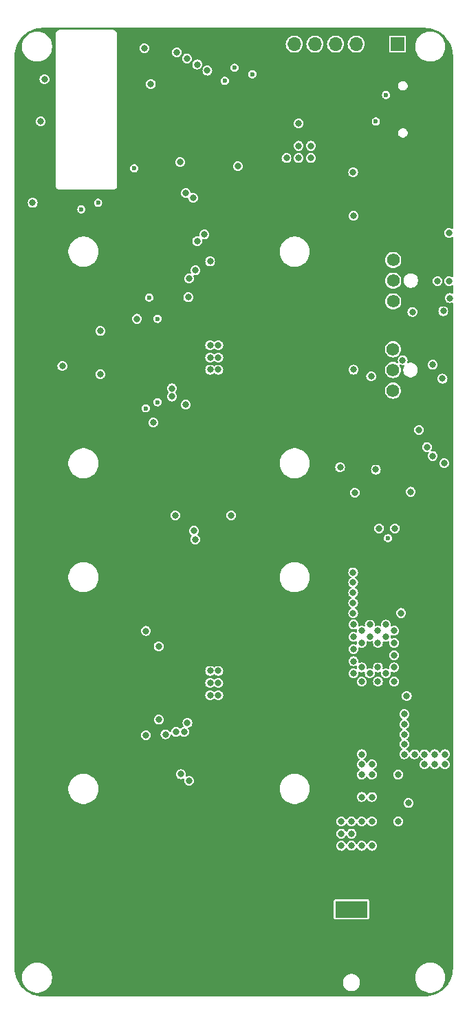
<source format=gbr>
%TF.GenerationSoftware,KiCad,Pcbnew,8.0.4*%
%TF.CreationDate,2024-09-12T18:41:13+02:00*%
%TF.ProjectId,BitForgeNano,42697446-6f72-4676-954e-616e6f2e6b69,rev?*%
%TF.SameCoordinates,Original*%
%TF.FileFunction,Copper,L5,Inr*%
%TF.FilePolarity,Positive*%
%FSLAX46Y46*%
G04 Gerber Fmt 4.6, Leading zero omitted, Abs format (unit mm)*
G04 Created by KiCad (PCBNEW 8.0.4) date 2024-09-12 18:41:13*
%MOMM*%
%LPD*%
G01*
G04 APERTURE LIST*
%TA.AperFunction,ComponentPad*%
%ADD10O,2.100000X1.000000*%
%TD*%
%TA.AperFunction,ComponentPad*%
%ADD11O,1.800000X1.000000*%
%TD*%
%TA.AperFunction,ComponentPad*%
%ADD12R,4.000000X2.000000*%
%TD*%
%TA.AperFunction,ComponentPad*%
%ADD13O,2.000000X3.500000*%
%TD*%
%TA.AperFunction,ComponentPad*%
%ADD14O,3.300000X2.000000*%
%TD*%
%TA.AperFunction,ComponentPad*%
%ADD15C,1.574800*%
%TD*%
%TA.AperFunction,ComponentPad*%
%ADD16R,1.700000X1.700000*%
%TD*%
%TA.AperFunction,ComponentPad*%
%ADD17O,1.700000X1.700000*%
%TD*%
%TA.AperFunction,ViaPad*%
%ADD18C,0.800000*%
%TD*%
%TA.AperFunction,ViaPad*%
%ADD19C,0.600000*%
%TD*%
G04 APERTURE END LIST*
D10*
%TO.N,GND*%
%TO.C,J5*%
X92830000Y-60845000D03*
D11*
X97010000Y-60845000D03*
D10*
X92830000Y-52205000D03*
D11*
X97010000Y-52205000D03*
%TD*%
D12*
%TO.N,+5V*%
%TO.C,J1*%
X87000000Y-154800000D03*
D13*
%TO.N,GND*%
X82500000Y-161800000D03*
D14*
X87000000Y-160800000D03*
D13*
X91500000Y-161800000D03*
%TD*%
D15*
%TO.N,GND*%
%TO.C,J8*%
X92100000Y-83460000D03*
%TO.N,/5V*%
X92100000Y-86000000D03*
%TO.N,/Fan/FAN2_TACH*%
X92100000Y-88540000D03*
%TO.N,/Fan/FAN2_PWM*%
X92100000Y-91080000D03*
%TD*%
D16*
%TO.N,/5V*%
%TO.C,J7*%
X92660000Y-48500000D03*
D17*
%TO.N,GND*%
X90120000Y-48500000D03*
%TO.N,Net-(J7-Pin_3)*%
X87580000Y-48500000D03*
%TO.N,Net-(J7-Pin_4)*%
X85040000Y-48500000D03*
%TO.N,Net-(J7-Pin_5)*%
X82500000Y-48500000D03*
%TO.N,Net-(J7-Pin_6)*%
X79960000Y-48500000D03*
%TD*%
D15*
%TO.N,GND*%
%TO.C,J6*%
X92138851Y-72479400D03*
%TO.N,/5V*%
X92138851Y-75019400D03*
%TO.N,/Fan/FAN1_TACH*%
X92138851Y-77559400D03*
%TO.N,/Fan/FAN1_PWM*%
X92138851Y-80099400D03*
%TD*%
D18*
%TO.N,+5V*%
X85750000Y-144000000D03*
X85750000Y-145500000D03*
X85750000Y-147000000D03*
X89500000Y-144000000D03*
X88250000Y-144000000D03*
X87000000Y-144000000D03*
X87000000Y-145500000D03*
X87000000Y-147000000D03*
X88250000Y-147000000D03*
X89500000Y-147000000D03*
%TO.N,/5V*%
X88250000Y-135750000D03*
X88250000Y-137000000D03*
X89500000Y-137000000D03*
X89500000Y-138250000D03*
X88250000Y-138250000D03*
X89500000Y-141000000D03*
X88250000Y-141000000D03*
%TO.N,3V3*%
X94000000Y-141750000D03*
%TO.N,GND*%
X95750000Y-141000000D03*
X65100000Y-125500000D03*
X64600000Y-58700000D03*
X66000000Y-60100000D03*
X70500000Y-136600000D03*
X67800000Y-96142500D03*
X65100000Y-85500000D03*
D19*
X93000000Y-99700000D03*
D18*
X64100000Y-87000000D03*
X65100000Y-88500000D03*
X66100000Y-85500000D03*
X90250000Y-113500000D03*
X68100000Y-127000000D03*
X90250000Y-114750000D03*
D19*
X94000000Y-99700000D03*
D18*
X69600000Y-76500000D03*
X90500000Y-133000000D03*
X93800000Y-115400000D03*
X90500000Y-129250000D03*
X65100000Y-127000000D03*
X64100000Y-85500000D03*
X66100000Y-127000000D03*
X67400000Y-55900000D03*
X66400000Y-108300000D03*
X67100000Y-88500000D03*
X64100000Y-88500000D03*
X59400000Y-60500000D03*
X68800000Y-60100000D03*
X64600000Y-81800000D03*
X90250000Y-118500000D03*
X96500000Y-84900000D03*
X59000000Y-64200000D03*
X68100000Y-85500000D03*
X64900000Y-78400000D03*
X90500000Y-130500000D03*
X59000000Y-49100000D03*
X57800000Y-84650000D03*
X66100000Y-125500000D03*
X90000000Y-60000000D03*
X64600000Y-57300000D03*
X64100000Y-125500000D03*
X68100000Y-125500000D03*
X70700000Y-74600000D03*
X98000000Y-140000000D03*
X46000000Y-67750000D03*
X90250000Y-117250000D03*
X97900000Y-73400000D03*
X64600000Y-55900000D03*
D19*
X94000000Y-98700000D03*
D18*
X89250000Y-97000000D03*
X57800000Y-89250000D03*
X90500000Y-134250000D03*
X67100000Y-125500000D03*
X67100000Y-87000000D03*
X66100000Y-128500000D03*
X63700000Y-80800000D03*
X66000000Y-58700000D03*
X96750000Y-140000000D03*
X63500000Y-76000000D03*
X68800000Y-58700000D03*
X81000000Y-65750000D03*
X98200000Y-97000000D03*
X93800000Y-114100000D03*
X68100000Y-128500000D03*
X70500000Y-96500000D03*
X66100000Y-88500000D03*
X67100000Y-128500000D03*
X64100000Y-127000000D03*
X65100000Y-128500000D03*
X68250000Y-135350000D03*
X57800000Y-83150000D03*
X93800000Y-116700000D03*
X98000000Y-142000000D03*
X65100000Y-87000000D03*
X64600000Y-60100000D03*
X93800000Y-112400000D03*
X68100000Y-87000000D03*
X92200000Y-115400000D03*
X81400000Y-53900000D03*
X90500000Y-128000000D03*
X90500000Y-131750000D03*
X67400000Y-58700000D03*
X90250000Y-116000000D03*
X66000000Y-57300000D03*
X68800000Y-57300000D03*
X61200000Y-50900000D03*
X57800000Y-87550000D03*
X92200000Y-116700000D03*
X63500000Y-119850000D03*
X70000000Y-68100000D03*
X64100000Y-128500000D03*
X66000000Y-55900000D03*
X67400000Y-60100000D03*
X90250000Y-104750000D03*
X67400000Y-57300000D03*
X90000000Y-53200000D03*
X90250000Y-112250000D03*
X67100000Y-127000000D03*
D19*
X94000000Y-100700000D03*
X95000000Y-99700000D03*
D18*
X68100000Y-88500000D03*
X96750000Y-142000000D03*
X66100000Y-87000000D03*
X67100000Y-85500000D03*
X70500000Y-117400000D03*
X92200000Y-114100000D03*
X97100000Y-69900000D03*
%TO.N,/5V*%
X94750000Y-135750000D03*
X80500000Y-58250000D03*
X56075000Y-83750000D03*
X97250000Y-137000000D03*
X93500000Y-133325000D03*
X56075000Y-89050000D03*
X98500000Y-135750000D03*
X93500000Y-135750000D03*
X96000000Y-137000000D03*
X96000000Y-135750000D03*
X97250000Y-135750000D03*
X98500000Y-137000000D03*
X93500000Y-132075000D03*
X93500000Y-134500000D03*
X93500000Y-130825000D03*
%TO.N,VDD*%
X87250000Y-121325000D03*
X92250000Y-120575000D03*
X87250000Y-125825000D03*
X87250000Y-124325000D03*
X87200000Y-115900000D03*
X91250000Y-119825000D03*
X92250000Y-122075000D03*
X89250000Y-119825000D03*
X70600000Y-128500000D03*
X87250000Y-122825000D03*
X69600000Y-127000000D03*
X88250000Y-122075000D03*
X87200000Y-114650000D03*
X91250000Y-121325000D03*
X70600000Y-85500000D03*
X87250000Y-88500000D03*
X70600000Y-88500000D03*
X87200000Y-113400000D03*
X92250000Y-123575000D03*
X70600000Y-87000000D03*
X88250000Y-126825000D03*
X69600000Y-128500000D03*
X87250000Y-119810000D03*
X90250000Y-120575000D03*
X70600000Y-125500000D03*
X87250000Y-69600000D03*
X69600000Y-85500000D03*
X70600000Y-127000000D03*
X69600000Y-88500000D03*
X90250000Y-122075000D03*
X69600000Y-87000000D03*
X90250000Y-126825000D03*
X87200000Y-117150000D03*
X69600000Y-125500000D03*
X92250000Y-126825000D03*
X90250000Y-125075000D03*
X91250000Y-125825000D03*
X88250000Y-125075000D03*
X87200000Y-118400000D03*
X89250000Y-121325000D03*
X92250000Y-125075000D03*
X88250000Y-120575000D03*
X89250000Y-125825000D03*
D19*
%TO.N,/Domain/0V8*%
X63100000Y-92500000D03*
D18*
X63260000Y-122500000D03*
X60600000Y-82250000D03*
X63280000Y-131500000D03*
X62600000Y-95000000D03*
X51400000Y-88050000D03*
D19*
X63100000Y-82250000D03*
%TO.N,Net-(J5-CC1)*%
X90000000Y-58000000D03*
%TO.N,Net-(J5-CC2)*%
X91250000Y-54750000D03*
D18*
%TO.N,/ESP32/IO0*%
X49200000Y-52800000D03*
X62300000Y-53400000D03*
%TO.N,/Domain/1V2*%
X61700000Y-120600000D03*
X61700000Y-133400000D03*
X66583806Y-92800188D03*
D19*
X61670000Y-93250000D03*
X62100000Y-79650000D03*
D18*
%TO.N,/ESP32/PGOOD*%
X90000000Y-100775001D03*
X89419669Y-89330331D03*
%TO.N,Net-(U9-A1)*%
X68000000Y-72700000D03*
%TO.N,Net-(U3-RI)*%
X66000000Y-138200000D03*
%TO.N,Net-(U1-FB)*%
X95300000Y-95900000D03*
D19*
X91500000Y-109200000D03*
D18*
%TO.N,Net-(U1-CS+)*%
X96300000Y-98000000D03*
X92350000Y-108000000D03*
%TO.N,Net-(U1-CS-)*%
X97000000Y-99100000D03*
X90400000Y-108000000D03*
%TO.N,/Domain/I_RO*%
X67000000Y-77300000D03*
%TO.N,/Domain/CLKI*%
X66900000Y-79600000D03*
%TO.N,/TX*%
X66600000Y-66800000D03*
%TO.N,/RX*%
X67500000Y-67400000D03*
%TO.N,/RST*%
X65900000Y-63000000D03*
%TO.N,/Domain/I_CI*%
X67800000Y-76300000D03*
%TO.N,/Domain/I_NRSTI*%
X68900000Y-71900000D03*
%TO.N,/ESP32/VDD_SAMPLE_0*%
X61500000Y-49000000D03*
%TO.N,Net-(J7-Pin_6)*%
X65500000Y-49500000D03*
%TO.N,Net-(J7-Pin_4)*%
X68000000Y-51000000D03*
%TO.N,Net-(J7-Pin_3)*%
X69250000Y-51750000D03*
%TO.N,Net-(J7-Pin_5)*%
X66750000Y-50250000D03*
%TO.N,/Fan/FAN1_TACH*%
X99100000Y-79700000D03*
%TO.N,/Fan/FAN2_TACH*%
X98200000Y-89600000D03*
D19*
%TO.N,/SCL*%
X53750000Y-68800000D03*
D18*
X72200000Y-106400000D03*
X65300000Y-106400000D03*
X85600000Y-100500000D03*
X92750000Y-138250000D03*
D19*
X72600000Y-51400000D03*
%TO.N,/SDA*%
X55800000Y-68000000D03*
X74800000Y-52200000D03*
D18*
X92750000Y-144000000D03*
X67750000Y-109350000D03*
%TO.N,/PWR_EN*%
X73000000Y-63500000D03*
X87200000Y-64250000D03*
%TO.N,Net-(U3-CO)*%
X67000000Y-139000000D03*
%TO.N,Net-(U3-CLKO)*%
X66800000Y-131900000D03*
%TO.N,/Fan/PWM2*%
X93300000Y-87325000D03*
X98300000Y-81300000D03*
%TO.N,/Fan/PWM1*%
X94500000Y-81400000D03*
X99000000Y-77600000D03*
%TO.N,Net-(U3-BO)*%
X66400000Y-133000000D03*
%TO.N,Net-(U3-TEMP_N)*%
X65400000Y-133000000D03*
D19*
%TO.N,3V3*%
X71400000Y-53000000D03*
D18*
X82000000Y-62500000D03*
X48750000Y-58000000D03*
X97000000Y-87900000D03*
X97600000Y-77600000D03*
D19*
X60250000Y-63750000D03*
D18*
X67600000Y-108300000D03*
X87400000Y-103600000D03*
X69600000Y-75200000D03*
X80500000Y-61000000D03*
X47750000Y-68000000D03*
X79000000Y-62500000D03*
X80500000Y-62500000D03*
X82000000Y-61000000D03*
X99000000Y-71700000D03*
%TO.N,Net-(U3-TEMP_P)*%
X64100000Y-133300000D03*
%TO.N,Net-(U13-TEMP_N)*%
X64900000Y-91800000D03*
%TO.N,Net-(U13-TEMP_P)*%
X64900000Y-90800000D03*
%TO.N,unconnected-(U1-HG-Pad14)*%
X93800000Y-128600000D03*
X98400000Y-100000000D03*
%TO.N,unconnected-(U1-LG-Pad11)*%
X93100000Y-118400000D03*
X94300000Y-103500000D03*
%TD*%
%TA.AperFunction,Conductor*%
%TO.N,GND*%
G36*
X95914419Y-46500519D02*
G01*
X95914423Y-46500521D01*
X95934111Y-46500521D01*
X95997567Y-46500521D01*
X96002424Y-46500640D01*
X96031046Y-46502046D01*
X96338175Y-46517134D01*
X96347817Y-46518084D01*
X96677915Y-46567050D01*
X96687421Y-46568940D01*
X97011143Y-46650029D01*
X97020414Y-46652842D01*
X97334623Y-46765267D01*
X97343592Y-46768982D01*
X97645259Y-46911662D01*
X97653819Y-46916238D01*
X97940007Y-47087773D01*
X97940044Y-47087795D01*
X97948122Y-47093193D01*
X98216144Y-47291973D01*
X98223654Y-47298136D01*
X98470914Y-47522240D01*
X98477764Y-47529089D01*
X98701880Y-47776365D01*
X98708034Y-47783864D01*
X98906822Y-48051901D01*
X98912219Y-48059979D01*
X99041766Y-48276117D01*
X99083769Y-48346194D01*
X99088346Y-48354757D01*
X99145435Y-48475462D01*
X99231023Y-48656423D01*
X99234741Y-48665399D01*
X99347159Y-48979592D01*
X99349979Y-48988889D01*
X99431057Y-49312578D01*
X99432953Y-49322107D01*
X99481916Y-49652199D01*
X99482868Y-49661868D01*
X99489793Y-49802838D01*
X99499381Y-49998033D01*
X99499500Y-50002869D01*
X99499500Y-71125613D01*
X99480593Y-71183804D01*
X99431093Y-71219768D01*
X99369907Y-71219768D01*
X99340234Y-71204156D01*
X99302838Y-71175462D01*
X99156766Y-71114957D01*
X99156758Y-71114955D01*
X99000001Y-71094318D01*
X98999999Y-71094318D01*
X98843241Y-71114955D01*
X98843233Y-71114957D01*
X98697161Y-71175462D01*
X98697160Y-71175462D01*
X98571723Y-71271713D01*
X98571713Y-71271723D01*
X98475462Y-71397160D01*
X98475462Y-71397161D01*
X98414957Y-71543233D01*
X98414955Y-71543241D01*
X98394318Y-71699999D01*
X98394318Y-71700000D01*
X98414955Y-71856758D01*
X98414957Y-71856766D01*
X98475462Y-72002838D01*
X98475462Y-72002839D01*
X98566896Y-72121998D01*
X98571718Y-72128282D01*
X98697159Y-72224536D01*
X98697160Y-72224536D01*
X98697161Y-72224537D01*
X98811054Y-72271713D01*
X98843238Y-72285044D01*
X98960809Y-72300522D01*
X98999999Y-72305682D01*
X99000000Y-72305682D01*
X99000001Y-72305682D01*
X99031352Y-72301554D01*
X99156762Y-72285044D01*
X99302841Y-72224536D01*
X99340233Y-72195843D01*
X99397909Y-72175420D01*
X99456574Y-72192798D01*
X99493822Y-72241339D01*
X99499500Y-72274386D01*
X99499500Y-77025613D01*
X99480593Y-77083804D01*
X99431093Y-77119768D01*
X99369907Y-77119768D01*
X99340234Y-77104156D01*
X99302838Y-77075462D01*
X99156766Y-77014957D01*
X99156758Y-77014955D01*
X99000001Y-76994318D01*
X98999999Y-76994318D01*
X98843241Y-77014955D01*
X98843233Y-77014957D01*
X98697161Y-77075462D01*
X98697160Y-77075462D01*
X98571723Y-77171713D01*
X98571713Y-77171723D01*
X98475462Y-77297160D01*
X98475462Y-77297161D01*
X98414957Y-77443233D01*
X98414955Y-77443241D01*
X98398153Y-77570869D01*
X98386816Y-77594636D01*
X98387003Y-77594813D01*
X98398153Y-77629130D01*
X98414955Y-77756758D01*
X98414957Y-77756766D01*
X98475462Y-77902838D01*
X98475462Y-77902839D01*
X98571713Y-78028276D01*
X98571718Y-78028282D01*
X98697159Y-78124536D01*
X98697160Y-78124536D01*
X98697161Y-78124537D01*
X98737725Y-78141339D01*
X98843238Y-78185044D01*
X98960809Y-78200522D01*
X98999999Y-78205682D01*
X99000000Y-78205682D01*
X99000001Y-78205682D01*
X99031352Y-78201554D01*
X99156762Y-78185044D01*
X99302841Y-78124536D01*
X99340233Y-78095843D01*
X99397909Y-78075420D01*
X99456574Y-78092798D01*
X99493822Y-78141339D01*
X99499500Y-78174386D01*
X99499500Y-79067337D01*
X99480593Y-79125528D01*
X99431093Y-79161492D01*
X99369907Y-79161492D01*
X99362615Y-79158801D01*
X99256767Y-79114957D01*
X99256758Y-79114955D01*
X99100001Y-79094318D01*
X99099999Y-79094318D01*
X98943241Y-79114955D01*
X98943233Y-79114957D01*
X98797161Y-79175462D01*
X98797160Y-79175462D01*
X98671723Y-79271713D01*
X98671713Y-79271723D01*
X98575462Y-79397160D01*
X98575462Y-79397161D01*
X98514957Y-79543233D01*
X98514955Y-79543241D01*
X98494318Y-79699999D01*
X98494318Y-79700000D01*
X98514955Y-79856758D01*
X98514957Y-79856766D01*
X98575462Y-80002838D01*
X98575462Y-80002839D01*
X98668844Y-80124537D01*
X98671718Y-80128282D01*
X98797159Y-80224536D01*
X98797160Y-80224536D01*
X98797161Y-80224537D01*
X98902974Y-80268366D01*
X98943238Y-80285044D01*
X99060809Y-80300522D01*
X99099999Y-80305682D01*
X99100000Y-80305682D01*
X99100001Y-80305682D01*
X99131352Y-80301554D01*
X99256762Y-80285044D01*
X99362615Y-80241197D01*
X99423611Y-80236397D01*
X99475780Y-80268366D01*
X99499195Y-80324894D01*
X99499500Y-80332662D01*
X99499500Y-161997554D01*
X99499381Y-162002413D01*
X99482882Y-162338150D01*
X99481929Y-162347818D01*
X99432963Y-162677894D01*
X99431068Y-162687423D01*
X99349983Y-163011119D01*
X99347163Y-163020416D01*
X99234740Y-163334608D01*
X99231022Y-163343584D01*
X99088345Y-163645244D01*
X99083765Y-163653812D01*
X98912209Y-163940033D01*
X98906811Y-163948111D01*
X98708026Y-164216139D01*
X98701863Y-164223648D01*
X98477769Y-164470899D01*
X98470899Y-164477769D01*
X98223648Y-164701863D01*
X98216139Y-164708026D01*
X97948111Y-164906811D01*
X97940033Y-164912209D01*
X97653812Y-165083765D01*
X97645244Y-165088345D01*
X97343584Y-165231022D01*
X97334608Y-165234740D01*
X97020416Y-165347163D01*
X97011119Y-165349983D01*
X96687423Y-165431068D01*
X96677894Y-165432963D01*
X96347818Y-165481929D01*
X96338150Y-165482882D01*
X96002412Y-165499381D01*
X95997555Y-165499500D01*
X95934100Y-165499501D01*
X95934098Y-165499501D01*
X49072449Y-165499529D01*
X49071981Y-165499500D01*
X49065892Y-165499500D01*
X49002436Y-165499500D01*
X48997578Y-165499381D01*
X48661838Y-165482887D01*
X48652170Y-165481934D01*
X48322096Y-165432972D01*
X48312567Y-165431077D01*
X47988868Y-165349995D01*
X47979571Y-165347175D01*
X47979537Y-165347163D01*
X47907144Y-165321260D01*
X47665378Y-165234754D01*
X47656402Y-165231036D01*
X47354741Y-165088361D01*
X47346173Y-165083781D01*
X47059950Y-164912226D01*
X47051872Y-164906828D01*
X46783849Y-164708048D01*
X46776339Y-164701885D01*
X46529083Y-164477786D01*
X46522218Y-164470921D01*
X46298114Y-164223660D01*
X46291951Y-164216150D01*
X46093171Y-163948127D01*
X46087773Y-163940049D01*
X46087763Y-163940033D01*
X45916216Y-163653823D01*
X45911638Y-163645258D01*
X45911631Y-163645244D01*
X45768961Y-163343594D01*
X45765245Y-163334621D01*
X45673682Y-163078721D01*
X46449500Y-163078721D01*
X46449500Y-163321300D01*
X46481161Y-163561792D01*
X46481161Y-163561797D01*
X46517264Y-163696532D01*
X46524597Y-163723902D01*
X46543944Y-163796103D01*
X46543948Y-163796116D01*
X46636772Y-164020215D01*
X46636774Y-164020219D01*
X46636776Y-164020223D01*
X46758064Y-164230300D01*
X46758066Y-164230303D01*
X46905729Y-164422742D01*
X46905731Y-164422744D01*
X46905735Y-164422749D01*
X47077262Y-164594276D01*
X47077266Y-164594279D01*
X47077268Y-164594281D01*
X47221756Y-164705150D01*
X47269711Y-164741947D01*
X47479788Y-164863235D01*
X47703900Y-164956065D01*
X47938211Y-165018849D01*
X48178712Y-165050511D01*
X48178713Y-165050511D01*
X48421287Y-165050511D01*
X48421288Y-165050511D01*
X48661789Y-165018849D01*
X48896100Y-164956065D01*
X49120212Y-164863235D01*
X49330289Y-164741947D01*
X49522738Y-164594276D01*
X49694265Y-164422749D01*
X49841936Y-164230300D01*
X49963224Y-164020223D01*
X50056054Y-163796111D01*
X50082736Y-163696532D01*
X85949500Y-163696532D01*
X85949500Y-163903467D01*
X85989869Y-164106418D01*
X86069058Y-164297597D01*
X86184020Y-164469651D01*
X86184023Y-164469655D01*
X86330345Y-164615977D01*
X86502402Y-164730941D01*
X86693580Y-164810130D01*
X86896535Y-164850500D01*
X86896536Y-164850500D01*
X87103464Y-164850500D01*
X87103465Y-164850500D01*
X87306420Y-164810130D01*
X87497598Y-164730941D01*
X87669655Y-164615977D01*
X87815977Y-164469655D01*
X87930941Y-164297598D01*
X88010130Y-164106420D01*
X88050500Y-163903465D01*
X88050500Y-163696535D01*
X88010130Y-163493580D01*
X87930941Y-163302402D01*
X87815977Y-163130345D01*
X87764353Y-163078721D01*
X94849500Y-163078721D01*
X94849500Y-163321300D01*
X94881161Y-163561792D01*
X94881161Y-163561797D01*
X94917264Y-163696532D01*
X94924597Y-163723902D01*
X94943944Y-163796103D01*
X94943948Y-163796116D01*
X95036772Y-164020215D01*
X95036774Y-164020219D01*
X95036776Y-164020223D01*
X95158064Y-164230300D01*
X95158066Y-164230303D01*
X95305729Y-164422742D01*
X95305731Y-164422744D01*
X95305735Y-164422749D01*
X95477262Y-164594276D01*
X95477266Y-164594279D01*
X95477268Y-164594281D01*
X95621756Y-164705150D01*
X95669711Y-164741947D01*
X95879788Y-164863235D01*
X96103900Y-164956065D01*
X96338211Y-165018849D01*
X96578712Y-165050511D01*
X96578713Y-165050511D01*
X96821287Y-165050511D01*
X96821288Y-165050511D01*
X97061789Y-165018849D01*
X97296100Y-164956065D01*
X97520212Y-164863235D01*
X97730289Y-164741947D01*
X97922738Y-164594276D01*
X98094265Y-164422749D01*
X98241936Y-164230300D01*
X98363224Y-164020223D01*
X98456054Y-163796111D01*
X98518838Y-163561800D01*
X98550500Y-163321299D01*
X98550500Y-163078723D01*
X98518838Y-162838222D01*
X98456054Y-162603911D01*
X98363224Y-162379799D01*
X98241936Y-162169722D01*
X98162273Y-162065903D01*
X98094270Y-161977279D01*
X98094268Y-161977277D01*
X98094265Y-161977273D01*
X97922738Y-161805746D01*
X97922733Y-161805742D01*
X97922731Y-161805740D01*
X97730292Y-161658077D01*
X97730289Y-161658075D01*
X97520212Y-161536787D01*
X97520208Y-161536785D01*
X97520204Y-161536783D01*
X97296105Y-161443959D01*
X97296104Y-161443958D01*
X97296100Y-161443957D01*
X97061789Y-161381173D01*
X97061786Y-161381172D01*
X97061784Y-161381172D01*
X96821289Y-161349511D01*
X96821288Y-161349511D01*
X96578712Y-161349511D01*
X96578710Y-161349511D01*
X96338218Y-161381172D01*
X96338213Y-161381172D01*
X96103907Y-161443955D01*
X96103894Y-161443959D01*
X95879795Y-161536783D01*
X95669707Y-161658077D01*
X95477268Y-161805740D01*
X95305729Y-161977279D01*
X95158066Y-162169718D01*
X95036772Y-162379806D01*
X94943948Y-162603905D01*
X94943944Y-162603918D01*
X94881161Y-162838224D01*
X94881161Y-162838229D01*
X94849500Y-163078721D01*
X87764353Y-163078721D01*
X87669655Y-162984023D01*
X87669651Y-162984020D01*
X87497597Y-162869058D01*
X87306418Y-162789869D01*
X87103467Y-162749500D01*
X87103465Y-162749500D01*
X86896535Y-162749500D01*
X86896532Y-162749500D01*
X86693581Y-162789869D01*
X86502402Y-162869058D01*
X86330348Y-162984020D01*
X86184020Y-163130348D01*
X86069058Y-163302402D01*
X85989869Y-163493581D01*
X85949500Y-163696532D01*
X50082736Y-163696532D01*
X50118838Y-163561800D01*
X50150500Y-163321299D01*
X50150500Y-163078723D01*
X50118838Y-162838222D01*
X50056054Y-162603911D01*
X49963224Y-162379799D01*
X49841936Y-162169722D01*
X49762273Y-162065903D01*
X49694270Y-161977279D01*
X49694268Y-161977277D01*
X49694265Y-161977273D01*
X49522738Y-161805746D01*
X49522733Y-161805742D01*
X49522731Y-161805740D01*
X49330292Y-161658077D01*
X49330289Y-161658075D01*
X49120212Y-161536787D01*
X49120208Y-161536785D01*
X49120204Y-161536783D01*
X48896105Y-161443959D01*
X48896104Y-161443958D01*
X48896100Y-161443957D01*
X48661789Y-161381173D01*
X48661786Y-161381172D01*
X48661784Y-161381172D01*
X48421289Y-161349511D01*
X48421288Y-161349511D01*
X48178712Y-161349511D01*
X48178710Y-161349511D01*
X47938218Y-161381172D01*
X47938213Y-161381172D01*
X47703907Y-161443955D01*
X47703894Y-161443959D01*
X47479795Y-161536783D01*
X47269707Y-161658077D01*
X47077268Y-161805740D01*
X46905729Y-161977279D01*
X46758066Y-162169718D01*
X46636772Y-162379806D01*
X46543948Y-162603905D01*
X46543944Y-162603918D01*
X46481161Y-162838224D01*
X46481161Y-162838229D01*
X46449500Y-163078721D01*
X45673682Y-163078721D01*
X45652820Y-163020415D01*
X45650008Y-163011144D01*
X45568919Y-162687421D01*
X45567029Y-162677915D01*
X45518063Y-162347815D01*
X45517113Y-162338175D01*
X45500626Y-162002584D01*
X45500508Y-161997807D01*
X45500507Y-153780253D01*
X84799500Y-153780253D01*
X84799500Y-155819746D01*
X84799501Y-155819758D01*
X84811132Y-155878227D01*
X84811133Y-155878231D01*
X84855448Y-155944552D01*
X84921769Y-155988867D01*
X84966231Y-155997711D01*
X84980241Y-156000498D01*
X84980246Y-156000498D01*
X84980252Y-156000500D01*
X84980253Y-156000500D01*
X89019747Y-156000500D01*
X89019748Y-156000500D01*
X89078231Y-155988867D01*
X89144552Y-155944552D01*
X89188867Y-155878231D01*
X89200500Y-155819748D01*
X89200500Y-153780252D01*
X89188867Y-153721769D01*
X89144552Y-153655448D01*
X89144548Y-153655445D01*
X89078233Y-153611134D01*
X89078231Y-153611133D01*
X89078228Y-153611132D01*
X89078227Y-153611132D01*
X89019758Y-153599501D01*
X89019748Y-153599500D01*
X84980252Y-153599500D01*
X84980251Y-153599500D01*
X84980241Y-153599501D01*
X84921772Y-153611132D01*
X84921766Y-153611134D01*
X84855451Y-153655445D01*
X84855445Y-153655451D01*
X84811134Y-153721766D01*
X84811132Y-153721772D01*
X84799501Y-153780241D01*
X84799500Y-153780253D01*
X45500507Y-153780253D01*
X45500506Y-146999999D01*
X85144318Y-146999999D01*
X85144318Y-147000000D01*
X85164955Y-147156758D01*
X85164957Y-147156766D01*
X85225462Y-147302838D01*
X85225462Y-147302839D01*
X85225464Y-147302841D01*
X85321718Y-147428282D01*
X85447159Y-147524536D01*
X85593238Y-147585044D01*
X85710809Y-147600522D01*
X85749999Y-147605682D01*
X85750000Y-147605682D01*
X85750001Y-147605682D01*
X85781352Y-147601554D01*
X85906762Y-147585044D01*
X86052841Y-147524536D01*
X86178282Y-147428282D01*
X86274536Y-147302841D01*
X86283536Y-147281114D01*
X86323272Y-147234588D01*
X86382767Y-147220304D01*
X86439295Y-147243718D01*
X86466464Y-147281114D01*
X86475462Y-147302838D01*
X86475462Y-147302839D01*
X86475464Y-147302841D01*
X86571718Y-147428282D01*
X86697159Y-147524536D01*
X86843238Y-147585044D01*
X86960809Y-147600522D01*
X86999999Y-147605682D01*
X87000000Y-147605682D01*
X87000001Y-147605682D01*
X87031352Y-147601554D01*
X87156762Y-147585044D01*
X87302841Y-147524536D01*
X87428282Y-147428282D01*
X87524536Y-147302841D01*
X87533536Y-147281114D01*
X87573272Y-147234588D01*
X87632767Y-147220304D01*
X87689295Y-147243718D01*
X87716464Y-147281114D01*
X87725462Y-147302838D01*
X87725462Y-147302839D01*
X87725464Y-147302841D01*
X87821718Y-147428282D01*
X87947159Y-147524536D01*
X88093238Y-147585044D01*
X88210809Y-147600522D01*
X88249999Y-147605682D01*
X88250000Y-147605682D01*
X88250001Y-147605682D01*
X88281352Y-147601554D01*
X88406762Y-147585044D01*
X88552841Y-147524536D01*
X88678282Y-147428282D01*
X88774536Y-147302841D01*
X88783536Y-147281114D01*
X88823272Y-147234588D01*
X88882767Y-147220304D01*
X88939295Y-147243718D01*
X88966464Y-147281114D01*
X88975462Y-147302838D01*
X88975462Y-147302839D01*
X88975464Y-147302841D01*
X89071718Y-147428282D01*
X89197159Y-147524536D01*
X89343238Y-147585044D01*
X89460809Y-147600522D01*
X89499999Y-147605682D01*
X89500000Y-147605682D01*
X89500001Y-147605682D01*
X89531352Y-147601554D01*
X89656762Y-147585044D01*
X89802841Y-147524536D01*
X89928282Y-147428282D01*
X90024536Y-147302841D01*
X90085044Y-147156762D01*
X90105682Y-147000000D01*
X90085044Y-146843238D01*
X90024537Y-146697161D01*
X90024537Y-146697160D01*
X89928286Y-146571723D01*
X89928285Y-146571722D01*
X89928282Y-146571718D01*
X89928277Y-146571714D01*
X89928276Y-146571713D01*
X89802838Y-146475462D01*
X89656766Y-146414957D01*
X89656758Y-146414955D01*
X89500001Y-146394318D01*
X89499999Y-146394318D01*
X89343241Y-146414955D01*
X89343233Y-146414957D01*
X89197161Y-146475462D01*
X89197160Y-146475462D01*
X89071723Y-146571713D01*
X89071713Y-146571723D01*
X88975463Y-146697160D01*
X88966464Y-146718886D01*
X88926727Y-146765412D01*
X88867232Y-146779695D01*
X88810704Y-146756280D01*
X88783536Y-146718886D01*
X88779304Y-146708672D01*
X88774536Y-146697159D01*
X88678282Y-146571718D01*
X88678277Y-146571714D01*
X88678276Y-146571713D01*
X88552838Y-146475462D01*
X88406766Y-146414957D01*
X88406758Y-146414955D01*
X88250001Y-146394318D01*
X88249999Y-146394318D01*
X88093241Y-146414955D01*
X88093233Y-146414957D01*
X87947161Y-146475462D01*
X87947160Y-146475462D01*
X87821723Y-146571713D01*
X87821713Y-146571723D01*
X87725463Y-146697160D01*
X87716464Y-146718886D01*
X87676727Y-146765412D01*
X87617232Y-146779695D01*
X87560704Y-146756280D01*
X87533536Y-146718886D01*
X87529304Y-146708672D01*
X87524536Y-146697159D01*
X87428282Y-146571718D01*
X87428277Y-146571714D01*
X87428276Y-146571713D01*
X87302838Y-146475462D01*
X87156766Y-146414957D01*
X87156758Y-146414955D01*
X87000001Y-146394318D01*
X86999999Y-146394318D01*
X86843241Y-146414955D01*
X86843233Y-146414957D01*
X86697161Y-146475462D01*
X86697160Y-146475462D01*
X86571723Y-146571713D01*
X86571713Y-146571723D01*
X86475463Y-146697160D01*
X86466464Y-146718886D01*
X86426727Y-146765412D01*
X86367232Y-146779695D01*
X86310704Y-146756280D01*
X86283536Y-146718886D01*
X86279304Y-146708672D01*
X86274536Y-146697159D01*
X86178282Y-146571718D01*
X86178277Y-146571714D01*
X86178276Y-146571713D01*
X86052838Y-146475462D01*
X85906766Y-146414957D01*
X85906758Y-146414955D01*
X85750001Y-146394318D01*
X85749999Y-146394318D01*
X85593241Y-146414955D01*
X85593233Y-146414957D01*
X85447161Y-146475462D01*
X85447160Y-146475462D01*
X85321723Y-146571713D01*
X85321713Y-146571723D01*
X85225462Y-146697160D01*
X85225462Y-146697161D01*
X85164957Y-146843233D01*
X85164955Y-146843241D01*
X85144318Y-146999999D01*
X45500506Y-146999999D01*
X45500506Y-145499999D01*
X85144318Y-145499999D01*
X85144318Y-145500000D01*
X85164955Y-145656758D01*
X85164957Y-145656766D01*
X85225462Y-145802838D01*
X85225462Y-145802839D01*
X85225464Y-145802841D01*
X85321718Y-145928282D01*
X85447159Y-146024536D01*
X85593238Y-146085044D01*
X85710809Y-146100522D01*
X85749999Y-146105682D01*
X85750000Y-146105682D01*
X85750001Y-146105682D01*
X85781352Y-146101554D01*
X85906762Y-146085044D01*
X86052841Y-146024536D01*
X86178282Y-145928282D01*
X86274536Y-145802841D01*
X86283536Y-145781114D01*
X86323272Y-145734588D01*
X86382767Y-145720304D01*
X86439295Y-145743718D01*
X86466464Y-145781114D01*
X86475462Y-145802838D01*
X86475462Y-145802839D01*
X86475464Y-145802841D01*
X86571718Y-145928282D01*
X86697159Y-146024536D01*
X86843238Y-146085044D01*
X86960809Y-146100522D01*
X86999999Y-146105682D01*
X87000000Y-146105682D01*
X87000001Y-146105682D01*
X87031352Y-146101554D01*
X87156762Y-146085044D01*
X87302841Y-146024536D01*
X87428282Y-145928282D01*
X87524536Y-145802841D01*
X87585044Y-145656762D01*
X87605682Y-145500000D01*
X87585044Y-145343238D01*
X87524537Y-145197161D01*
X87524537Y-145197160D01*
X87428286Y-145071723D01*
X87428285Y-145071722D01*
X87428282Y-145071718D01*
X87428277Y-145071714D01*
X87428276Y-145071713D01*
X87302838Y-144975462D01*
X87156766Y-144914957D01*
X87156758Y-144914955D01*
X87000001Y-144894318D01*
X86999999Y-144894318D01*
X86843241Y-144914955D01*
X86843233Y-144914957D01*
X86697161Y-144975462D01*
X86697160Y-144975462D01*
X86571723Y-145071713D01*
X86571713Y-145071723D01*
X86475463Y-145197160D01*
X86466464Y-145218886D01*
X86426727Y-145265412D01*
X86367232Y-145279695D01*
X86310704Y-145256280D01*
X86283536Y-145218886D01*
X86279304Y-145208672D01*
X86274536Y-145197159D01*
X86178282Y-145071718D01*
X86178277Y-145071714D01*
X86178276Y-145071713D01*
X86052838Y-144975462D01*
X85906766Y-144914957D01*
X85906758Y-144914955D01*
X85750001Y-144894318D01*
X85749999Y-144894318D01*
X85593241Y-144914955D01*
X85593233Y-144914957D01*
X85447161Y-144975462D01*
X85447160Y-144975462D01*
X85321723Y-145071713D01*
X85321713Y-145071723D01*
X85225462Y-145197160D01*
X85225462Y-145197161D01*
X85164957Y-145343233D01*
X85164955Y-145343241D01*
X85144318Y-145499999D01*
X45500506Y-145499999D01*
X45500506Y-143999999D01*
X85144318Y-143999999D01*
X85144318Y-144000000D01*
X85164955Y-144156758D01*
X85164957Y-144156766D01*
X85225462Y-144302838D01*
X85225462Y-144302839D01*
X85225464Y-144302841D01*
X85321718Y-144428282D01*
X85447159Y-144524536D01*
X85593238Y-144585044D01*
X85710809Y-144600522D01*
X85749999Y-144605682D01*
X85750000Y-144605682D01*
X85750001Y-144605682D01*
X85781352Y-144601554D01*
X85906762Y-144585044D01*
X86052841Y-144524536D01*
X86178282Y-144428282D01*
X86274536Y-144302841D01*
X86283536Y-144281114D01*
X86323272Y-144234588D01*
X86382767Y-144220304D01*
X86439295Y-144243718D01*
X86466464Y-144281114D01*
X86475462Y-144302838D01*
X86475462Y-144302839D01*
X86475464Y-144302841D01*
X86571718Y-144428282D01*
X86697159Y-144524536D01*
X86843238Y-144585044D01*
X86960809Y-144600522D01*
X86999999Y-144605682D01*
X87000000Y-144605682D01*
X87000001Y-144605682D01*
X87031352Y-144601554D01*
X87156762Y-144585044D01*
X87302841Y-144524536D01*
X87428282Y-144428282D01*
X87524536Y-144302841D01*
X87533536Y-144281114D01*
X87573272Y-144234588D01*
X87632767Y-144220304D01*
X87689295Y-144243718D01*
X87716464Y-144281114D01*
X87725462Y-144302838D01*
X87725462Y-144302839D01*
X87725464Y-144302841D01*
X87821718Y-144428282D01*
X87947159Y-144524536D01*
X88093238Y-144585044D01*
X88210809Y-144600522D01*
X88249999Y-144605682D01*
X88250000Y-144605682D01*
X88250001Y-144605682D01*
X88281352Y-144601554D01*
X88406762Y-144585044D01*
X88552841Y-144524536D01*
X88678282Y-144428282D01*
X88774536Y-144302841D01*
X88783536Y-144281114D01*
X88823272Y-144234588D01*
X88882767Y-144220304D01*
X88939295Y-144243718D01*
X88966464Y-144281114D01*
X88975462Y-144302838D01*
X88975462Y-144302839D01*
X88975464Y-144302841D01*
X89071718Y-144428282D01*
X89197159Y-144524536D01*
X89343238Y-144585044D01*
X89460809Y-144600522D01*
X89499999Y-144605682D01*
X89500000Y-144605682D01*
X89500001Y-144605682D01*
X89531352Y-144601554D01*
X89656762Y-144585044D01*
X89802841Y-144524536D01*
X89928282Y-144428282D01*
X90024536Y-144302841D01*
X90085044Y-144156762D01*
X90105682Y-144000000D01*
X90105682Y-143999999D01*
X92144318Y-143999999D01*
X92144318Y-144000000D01*
X92164955Y-144156758D01*
X92164957Y-144156766D01*
X92225462Y-144302838D01*
X92225462Y-144302839D01*
X92225464Y-144302841D01*
X92321718Y-144428282D01*
X92447159Y-144524536D01*
X92593238Y-144585044D01*
X92710809Y-144600522D01*
X92749999Y-144605682D01*
X92750000Y-144605682D01*
X92750001Y-144605682D01*
X92781352Y-144601554D01*
X92906762Y-144585044D01*
X93052841Y-144524536D01*
X93178282Y-144428282D01*
X93274536Y-144302841D01*
X93335044Y-144156762D01*
X93355682Y-144000000D01*
X93335044Y-143843238D01*
X93274537Y-143697161D01*
X93274537Y-143697160D01*
X93178286Y-143571723D01*
X93178285Y-143571722D01*
X93178282Y-143571718D01*
X93178277Y-143571714D01*
X93178276Y-143571713D01*
X93052838Y-143475462D01*
X92906766Y-143414957D01*
X92906758Y-143414955D01*
X92750001Y-143394318D01*
X92749999Y-143394318D01*
X92593241Y-143414955D01*
X92593233Y-143414957D01*
X92447161Y-143475462D01*
X92447160Y-143475462D01*
X92321723Y-143571713D01*
X92321713Y-143571723D01*
X92225462Y-143697160D01*
X92225462Y-143697161D01*
X92164957Y-143843233D01*
X92164955Y-143843241D01*
X92144318Y-143999999D01*
X90105682Y-143999999D01*
X90085044Y-143843238D01*
X90024537Y-143697161D01*
X90024537Y-143697160D01*
X89928286Y-143571723D01*
X89928285Y-143571722D01*
X89928282Y-143571718D01*
X89928277Y-143571714D01*
X89928276Y-143571713D01*
X89802838Y-143475462D01*
X89656766Y-143414957D01*
X89656758Y-143414955D01*
X89500001Y-143394318D01*
X89499999Y-143394318D01*
X89343241Y-143414955D01*
X89343233Y-143414957D01*
X89197161Y-143475462D01*
X89197160Y-143475462D01*
X89071723Y-143571713D01*
X89071713Y-143571723D01*
X88975463Y-143697160D01*
X88966464Y-143718886D01*
X88926727Y-143765412D01*
X88867232Y-143779695D01*
X88810704Y-143756280D01*
X88783536Y-143718886D01*
X88779304Y-143708672D01*
X88774536Y-143697159D01*
X88678282Y-143571718D01*
X88678277Y-143571714D01*
X88678276Y-143571713D01*
X88552838Y-143475462D01*
X88406766Y-143414957D01*
X88406758Y-143414955D01*
X88250001Y-143394318D01*
X88249999Y-143394318D01*
X88093241Y-143414955D01*
X88093233Y-143414957D01*
X87947161Y-143475462D01*
X87947160Y-143475462D01*
X87821723Y-143571713D01*
X87821713Y-143571723D01*
X87725463Y-143697160D01*
X87716464Y-143718886D01*
X87676727Y-143765412D01*
X87617232Y-143779695D01*
X87560704Y-143756280D01*
X87533536Y-143718886D01*
X87529304Y-143708672D01*
X87524536Y-143697159D01*
X87428282Y-143571718D01*
X87428277Y-143571714D01*
X87428276Y-143571713D01*
X87302838Y-143475462D01*
X87156766Y-143414957D01*
X87156758Y-143414955D01*
X87000001Y-143394318D01*
X86999999Y-143394318D01*
X86843241Y-143414955D01*
X86843233Y-143414957D01*
X86697161Y-143475462D01*
X86697160Y-143475462D01*
X86571723Y-143571713D01*
X86571713Y-143571723D01*
X86475463Y-143697160D01*
X86466464Y-143718886D01*
X86426727Y-143765412D01*
X86367232Y-143779695D01*
X86310704Y-143756280D01*
X86283536Y-143718886D01*
X86279304Y-143708672D01*
X86274536Y-143697159D01*
X86178282Y-143571718D01*
X86178277Y-143571714D01*
X86178276Y-143571713D01*
X86052838Y-143475462D01*
X85906766Y-143414957D01*
X85906758Y-143414955D01*
X85750001Y-143394318D01*
X85749999Y-143394318D01*
X85593241Y-143414955D01*
X85593233Y-143414957D01*
X85447161Y-143475462D01*
X85447160Y-143475462D01*
X85321723Y-143571713D01*
X85321713Y-143571723D01*
X85225462Y-143697160D01*
X85225462Y-143697161D01*
X85164957Y-143843233D01*
X85164955Y-143843241D01*
X85144318Y-143999999D01*
X45500506Y-143999999D01*
X45500506Y-139878710D01*
X52149500Y-139878710D01*
X52149500Y-140121289D01*
X52181161Y-140361781D01*
X52181161Y-140361786D01*
X52181162Y-140361789D01*
X52237411Y-140571713D01*
X52243944Y-140596092D01*
X52243948Y-140596105D01*
X52336772Y-140820204D01*
X52336774Y-140820208D01*
X52336776Y-140820212D01*
X52350072Y-140843241D01*
X52458066Y-141030292D01*
X52605729Y-141222731D01*
X52605731Y-141222733D01*
X52605735Y-141222738D01*
X52777262Y-141394265D01*
X52777266Y-141394268D01*
X52777268Y-141394270D01*
X52947035Y-141524536D01*
X52969711Y-141541936D01*
X53179788Y-141663224D01*
X53403900Y-141756054D01*
X53638211Y-141818838D01*
X53878712Y-141850500D01*
X53878713Y-141850500D01*
X54121287Y-141850500D01*
X54121288Y-141850500D01*
X54361789Y-141818838D01*
X54596100Y-141756054D01*
X54820212Y-141663224D01*
X55030289Y-141541936D01*
X55222738Y-141394265D01*
X55394265Y-141222738D01*
X55541936Y-141030289D01*
X55663224Y-140820212D01*
X55756054Y-140596100D01*
X55818838Y-140361789D01*
X55850500Y-140121288D01*
X55850500Y-139878712D01*
X55850500Y-139878710D01*
X78149500Y-139878710D01*
X78149500Y-140121289D01*
X78181161Y-140361781D01*
X78181161Y-140361786D01*
X78181162Y-140361789D01*
X78237411Y-140571713D01*
X78243944Y-140596092D01*
X78243948Y-140596105D01*
X78336772Y-140820204D01*
X78336774Y-140820208D01*
X78336776Y-140820212D01*
X78350072Y-140843241D01*
X78458066Y-141030292D01*
X78605729Y-141222731D01*
X78605731Y-141222733D01*
X78605735Y-141222738D01*
X78777262Y-141394265D01*
X78777266Y-141394268D01*
X78777268Y-141394270D01*
X78947035Y-141524536D01*
X78969711Y-141541936D01*
X79179788Y-141663224D01*
X79403900Y-141756054D01*
X79638211Y-141818838D01*
X79878712Y-141850500D01*
X79878713Y-141850500D01*
X80121287Y-141850500D01*
X80121288Y-141850500D01*
X80361789Y-141818838D01*
X80596100Y-141756054D01*
X80610718Y-141749999D01*
X93394318Y-141749999D01*
X93394318Y-141750000D01*
X93414955Y-141906758D01*
X93414957Y-141906766D01*
X93475462Y-142052838D01*
X93475462Y-142052839D01*
X93475464Y-142052841D01*
X93571718Y-142178282D01*
X93697159Y-142274536D01*
X93843238Y-142335044D01*
X93960809Y-142350522D01*
X93999999Y-142355682D01*
X94000000Y-142355682D01*
X94000001Y-142355682D01*
X94031352Y-142351554D01*
X94156762Y-142335044D01*
X94302841Y-142274536D01*
X94428282Y-142178282D01*
X94524536Y-142052841D01*
X94585044Y-141906762D01*
X94605682Y-141750000D01*
X94585044Y-141593238D01*
X94524537Y-141447161D01*
X94524537Y-141447160D01*
X94428286Y-141321723D01*
X94428285Y-141321722D01*
X94428282Y-141321718D01*
X94428277Y-141321714D01*
X94428276Y-141321713D01*
X94326630Y-141243718D01*
X94302841Y-141225464D01*
X94302840Y-141225463D01*
X94302838Y-141225462D01*
X94156766Y-141164957D01*
X94156758Y-141164955D01*
X94000001Y-141144318D01*
X93999999Y-141144318D01*
X93843241Y-141164955D01*
X93843233Y-141164957D01*
X93697161Y-141225462D01*
X93697160Y-141225462D01*
X93571723Y-141321713D01*
X93571713Y-141321723D01*
X93475462Y-141447160D01*
X93475462Y-141447161D01*
X93414957Y-141593233D01*
X93414955Y-141593241D01*
X93394318Y-141749999D01*
X80610718Y-141749999D01*
X80820212Y-141663224D01*
X81030289Y-141541936D01*
X81222738Y-141394265D01*
X81394265Y-141222738D01*
X81541936Y-141030289D01*
X81559424Y-140999999D01*
X87644318Y-140999999D01*
X87644318Y-141000000D01*
X87664955Y-141156758D01*
X87664957Y-141156766D01*
X87725462Y-141302838D01*
X87725462Y-141302839D01*
X87821713Y-141428276D01*
X87821718Y-141428282D01*
X87947159Y-141524536D01*
X88093238Y-141585044D01*
X88210809Y-141600522D01*
X88249999Y-141605682D01*
X88250000Y-141605682D01*
X88250001Y-141605682D01*
X88281352Y-141601554D01*
X88406762Y-141585044D01*
X88552841Y-141524536D01*
X88678282Y-141428282D01*
X88774536Y-141302841D01*
X88783536Y-141281114D01*
X88823272Y-141234588D01*
X88882767Y-141220304D01*
X88939295Y-141243718D01*
X88966464Y-141281114D01*
X88975462Y-141302838D01*
X88975462Y-141302839D01*
X89071713Y-141428276D01*
X89071718Y-141428282D01*
X89197159Y-141524536D01*
X89343238Y-141585044D01*
X89460809Y-141600522D01*
X89499999Y-141605682D01*
X89500000Y-141605682D01*
X89500001Y-141605682D01*
X89531352Y-141601554D01*
X89656762Y-141585044D01*
X89802841Y-141524536D01*
X89928282Y-141428282D01*
X90024536Y-141302841D01*
X90085044Y-141156762D01*
X90105682Y-141000000D01*
X90085044Y-140843238D01*
X90024537Y-140697161D01*
X90024537Y-140697160D01*
X89928286Y-140571723D01*
X89928285Y-140571722D01*
X89928282Y-140571718D01*
X89928277Y-140571714D01*
X89928276Y-140571713D01*
X89802838Y-140475462D01*
X89656766Y-140414957D01*
X89656758Y-140414955D01*
X89500001Y-140394318D01*
X89499999Y-140394318D01*
X89343241Y-140414955D01*
X89343233Y-140414957D01*
X89197161Y-140475462D01*
X89197160Y-140475462D01*
X89071723Y-140571713D01*
X89071713Y-140571723D01*
X88975463Y-140697160D01*
X88966464Y-140718886D01*
X88926727Y-140765412D01*
X88867232Y-140779695D01*
X88810704Y-140756280D01*
X88783536Y-140718886D01*
X88779304Y-140708672D01*
X88774536Y-140697159D01*
X88678282Y-140571718D01*
X88678277Y-140571714D01*
X88678276Y-140571713D01*
X88552838Y-140475462D01*
X88406766Y-140414957D01*
X88406758Y-140414955D01*
X88250001Y-140394318D01*
X88249999Y-140394318D01*
X88093241Y-140414955D01*
X88093233Y-140414957D01*
X87947161Y-140475462D01*
X87947160Y-140475462D01*
X87821723Y-140571713D01*
X87821713Y-140571723D01*
X87725462Y-140697160D01*
X87725462Y-140697161D01*
X87664957Y-140843233D01*
X87664955Y-140843241D01*
X87644318Y-140999999D01*
X81559424Y-140999999D01*
X81663224Y-140820212D01*
X81756054Y-140596100D01*
X81818838Y-140361789D01*
X81850500Y-140121288D01*
X81850500Y-139878712D01*
X81818838Y-139638211D01*
X81756054Y-139403900D01*
X81663224Y-139179788D01*
X81541936Y-138969711D01*
X81454439Y-138855682D01*
X81394270Y-138777268D01*
X81394268Y-138777266D01*
X81394265Y-138777262D01*
X81222738Y-138605735D01*
X81222733Y-138605731D01*
X81222731Y-138605729D01*
X81030292Y-138458066D01*
X81030289Y-138458064D01*
X80820212Y-138336776D01*
X80820208Y-138336774D01*
X80820204Y-138336772D01*
X80596105Y-138243948D01*
X80596104Y-138243947D01*
X80596100Y-138243946D01*
X80361789Y-138181162D01*
X80361786Y-138181161D01*
X80361784Y-138181161D01*
X80121289Y-138149500D01*
X80121288Y-138149500D01*
X79878712Y-138149500D01*
X79878710Y-138149500D01*
X79638218Y-138181161D01*
X79638213Y-138181161D01*
X79403907Y-138243944D01*
X79403894Y-138243948D01*
X79179795Y-138336772D01*
X78969707Y-138458066D01*
X78777268Y-138605729D01*
X78605729Y-138777268D01*
X78458066Y-138969707D01*
X78336772Y-139179795D01*
X78243948Y-139403894D01*
X78243944Y-139403907D01*
X78181161Y-139638213D01*
X78181161Y-139638218D01*
X78149500Y-139878710D01*
X55850500Y-139878710D01*
X55818838Y-139638211D01*
X55756054Y-139403900D01*
X55663224Y-139179788D01*
X55541936Y-138969711D01*
X55454439Y-138855682D01*
X55394270Y-138777268D01*
X55394268Y-138777266D01*
X55394265Y-138777262D01*
X55222738Y-138605735D01*
X55222733Y-138605731D01*
X55222731Y-138605729D01*
X55030292Y-138458066D01*
X55030289Y-138458064D01*
X54820212Y-138336776D01*
X54820208Y-138336774D01*
X54820204Y-138336772D01*
X54596105Y-138243948D01*
X54596104Y-138243947D01*
X54596100Y-138243946D01*
X54432089Y-138199999D01*
X65394318Y-138199999D01*
X65394318Y-138200000D01*
X65414955Y-138356758D01*
X65414957Y-138356766D01*
X65475462Y-138502838D01*
X65475462Y-138502839D01*
X65554417Y-138605735D01*
X65571718Y-138628282D01*
X65697159Y-138724536D01*
X65697160Y-138724536D01*
X65697161Y-138724537D01*
X65824465Y-138777268D01*
X65843238Y-138785044D01*
X65960809Y-138800522D01*
X65999999Y-138805682D01*
X66000000Y-138805682D01*
X66000001Y-138805682D01*
X66031352Y-138801554D01*
X66156762Y-138785044D01*
X66279532Y-138734190D01*
X66340527Y-138729390D01*
X66392696Y-138761359D01*
X66416111Y-138817887D01*
X66415569Y-138838577D01*
X66394318Y-138999999D01*
X66394318Y-139000000D01*
X66414955Y-139156758D01*
X66414957Y-139156766D01*
X66475462Y-139302838D01*
X66475462Y-139302839D01*
X66475464Y-139302841D01*
X66571718Y-139428282D01*
X66697159Y-139524536D01*
X66843238Y-139585044D01*
X66960809Y-139600522D01*
X66999999Y-139605682D01*
X67000000Y-139605682D01*
X67000001Y-139605682D01*
X67031352Y-139601554D01*
X67156762Y-139585044D01*
X67302841Y-139524536D01*
X67428282Y-139428282D01*
X67524536Y-139302841D01*
X67585044Y-139156762D01*
X67605682Y-139000000D01*
X67585044Y-138843238D01*
X67537887Y-138729390D01*
X67524537Y-138697161D01*
X67524537Y-138697160D01*
X67428286Y-138571723D01*
X67428285Y-138571722D01*
X67428282Y-138571718D01*
X67428277Y-138571714D01*
X67428276Y-138571713D01*
X67338517Y-138502839D01*
X67302841Y-138475464D01*
X67302840Y-138475463D01*
X67302838Y-138475462D01*
X67156766Y-138414957D01*
X67156758Y-138414955D01*
X67000001Y-138394318D01*
X66999999Y-138394318D01*
X66843241Y-138414955D01*
X66843232Y-138414957D01*
X66720468Y-138465808D01*
X66659471Y-138470609D01*
X66607302Y-138438639D01*
X66583888Y-138382111D01*
X66584430Y-138361422D01*
X66585045Y-138356758D01*
X66605682Y-138200000D01*
X66585044Y-138043238D01*
X66573518Y-138015412D01*
X66524537Y-137897161D01*
X66524537Y-137897160D01*
X66428286Y-137771723D01*
X66428285Y-137771722D01*
X66428282Y-137771718D01*
X66428277Y-137771714D01*
X66428276Y-137771713D01*
X66302838Y-137675462D01*
X66156766Y-137614957D01*
X66156758Y-137614955D01*
X66000001Y-137594318D01*
X65999999Y-137594318D01*
X65843241Y-137614955D01*
X65843233Y-137614957D01*
X65697161Y-137675462D01*
X65697160Y-137675462D01*
X65571723Y-137771713D01*
X65571713Y-137771723D01*
X65475462Y-137897160D01*
X65475462Y-137897161D01*
X65414957Y-138043233D01*
X65414955Y-138043241D01*
X65394318Y-138199999D01*
X54432089Y-138199999D01*
X54361789Y-138181162D01*
X54361786Y-138181161D01*
X54361784Y-138181161D01*
X54121289Y-138149500D01*
X54121288Y-138149500D01*
X53878712Y-138149500D01*
X53878710Y-138149500D01*
X53638218Y-138181161D01*
X53638213Y-138181161D01*
X53403907Y-138243944D01*
X53403894Y-138243948D01*
X53179795Y-138336772D01*
X52969707Y-138458066D01*
X52777268Y-138605729D01*
X52605729Y-138777268D01*
X52458066Y-138969707D01*
X52336772Y-139179795D01*
X52243948Y-139403894D01*
X52243944Y-139403907D01*
X52181161Y-139638213D01*
X52181161Y-139638218D01*
X52149500Y-139878710D01*
X45500506Y-139878710D01*
X45500506Y-135749999D01*
X87644318Y-135749999D01*
X87644318Y-135750000D01*
X87664955Y-135906758D01*
X87664957Y-135906766D01*
X87725462Y-136052838D01*
X87725462Y-136052839D01*
X87725464Y-136052841D01*
X87821718Y-136178282D01*
X87947159Y-136274536D01*
X87958672Y-136279304D01*
X87968886Y-136283536D01*
X88015412Y-136323273D01*
X88029695Y-136382768D01*
X88006280Y-136439296D01*
X87968886Y-136466464D01*
X87947160Y-136475463D01*
X87821723Y-136571713D01*
X87821713Y-136571723D01*
X87725462Y-136697160D01*
X87725462Y-136697161D01*
X87664957Y-136843233D01*
X87664955Y-136843241D01*
X87644318Y-136999999D01*
X87644318Y-137000000D01*
X87664955Y-137156758D01*
X87664957Y-137156766D01*
X87725462Y-137302838D01*
X87725462Y-137302839D01*
X87725464Y-137302841D01*
X87821718Y-137428282D01*
X87947159Y-137524536D01*
X87958672Y-137529304D01*
X87968886Y-137533536D01*
X88015412Y-137573273D01*
X88029695Y-137632768D01*
X88006280Y-137689296D01*
X87968886Y-137716464D01*
X87947160Y-137725463D01*
X87821723Y-137821713D01*
X87821713Y-137821723D01*
X87725462Y-137947160D01*
X87725462Y-137947161D01*
X87664957Y-138093233D01*
X87664955Y-138093241D01*
X87644318Y-138249999D01*
X87644318Y-138250000D01*
X87664955Y-138406758D01*
X87664957Y-138406766D01*
X87725462Y-138552838D01*
X87725462Y-138552839D01*
X87821713Y-138678276D01*
X87821718Y-138678282D01*
X87947159Y-138774536D01*
X87947160Y-138774536D01*
X87947161Y-138774537D01*
X88022352Y-138805682D01*
X88093238Y-138835044D01*
X88210809Y-138850522D01*
X88249999Y-138855682D01*
X88250000Y-138855682D01*
X88250001Y-138855682D01*
X88281352Y-138851554D01*
X88406762Y-138835044D01*
X88552841Y-138774536D01*
X88678282Y-138678282D01*
X88774536Y-138552841D01*
X88783536Y-138531114D01*
X88823272Y-138484588D01*
X88882767Y-138470304D01*
X88939295Y-138493718D01*
X88966464Y-138531114D01*
X88975462Y-138552838D01*
X88975462Y-138552839D01*
X89071713Y-138678276D01*
X89071718Y-138678282D01*
X89197159Y-138774536D01*
X89197160Y-138774536D01*
X89197161Y-138774537D01*
X89272352Y-138805682D01*
X89343238Y-138835044D01*
X89460809Y-138850522D01*
X89499999Y-138855682D01*
X89500000Y-138855682D01*
X89500001Y-138855682D01*
X89531352Y-138851554D01*
X89656762Y-138835044D01*
X89802841Y-138774536D01*
X89928282Y-138678282D01*
X90024536Y-138552841D01*
X90085044Y-138406762D01*
X90105682Y-138250000D01*
X90105682Y-138249999D01*
X92144318Y-138249999D01*
X92144318Y-138250000D01*
X92164955Y-138406758D01*
X92164957Y-138406766D01*
X92225462Y-138552838D01*
X92225462Y-138552839D01*
X92321713Y-138678276D01*
X92321718Y-138678282D01*
X92447159Y-138774536D01*
X92447160Y-138774536D01*
X92447161Y-138774537D01*
X92522352Y-138805682D01*
X92593238Y-138835044D01*
X92710809Y-138850522D01*
X92749999Y-138855682D01*
X92750000Y-138855682D01*
X92750001Y-138855682D01*
X92781352Y-138851554D01*
X92906762Y-138835044D01*
X93052841Y-138774536D01*
X93178282Y-138678282D01*
X93274536Y-138552841D01*
X93335044Y-138406762D01*
X93355682Y-138250000D01*
X93335044Y-138093238D01*
X93274537Y-137947161D01*
X93274537Y-137947160D01*
X93178286Y-137821723D01*
X93178285Y-137821722D01*
X93178282Y-137821718D01*
X93178277Y-137821714D01*
X93178276Y-137821713D01*
X93052838Y-137725462D01*
X92906766Y-137664957D01*
X92906758Y-137664955D01*
X92750001Y-137644318D01*
X92749999Y-137644318D01*
X92593241Y-137664955D01*
X92593233Y-137664957D01*
X92447161Y-137725462D01*
X92447160Y-137725462D01*
X92321723Y-137821713D01*
X92321713Y-137821723D01*
X92225462Y-137947160D01*
X92225462Y-137947161D01*
X92164957Y-138093233D01*
X92164955Y-138093241D01*
X92144318Y-138249999D01*
X90105682Y-138249999D01*
X90085044Y-138093238D01*
X90024537Y-137947161D01*
X90024537Y-137947160D01*
X89928286Y-137821723D01*
X89928285Y-137821722D01*
X89928282Y-137821718D01*
X89928277Y-137821714D01*
X89928276Y-137821713D01*
X89802838Y-137725462D01*
X89781114Y-137716464D01*
X89734588Y-137676728D01*
X89720304Y-137617233D01*
X89743718Y-137560705D01*
X89781114Y-137533536D01*
X89794198Y-137528115D01*
X89802841Y-137524536D01*
X89928282Y-137428282D01*
X90024536Y-137302841D01*
X90085044Y-137156762D01*
X90105682Y-137000000D01*
X90085044Y-136843238D01*
X90024537Y-136697161D01*
X90024537Y-136697160D01*
X89928286Y-136571723D01*
X89928285Y-136571722D01*
X89928282Y-136571718D01*
X89928277Y-136571714D01*
X89928276Y-136571713D01*
X89802838Y-136475462D01*
X89656766Y-136414957D01*
X89656758Y-136414955D01*
X89500001Y-136394318D01*
X89499999Y-136394318D01*
X89343241Y-136414955D01*
X89343233Y-136414957D01*
X89197161Y-136475462D01*
X89197160Y-136475462D01*
X89071723Y-136571713D01*
X89071713Y-136571723D01*
X88975463Y-136697160D01*
X88966464Y-136718886D01*
X88926727Y-136765412D01*
X88867232Y-136779695D01*
X88810704Y-136756280D01*
X88783536Y-136718886D01*
X88779304Y-136708672D01*
X88774536Y-136697159D01*
X88678282Y-136571718D01*
X88678277Y-136571714D01*
X88678276Y-136571713D01*
X88552838Y-136475462D01*
X88531114Y-136466464D01*
X88484588Y-136426728D01*
X88470304Y-136367233D01*
X88493718Y-136310705D01*
X88531114Y-136283536D01*
X88544198Y-136278115D01*
X88552841Y-136274536D01*
X88678282Y-136178282D01*
X88774536Y-136052841D01*
X88835044Y-135906762D01*
X88855682Y-135750000D01*
X88835044Y-135593238D01*
X88774537Y-135447161D01*
X88774537Y-135447160D01*
X88678286Y-135321723D01*
X88678285Y-135321722D01*
X88678282Y-135321718D01*
X88678277Y-135321714D01*
X88678276Y-135321713D01*
X88552838Y-135225462D01*
X88406766Y-135164957D01*
X88406758Y-135164955D01*
X88250001Y-135144318D01*
X88249999Y-135144318D01*
X88093241Y-135164955D01*
X88093233Y-135164957D01*
X87947161Y-135225462D01*
X87947160Y-135225462D01*
X87821723Y-135321713D01*
X87821713Y-135321723D01*
X87725462Y-135447160D01*
X87725462Y-135447161D01*
X87664957Y-135593233D01*
X87664955Y-135593241D01*
X87644318Y-135749999D01*
X45500506Y-135749999D01*
X45500506Y-133399999D01*
X61094318Y-133399999D01*
X61094318Y-133400000D01*
X61114955Y-133556758D01*
X61114957Y-133556766D01*
X61175462Y-133702838D01*
X61175462Y-133702839D01*
X61268844Y-133824537D01*
X61271718Y-133828282D01*
X61397159Y-133924536D01*
X61543238Y-133985044D01*
X61660809Y-134000522D01*
X61699999Y-134005682D01*
X61700000Y-134005682D01*
X61700001Y-134005682D01*
X61731352Y-134001554D01*
X61856762Y-133985044D01*
X62002841Y-133924536D01*
X62128282Y-133828282D01*
X62224536Y-133702841D01*
X62285044Y-133556762D01*
X62305682Y-133400000D01*
X62292517Y-133299999D01*
X63494318Y-133299999D01*
X63494318Y-133300000D01*
X63514955Y-133456758D01*
X63514957Y-133456766D01*
X63575462Y-133602838D01*
X63575462Y-133602839D01*
X63594647Y-133627841D01*
X63671718Y-133728282D01*
X63797159Y-133824536D01*
X63797160Y-133824536D01*
X63797161Y-133824537D01*
X63941640Y-133884382D01*
X63943238Y-133885044D01*
X64060809Y-133900522D01*
X64099999Y-133905682D01*
X64100000Y-133905682D01*
X64100001Y-133905682D01*
X64131352Y-133901554D01*
X64256762Y-133885044D01*
X64402841Y-133824536D01*
X64528282Y-133728282D01*
X64624536Y-133602841D01*
X64685044Y-133456762D01*
X64699030Y-133350525D01*
X64725371Y-133295301D01*
X64779142Y-133266106D01*
X64839803Y-133274092D01*
X64875725Y-133303181D01*
X64950016Y-133400000D01*
X64971718Y-133428282D01*
X65097159Y-133524536D01*
X65097160Y-133524536D01*
X65097161Y-133524537D01*
X65174959Y-133556762D01*
X65243238Y-133585044D01*
X65360809Y-133600522D01*
X65399999Y-133605682D01*
X65400000Y-133605682D01*
X65400001Y-133605682D01*
X65431352Y-133601554D01*
X65556762Y-133585044D01*
X65702841Y-133524536D01*
X65828282Y-133428282D01*
X65828288Y-133428273D01*
X65829996Y-133426567D01*
X65831547Y-133425776D01*
X65833430Y-133424332D01*
X65833697Y-133424680D01*
X65884513Y-133398790D01*
X65944945Y-133408361D01*
X65970004Y-133426567D01*
X65971713Y-133428276D01*
X65971718Y-133428282D01*
X66097159Y-133524536D01*
X66097160Y-133524536D01*
X66097161Y-133524537D01*
X66174959Y-133556762D01*
X66243238Y-133585044D01*
X66360809Y-133600522D01*
X66399999Y-133605682D01*
X66400000Y-133605682D01*
X66400001Y-133605682D01*
X66431352Y-133601554D01*
X66556762Y-133585044D01*
X66702841Y-133524536D01*
X66828282Y-133428282D01*
X66924536Y-133302841D01*
X66985044Y-133156762D01*
X67005682Y-133000000D01*
X66985044Y-132843238D01*
X66973329Y-132814955D01*
X66924537Y-132697161D01*
X66924536Y-132697160D01*
X66924536Y-132697159D01*
X66884049Y-132644396D01*
X66863626Y-132586722D01*
X66881003Y-132528056D01*
X66929545Y-132490809D01*
X66949663Y-132485978D01*
X66956762Y-132485044D01*
X67102841Y-132424536D01*
X67228282Y-132328282D01*
X67324536Y-132202841D01*
X67385044Y-132056762D01*
X67405682Y-131900000D01*
X67385044Y-131743238D01*
X67349226Y-131656766D01*
X67324537Y-131597161D01*
X67324537Y-131597160D01*
X67228286Y-131471723D01*
X67228285Y-131471722D01*
X67228282Y-131471718D01*
X67228277Y-131471714D01*
X67228276Y-131471713D01*
X67102838Y-131375462D01*
X66956766Y-131314957D01*
X66956758Y-131314955D01*
X66800001Y-131294318D01*
X66799999Y-131294318D01*
X66643241Y-131314955D01*
X66643233Y-131314957D01*
X66497161Y-131375462D01*
X66497160Y-131375462D01*
X66371723Y-131471713D01*
X66371713Y-131471723D01*
X66275462Y-131597160D01*
X66275462Y-131597161D01*
X66214957Y-131743233D01*
X66214955Y-131743241D01*
X66194318Y-131899999D01*
X66194318Y-131900000D01*
X66214955Y-132056758D01*
X66214957Y-132056766D01*
X66275462Y-132202838D01*
X66275462Y-132202839D01*
X66315949Y-132255602D01*
X66336373Y-132313278D01*
X66318995Y-132371943D01*
X66270454Y-132409191D01*
X66250333Y-132414021D01*
X66243238Y-132414956D01*
X66243237Y-132414956D01*
X66243233Y-132414957D01*
X66097161Y-132475462D01*
X66097160Y-132475462D01*
X65971715Y-132571719D01*
X65969998Y-132573437D01*
X65968449Y-132574225D01*
X65966570Y-132575668D01*
X65966302Y-132575319D01*
X65915479Y-132601210D01*
X65855048Y-132591634D01*
X65830002Y-132573437D01*
X65828284Y-132571719D01*
X65722839Y-132490809D01*
X65702841Y-132475464D01*
X65702840Y-132475463D01*
X65702838Y-132475462D01*
X65556766Y-132414957D01*
X65556758Y-132414955D01*
X65400001Y-132394318D01*
X65399999Y-132394318D01*
X65243241Y-132414955D01*
X65243233Y-132414957D01*
X65097161Y-132475462D01*
X65097160Y-132475462D01*
X64971723Y-132571713D01*
X64971713Y-132571723D01*
X64875462Y-132697160D01*
X64875462Y-132697161D01*
X64814957Y-132843233D01*
X64814955Y-132843240D01*
X64800969Y-132949474D01*
X64774627Y-133004699D01*
X64720856Y-133033893D01*
X64660195Y-133025907D01*
X64624274Y-132996818D01*
X64605010Y-132971713D01*
X64547461Y-132896713D01*
X64528286Y-132871723D01*
X64528285Y-132871722D01*
X64528282Y-132871718D01*
X64528277Y-132871714D01*
X64528276Y-132871713D01*
X64427412Y-132794318D01*
X64402841Y-132775464D01*
X64402840Y-132775463D01*
X64402838Y-132775462D01*
X64256766Y-132714957D01*
X64256758Y-132714955D01*
X64100001Y-132694318D01*
X64099999Y-132694318D01*
X63943241Y-132714955D01*
X63943233Y-132714957D01*
X63797161Y-132775462D01*
X63797160Y-132775462D01*
X63671723Y-132871713D01*
X63671713Y-132871723D01*
X63575462Y-132997160D01*
X63575462Y-132997161D01*
X63514957Y-133143233D01*
X63514955Y-133143241D01*
X63494318Y-133299999D01*
X62292517Y-133299999D01*
X62285044Y-133243238D01*
X62249226Y-133156766D01*
X62224537Y-133097161D01*
X62224537Y-133097160D01*
X62128286Y-132971723D01*
X62128285Y-132971722D01*
X62128282Y-132971718D01*
X62128277Y-132971714D01*
X62128276Y-132971713D01*
X62002838Y-132875462D01*
X61856766Y-132814957D01*
X61856758Y-132814955D01*
X61700001Y-132794318D01*
X61699999Y-132794318D01*
X61543241Y-132814955D01*
X61543233Y-132814957D01*
X61397161Y-132875462D01*
X61397160Y-132875462D01*
X61271723Y-132971713D01*
X61271713Y-132971723D01*
X61175462Y-133097160D01*
X61175462Y-133097161D01*
X61114957Y-133243233D01*
X61114955Y-133243241D01*
X61094318Y-133399999D01*
X45500506Y-133399999D01*
X45500506Y-131499999D01*
X62674318Y-131499999D01*
X62674318Y-131500000D01*
X62694955Y-131656758D01*
X62694957Y-131656766D01*
X62755462Y-131802838D01*
X62755462Y-131802839D01*
X62844007Y-131918233D01*
X62851718Y-131928282D01*
X62977159Y-132024536D01*
X62977160Y-132024536D01*
X62977161Y-132024537D01*
X63123233Y-132085042D01*
X63123238Y-132085044D01*
X63240809Y-132100522D01*
X63279999Y-132105682D01*
X63280000Y-132105682D01*
X63280001Y-132105682D01*
X63311352Y-132101554D01*
X63436762Y-132085044D01*
X63582841Y-132024536D01*
X63708282Y-131928282D01*
X63804536Y-131802841D01*
X63865044Y-131656762D01*
X63885682Y-131500000D01*
X63865044Y-131343238D01*
X63827783Y-131253282D01*
X63804537Y-131197161D01*
X63804537Y-131197160D01*
X63708286Y-131071723D01*
X63708285Y-131071722D01*
X63708282Y-131071718D01*
X63708277Y-131071714D01*
X63708276Y-131071713D01*
X63591054Y-130981766D01*
X63582841Y-130975464D01*
X63582840Y-130975463D01*
X63582838Y-130975462D01*
X63436766Y-130914957D01*
X63436758Y-130914955D01*
X63280001Y-130894318D01*
X63279999Y-130894318D01*
X63123241Y-130914955D01*
X63123233Y-130914957D01*
X62977161Y-130975462D01*
X62977160Y-130975462D01*
X62851723Y-131071713D01*
X62851713Y-131071723D01*
X62755462Y-131197160D01*
X62755462Y-131197161D01*
X62694957Y-131343233D01*
X62694955Y-131343241D01*
X62674318Y-131499999D01*
X45500506Y-131499999D01*
X45500506Y-130824999D01*
X92894318Y-130824999D01*
X92894318Y-130825000D01*
X92914955Y-130981758D01*
X92914957Y-130981766D01*
X92975462Y-131127838D01*
X92975462Y-131127839D01*
X92975464Y-131127841D01*
X93071718Y-131253282D01*
X93197159Y-131349536D01*
X93208672Y-131354304D01*
X93218886Y-131358536D01*
X93265412Y-131398273D01*
X93279695Y-131457768D01*
X93256280Y-131514296D01*
X93218886Y-131541464D01*
X93197160Y-131550463D01*
X93071723Y-131646713D01*
X93071713Y-131646723D01*
X92975462Y-131772160D01*
X92975462Y-131772161D01*
X92914957Y-131918233D01*
X92914955Y-131918241D01*
X92894318Y-132074999D01*
X92894318Y-132075000D01*
X92914955Y-132231758D01*
X92914957Y-132231766D01*
X92975462Y-132377838D01*
X92975462Y-132377839D01*
X93062147Y-132490809D01*
X93071718Y-132503282D01*
X93197159Y-132599536D01*
X93208672Y-132604304D01*
X93218886Y-132608536D01*
X93265412Y-132648273D01*
X93279695Y-132707768D01*
X93256280Y-132764296D01*
X93218886Y-132791464D01*
X93197160Y-132800463D01*
X93071723Y-132896713D01*
X93071713Y-132896723D01*
X92975462Y-133022160D01*
X92975462Y-133022161D01*
X92914957Y-133168233D01*
X92914955Y-133168241D01*
X92894318Y-133324999D01*
X92894318Y-133325000D01*
X92914955Y-133481758D01*
X92914957Y-133481766D01*
X92975462Y-133627838D01*
X92975462Y-133627839D01*
X93052538Y-133728286D01*
X93071718Y-133753282D01*
X93071722Y-133753285D01*
X93071723Y-133753286D01*
X93176857Y-133833958D01*
X93211513Y-133884382D01*
X93209912Y-133945547D01*
X93176857Y-133991042D01*
X93071723Y-134071713D01*
X93071713Y-134071723D01*
X92975462Y-134197160D01*
X92975462Y-134197161D01*
X92914957Y-134343233D01*
X92914955Y-134343241D01*
X92894318Y-134499999D01*
X92894318Y-134500000D01*
X92914955Y-134656758D01*
X92914957Y-134656766D01*
X92975462Y-134802838D01*
X92975462Y-134802839D01*
X92975464Y-134802841D01*
X93071718Y-134928282D01*
X93197159Y-135024536D01*
X93208672Y-135029304D01*
X93218886Y-135033536D01*
X93265412Y-135073273D01*
X93279695Y-135132768D01*
X93256280Y-135189296D01*
X93218886Y-135216464D01*
X93197160Y-135225463D01*
X93071723Y-135321713D01*
X93071713Y-135321723D01*
X92975462Y-135447160D01*
X92975462Y-135447161D01*
X92914957Y-135593233D01*
X92914955Y-135593241D01*
X92894318Y-135749999D01*
X92894318Y-135750000D01*
X92914955Y-135906758D01*
X92914957Y-135906766D01*
X92975462Y-136052838D01*
X92975462Y-136052839D01*
X92975464Y-136052841D01*
X93071718Y-136178282D01*
X93197159Y-136274536D01*
X93197160Y-136274536D01*
X93197161Y-136274537D01*
X93314820Y-136323273D01*
X93343238Y-136335044D01*
X93460809Y-136350522D01*
X93499999Y-136355682D01*
X93500000Y-136355682D01*
X93500001Y-136355682D01*
X93531352Y-136351554D01*
X93656762Y-136335044D01*
X93802841Y-136274536D01*
X93928282Y-136178282D01*
X94024536Y-136052841D01*
X94033536Y-136031114D01*
X94073272Y-135984588D01*
X94132767Y-135970304D01*
X94189295Y-135993718D01*
X94216464Y-136031114D01*
X94225462Y-136052838D01*
X94225462Y-136052839D01*
X94225464Y-136052841D01*
X94321718Y-136178282D01*
X94447159Y-136274536D01*
X94447160Y-136274536D01*
X94447161Y-136274537D01*
X94564820Y-136323273D01*
X94593238Y-136335044D01*
X94710809Y-136350522D01*
X94749999Y-136355682D01*
X94750000Y-136355682D01*
X94750001Y-136355682D01*
X94781352Y-136351554D01*
X94906762Y-136335044D01*
X95052841Y-136274536D01*
X95178282Y-136178282D01*
X95274536Y-136052841D01*
X95283536Y-136031114D01*
X95323272Y-135984588D01*
X95382767Y-135970304D01*
X95439295Y-135993718D01*
X95466464Y-136031114D01*
X95475462Y-136052838D01*
X95475462Y-136052839D01*
X95475464Y-136052841D01*
X95571718Y-136178282D01*
X95697159Y-136274536D01*
X95708672Y-136279304D01*
X95718886Y-136283536D01*
X95765412Y-136323273D01*
X95779695Y-136382768D01*
X95756280Y-136439296D01*
X95718886Y-136466464D01*
X95697160Y-136475463D01*
X95571723Y-136571713D01*
X95571713Y-136571723D01*
X95475462Y-136697160D01*
X95475462Y-136697161D01*
X95414957Y-136843233D01*
X95414955Y-136843241D01*
X95394318Y-136999999D01*
X95394318Y-137000000D01*
X95414955Y-137156758D01*
X95414957Y-137156766D01*
X95475462Y-137302838D01*
X95475462Y-137302839D01*
X95475464Y-137302841D01*
X95571718Y-137428282D01*
X95697159Y-137524536D01*
X95697160Y-137524536D01*
X95697161Y-137524537D01*
X95814820Y-137573273D01*
X95843238Y-137585044D01*
X95960809Y-137600522D01*
X95999999Y-137605682D01*
X96000000Y-137605682D01*
X96000001Y-137605682D01*
X96031352Y-137601554D01*
X96156762Y-137585044D01*
X96302841Y-137524536D01*
X96428282Y-137428282D01*
X96524536Y-137302841D01*
X96533536Y-137281114D01*
X96573272Y-137234588D01*
X96632767Y-137220304D01*
X96689295Y-137243718D01*
X96716464Y-137281114D01*
X96725462Y-137302838D01*
X96725462Y-137302839D01*
X96725464Y-137302841D01*
X96821718Y-137428282D01*
X96947159Y-137524536D01*
X96947160Y-137524536D01*
X96947161Y-137524537D01*
X97064820Y-137573273D01*
X97093238Y-137585044D01*
X97210809Y-137600522D01*
X97249999Y-137605682D01*
X97250000Y-137605682D01*
X97250001Y-137605682D01*
X97281352Y-137601554D01*
X97406762Y-137585044D01*
X97552841Y-137524536D01*
X97678282Y-137428282D01*
X97774536Y-137302841D01*
X97783536Y-137281114D01*
X97823272Y-137234588D01*
X97882767Y-137220304D01*
X97939295Y-137243718D01*
X97966464Y-137281114D01*
X97975462Y-137302838D01*
X97975462Y-137302839D01*
X97975464Y-137302841D01*
X98071718Y-137428282D01*
X98197159Y-137524536D01*
X98197160Y-137524536D01*
X98197161Y-137524537D01*
X98314820Y-137573273D01*
X98343238Y-137585044D01*
X98460809Y-137600522D01*
X98499999Y-137605682D01*
X98500000Y-137605682D01*
X98500001Y-137605682D01*
X98531352Y-137601554D01*
X98656762Y-137585044D01*
X98802841Y-137524536D01*
X98928282Y-137428282D01*
X99024536Y-137302841D01*
X99085044Y-137156762D01*
X99105682Y-137000000D01*
X99085044Y-136843238D01*
X99024537Y-136697161D01*
X99024537Y-136697160D01*
X98928286Y-136571723D01*
X98928285Y-136571722D01*
X98928282Y-136571718D01*
X98928277Y-136571714D01*
X98928276Y-136571713D01*
X98802838Y-136475462D01*
X98781114Y-136466464D01*
X98734588Y-136426728D01*
X98720304Y-136367233D01*
X98743718Y-136310705D01*
X98781114Y-136283536D01*
X98794198Y-136278115D01*
X98802841Y-136274536D01*
X98928282Y-136178282D01*
X99024536Y-136052841D01*
X99085044Y-135906762D01*
X99105682Y-135750000D01*
X99085044Y-135593238D01*
X99024537Y-135447161D01*
X99024537Y-135447160D01*
X98928286Y-135321723D01*
X98928285Y-135321722D01*
X98928282Y-135321718D01*
X98928277Y-135321714D01*
X98928276Y-135321713D01*
X98802838Y-135225462D01*
X98656766Y-135164957D01*
X98656758Y-135164955D01*
X98500001Y-135144318D01*
X98499999Y-135144318D01*
X98343241Y-135164955D01*
X98343233Y-135164957D01*
X98197161Y-135225462D01*
X98197160Y-135225462D01*
X98071723Y-135321713D01*
X98071713Y-135321723D01*
X97975463Y-135447160D01*
X97966464Y-135468886D01*
X97926727Y-135515412D01*
X97867232Y-135529695D01*
X97810704Y-135506280D01*
X97783536Y-135468886D01*
X97779304Y-135458672D01*
X97774536Y-135447159D01*
X97678282Y-135321718D01*
X97678277Y-135321714D01*
X97678276Y-135321713D01*
X97552838Y-135225462D01*
X97406766Y-135164957D01*
X97406758Y-135164955D01*
X97250001Y-135144318D01*
X97249999Y-135144318D01*
X97093241Y-135164955D01*
X97093233Y-135164957D01*
X96947161Y-135225462D01*
X96947160Y-135225462D01*
X96821723Y-135321713D01*
X96821713Y-135321723D01*
X96725463Y-135447160D01*
X96716464Y-135468886D01*
X96676727Y-135515412D01*
X96617232Y-135529695D01*
X96560704Y-135506280D01*
X96533536Y-135468886D01*
X96529304Y-135458672D01*
X96524536Y-135447159D01*
X96428282Y-135321718D01*
X96428277Y-135321714D01*
X96428276Y-135321713D01*
X96302838Y-135225462D01*
X96156766Y-135164957D01*
X96156758Y-135164955D01*
X96000001Y-135144318D01*
X95999999Y-135144318D01*
X95843241Y-135164955D01*
X95843233Y-135164957D01*
X95697161Y-135225462D01*
X95697160Y-135225462D01*
X95571723Y-135321713D01*
X95571713Y-135321723D01*
X95475463Y-135447160D01*
X95466464Y-135468886D01*
X95426727Y-135515412D01*
X95367232Y-135529695D01*
X95310704Y-135506280D01*
X95283536Y-135468886D01*
X95279304Y-135458672D01*
X95274536Y-135447159D01*
X95178282Y-135321718D01*
X95178277Y-135321714D01*
X95178276Y-135321713D01*
X95052838Y-135225462D01*
X94906766Y-135164957D01*
X94906758Y-135164955D01*
X94750001Y-135144318D01*
X94749999Y-135144318D01*
X94593241Y-135164955D01*
X94593233Y-135164957D01*
X94447161Y-135225462D01*
X94447160Y-135225462D01*
X94321723Y-135321713D01*
X94321713Y-135321723D01*
X94225463Y-135447160D01*
X94216464Y-135468886D01*
X94176727Y-135515412D01*
X94117232Y-135529695D01*
X94060704Y-135506280D01*
X94033536Y-135468886D01*
X94029304Y-135458672D01*
X94024536Y-135447159D01*
X93928282Y-135321718D01*
X93928277Y-135321714D01*
X93928276Y-135321713D01*
X93802838Y-135225462D01*
X93781114Y-135216464D01*
X93734588Y-135176728D01*
X93720304Y-135117233D01*
X93743718Y-135060705D01*
X93781114Y-135033536D01*
X93794198Y-135028115D01*
X93802841Y-135024536D01*
X93928282Y-134928282D01*
X94024536Y-134802841D01*
X94085044Y-134656762D01*
X94105682Y-134500000D01*
X94085044Y-134343238D01*
X94024537Y-134197161D01*
X94024537Y-134197160D01*
X93928286Y-134071723D01*
X93928285Y-134071722D01*
X93928282Y-134071718D01*
X93928275Y-134071713D01*
X93903775Y-134052913D01*
X93823141Y-133991040D01*
X93788486Y-133940618D01*
X93790087Y-133879454D01*
X93823141Y-133833959D01*
X93928282Y-133753282D01*
X94024536Y-133627841D01*
X94085044Y-133481762D01*
X94105682Y-133325000D01*
X94102809Y-133303181D01*
X94085044Y-133168241D01*
X94085044Y-133168238D01*
X94080292Y-133156766D01*
X94024537Y-133022161D01*
X94024537Y-133022160D01*
X93928286Y-132896723D01*
X93928285Y-132896722D01*
X93928282Y-132896718D01*
X93928277Y-132896714D01*
X93928276Y-132896713D01*
X93857104Y-132842101D01*
X93802841Y-132800464D01*
X93802840Y-132800463D01*
X93802838Y-132800462D01*
X93781114Y-132791464D01*
X93734588Y-132751728D01*
X93720304Y-132692233D01*
X93743718Y-132635705D01*
X93781114Y-132608536D01*
X93794198Y-132603115D01*
X93802841Y-132599536D01*
X93928282Y-132503282D01*
X94024536Y-132377841D01*
X94085044Y-132231762D01*
X94105682Y-132075000D01*
X94103281Y-132056766D01*
X94099038Y-132024536D01*
X94085044Y-131918238D01*
X94024537Y-131772161D01*
X94024537Y-131772160D01*
X93928286Y-131646723D01*
X93928285Y-131646722D01*
X93928282Y-131646718D01*
X93928277Y-131646714D01*
X93928276Y-131646713D01*
X93802838Y-131550462D01*
X93781114Y-131541464D01*
X93734588Y-131501728D01*
X93720304Y-131442233D01*
X93743718Y-131385705D01*
X93781114Y-131358536D01*
X93794198Y-131353115D01*
X93802841Y-131349536D01*
X93928282Y-131253282D01*
X94024536Y-131127841D01*
X94085044Y-130981762D01*
X94105682Y-130825000D01*
X94085044Y-130668238D01*
X94024537Y-130522161D01*
X94024537Y-130522160D01*
X93928286Y-130396723D01*
X93928285Y-130396722D01*
X93928282Y-130396718D01*
X93928277Y-130396714D01*
X93928276Y-130396713D01*
X93802838Y-130300462D01*
X93656766Y-130239957D01*
X93656758Y-130239955D01*
X93500001Y-130219318D01*
X93499999Y-130219318D01*
X93343241Y-130239955D01*
X93343233Y-130239957D01*
X93197161Y-130300462D01*
X93197160Y-130300462D01*
X93071723Y-130396713D01*
X93071713Y-130396723D01*
X92975462Y-130522160D01*
X92975462Y-130522161D01*
X92914957Y-130668233D01*
X92914955Y-130668241D01*
X92894318Y-130824999D01*
X45500506Y-130824999D01*
X45500505Y-128499999D01*
X68994318Y-128499999D01*
X68994318Y-128500000D01*
X69014955Y-128656758D01*
X69014957Y-128656766D01*
X69075462Y-128802838D01*
X69075462Y-128802839D01*
X69075464Y-128802841D01*
X69171718Y-128928282D01*
X69297159Y-129024536D01*
X69297160Y-129024536D01*
X69297161Y-129024537D01*
X69306212Y-129028286D01*
X69443238Y-129085044D01*
X69560809Y-129100522D01*
X69599999Y-129105682D01*
X69600000Y-129105682D01*
X69600001Y-129105682D01*
X69631352Y-129101554D01*
X69756762Y-129085044D01*
X69902841Y-129024536D01*
X70028282Y-128928282D01*
X70028288Y-128928273D01*
X70029996Y-128926567D01*
X70031547Y-128925776D01*
X70033430Y-128924332D01*
X70033697Y-128924680D01*
X70084513Y-128898790D01*
X70144945Y-128908361D01*
X70170004Y-128926567D01*
X70171713Y-128928276D01*
X70171718Y-128928282D01*
X70297159Y-129024536D01*
X70297160Y-129024536D01*
X70297161Y-129024537D01*
X70306212Y-129028286D01*
X70443238Y-129085044D01*
X70560809Y-129100522D01*
X70599999Y-129105682D01*
X70600000Y-129105682D01*
X70600001Y-129105682D01*
X70631352Y-129101554D01*
X70756762Y-129085044D01*
X70902841Y-129024536D01*
X71028282Y-128928282D01*
X71124536Y-128802841D01*
X71185044Y-128656762D01*
X71192517Y-128599999D01*
X93194318Y-128599999D01*
X93194318Y-128600000D01*
X93214955Y-128756758D01*
X93214957Y-128756766D01*
X93275462Y-128902838D01*
X93275462Y-128902839D01*
X93368844Y-129024537D01*
X93371718Y-129028282D01*
X93497159Y-129124536D01*
X93643238Y-129185044D01*
X93760809Y-129200522D01*
X93799999Y-129205682D01*
X93800000Y-129205682D01*
X93800001Y-129205682D01*
X93831352Y-129201554D01*
X93956762Y-129185044D01*
X94102841Y-129124536D01*
X94228282Y-129028282D01*
X94324536Y-128902841D01*
X94385044Y-128756762D01*
X94405682Y-128600000D01*
X94385044Y-128443238D01*
X94324537Y-128297161D01*
X94324537Y-128297160D01*
X94228286Y-128171723D01*
X94228285Y-128171722D01*
X94228282Y-128171718D01*
X94228277Y-128171714D01*
X94228276Y-128171713D01*
X94123914Y-128091634D01*
X94102841Y-128075464D01*
X94102840Y-128075463D01*
X94102838Y-128075462D01*
X93956766Y-128014957D01*
X93956758Y-128014955D01*
X93800001Y-127994318D01*
X93799999Y-127994318D01*
X93643241Y-128014955D01*
X93643233Y-128014957D01*
X93497161Y-128075462D01*
X93497160Y-128075462D01*
X93371723Y-128171713D01*
X93371713Y-128171723D01*
X93275462Y-128297160D01*
X93275462Y-128297161D01*
X93214957Y-128443233D01*
X93214955Y-128443241D01*
X93194318Y-128599999D01*
X71192517Y-128599999D01*
X71205682Y-128500000D01*
X71185044Y-128343238D01*
X71165958Y-128297160D01*
X71124537Y-128197161D01*
X71124537Y-128197160D01*
X71028286Y-128071723D01*
X71028285Y-128071722D01*
X71028282Y-128071718D01*
X71028277Y-128071714D01*
X71028276Y-128071713D01*
X70902838Y-127975462D01*
X70756766Y-127914957D01*
X70756758Y-127914955D01*
X70600001Y-127894318D01*
X70599999Y-127894318D01*
X70443241Y-127914955D01*
X70443233Y-127914957D01*
X70297161Y-127975462D01*
X70297160Y-127975462D01*
X70171715Y-128071719D01*
X70169998Y-128073437D01*
X70168449Y-128074225D01*
X70166570Y-128075668D01*
X70166302Y-128075319D01*
X70115479Y-128101210D01*
X70055048Y-128091634D01*
X70030002Y-128073437D01*
X70028284Y-128071719D01*
X69902838Y-127975462D01*
X69756766Y-127914957D01*
X69756758Y-127914955D01*
X69600001Y-127894318D01*
X69599999Y-127894318D01*
X69443241Y-127914955D01*
X69443233Y-127914957D01*
X69297161Y-127975462D01*
X69297160Y-127975462D01*
X69171723Y-128071713D01*
X69171713Y-128071723D01*
X69075462Y-128197160D01*
X69075462Y-128197161D01*
X69014957Y-128343233D01*
X69014955Y-128343241D01*
X68994318Y-128499999D01*
X45500505Y-128499999D01*
X45500505Y-126999999D01*
X68994318Y-126999999D01*
X68994318Y-127000000D01*
X69014955Y-127156758D01*
X69014957Y-127156766D01*
X69075462Y-127302838D01*
X69075462Y-127302839D01*
X69168687Y-127424332D01*
X69171718Y-127428282D01*
X69297159Y-127524536D01*
X69443238Y-127585044D01*
X69560809Y-127600522D01*
X69599999Y-127605682D01*
X69600000Y-127605682D01*
X69600001Y-127605682D01*
X69631352Y-127601554D01*
X69756762Y-127585044D01*
X69902841Y-127524536D01*
X70028282Y-127428282D01*
X70028288Y-127428273D01*
X70029996Y-127426567D01*
X70031547Y-127425776D01*
X70033430Y-127424332D01*
X70033697Y-127424680D01*
X70084513Y-127398790D01*
X70144945Y-127408361D01*
X70170004Y-127426567D01*
X70171713Y-127428276D01*
X70171718Y-127428282D01*
X70297159Y-127524536D01*
X70443238Y-127585044D01*
X70560809Y-127600522D01*
X70599999Y-127605682D01*
X70600000Y-127605682D01*
X70600001Y-127605682D01*
X70631352Y-127601554D01*
X70756762Y-127585044D01*
X70902841Y-127524536D01*
X71028282Y-127428282D01*
X71124536Y-127302841D01*
X71185044Y-127156762D01*
X71205682Y-127000000D01*
X71203281Y-126981766D01*
X71185044Y-126843241D01*
X71185044Y-126843238D01*
X71177489Y-126824999D01*
X87644318Y-126824999D01*
X87644318Y-126825000D01*
X87664955Y-126981758D01*
X87664957Y-126981766D01*
X87725462Y-127127838D01*
X87725462Y-127127839D01*
X87821713Y-127253276D01*
X87821718Y-127253282D01*
X87947159Y-127349536D01*
X88093238Y-127410044D01*
X88201767Y-127424332D01*
X88249999Y-127430682D01*
X88250000Y-127430682D01*
X88250001Y-127430682D01*
X88298233Y-127424332D01*
X88406762Y-127410044D01*
X88552841Y-127349536D01*
X88678282Y-127253282D01*
X88774536Y-127127841D01*
X88835044Y-126981762D01*
X88855682Y-126825000D01*
X88855682Y-126824999D01*
X89644318Y-126824999D01*
X89644318Y-126825000D01*
X89664955Y-126981758D01*
X89664957Y-126981766D01*
X89725462Y-127127838D01*
X89725462Y-127127839D01*
X89821713Y-127253276D01*
X89821718Y-127253282D01*
X89947159Y-127349536D01*
X90093238Y-127410044D01*
X90201767Y-127424332D01*
X90249999Y-127430682D01*
X90250000Y-127430682D01*
X90250001Y-127430682D01*
X90298233Y-127424332D01*
X90406762Y-127410044D01*
X90552841Y-127349536D01*
X90678282Y-127253282D01*
X90774536Y-127127841D01*
X90835044Y-126981762D01*
X90855682Y-126825000D01*
X90855682Y-126824999D01*
X91644318Y-126824999D01*
X91644318Y-126825000D01*
X91664955Y-126981758D01*
X91664957Y-126981766D01*
X91725462Y-127127838D01*
X91725462Y-127127839D01*
X91821713Y-127253276D01*
X91821718Y-127253282D01*
X91947159Y-127349536D01*
X92093238Y-127410044D01*
X92201767Y-127424332D01*
X92249999Y-127430682D01*
X92250000Y-127430682D01*
X92250001Y-127430682D01*
X92298233Y-127424332D01*
X92406762Y-127410044D01*
X92552841Y-127349536D01*
X92678282Y-127253282D01*
X92774536Y-127127841D01*
X92835044Y-126981762D01*
X92855682Y-126825000D01*
X92835044Y-126668238D01*
X92796556Y-126575319D01*
X92774537Y-126522161D01*
X92774537Y-126522160D01*
X92678286Y-126396723D01*
X92678285Y-126396722D01*
X92678282Y-126396718D01*
X92678277Y-126396714D01*
X92678276Y-126396713D01*
X92552838Y-126300462D01*
X92406766Y-126239957D01*
X92406758Y-126239955D01*
X92250001Y-126219318D01*
X92249999Y-126219318D01*
X92093241Y-126239955D01*
X92093233Y-126239957D01*
X91947161Y-126300462D01*
X91947160Y-126300462D01*
X91821723Y-126396713D01*
X91821713Y-126396723D01*
X91725462Y-126522160D01*
X91725462Y-126522161D01*
X91664957Y-126668233D01*
X91664955Y-126668241D01*
X91644318Y-126824999D01*
X90855682Y-126824999D01*
X90835044Y-126668238D01*
X90796556Y-126575319D01*
X90774537Y-126522161D01*
X90774537Y-126522160D01*
X90678286Y-126396723D01*
X90678285Y-126396722D01*
X90678282Y-126396718D01*
X90678277Y-126396714D01*
X90678276Y-126396713D01*
X90552838Y-126300462D01*
X90406766Y-126239957D01*
X90406758Y-126239955D01*
X90250001Y-126219318D01*
X90249999Y-126219318D01*
X90093241Y-126239955D01*
X90093233Y-126239957D01*
X89947161Y-126300462D01*
X89947160Y-126300462D01*
X89821723Y-126396713D01*
X89821713Y-126396723D01*
X89725462Y-126522160D01*
X89725462Y-126522161D01*
X89664957Y-126668233D01*
X89664955Y-126668241D01*
X89644318Y-126824999D01*
X88855682Y-126824999D01*
X88835044Y-126668238D01*
X88796556Y-126575319D01*
X88774537Y-126522161D01*
X88774537Y-126522160D01*
X88678286Y-126396723D01*
X88678285Y-126396722D01*
X88678282Y-126396718D01*
X88678277Y-126396714D01*
X88678276Y-126396713D01*
X88552838Y-126300462D01*
X88406766Y-126239957D01*
X88406758Y-126239955D01*
X88250001Y-126219318D01*
X88249999Y-126219318D01*
X88093241Y-126239955D01*
X88093233Y-126239957D01*
X87947161Y-126300462D01*
X87947160Y-126300462D01*
X87821723Y-126396713D01*
X87821713Y-126396723D01*
X87725462Y-126522160D01*
X87725462Y-126522161D01*
X87664957Y-126668233D01*
X87664955Y-126668241D01*
X87644318Y-126824999D01*
X71177489Y-126824999D01*
X71124537Y-126697161D01*
X71124537Y-126697160D01*
X71028286Y-126571723D01*
X71028285Y-126571722D01*
X71028282Y-126571718D01*
X71028277Y-126571714D01*
X71028276Y-126571713D01*
X70902838Y-126475462D01*
X70756766Y-126414957D01*
X70756758Y-126414955D01*
X70600001Y-126394318D01*
X70599999Y-126394318D01*
X70443241Y-126414955D01*
X70443233Y-126414957D01*
X70297161Y-126475462D01*
X70297160Y-126475462D01*
X70171715Y-126571719D01*
X70169998Y-126573437D01*
X70168449Y-126574225D01*
X70166570Y-126575668D01*
X70166302Y-126575319D01*
X70115479Y-126601210D01*
X70055048Y-126591634D01*
X70030002Y-126573437D01*
X70028284Y-126571719D01*
X69902838Y-126475462D01*
X69756766Y-126414957D01*
X69756758Y-126414955D01*
X69600001Y-126394318D01*
X69599999Y-126394318D01*
X69443241Y-126414955D01*
X69443233Y-126414957D01*
X69297161Y-126475462D01*
X69297160Y-126475462D01*
X69171723Y-126571713D01*
X69171713Y-126571723D01*
X69075462Y-126697160D01*
X69075462Y-126697161D01*
X69014957Y-126843233D01*
X69014955Y-126843241D01*
X68994318Y-126999999D01*
X45500505Y-126999999D01*
X45500505Y-125499999D01*
X68994318Y-125499999D01*
X68994318Y-125500000D01*
X69014955Y-125656758D01*
X69014957Y-125656766D01*
X69075462Y-125802838D01*
X69075462Y-125802839D01*
X69075464Y-125802841D01*
X69171718Y-125928282D01*
X69297159Y-126024536D01*
X69443238Y-126085044D01*
X69560809Y-126100522D01*
X69599999Y-126105682D01*
X69600000Y-126105682D01*
X69600001Y-126105682D01*
X69631352Y-126101554D01*
X69756762Y-126085044D01*
X69902841Y-126024536D01*
X70028282Y-125928282D01*
X70028288Y-125928273D01*
X70029996Y-125926567D01*
X70031547Y-125925776D01*
X70033430Y-125924332D01*
X70033697Y-125924680D01*
X70084513Y-125898790D01*
X70144945Y-125908361D01*
X70170004Y-125926567D01*
X70171713Y-125928276D01*
X70171718Y-125928282D01*
X70297159Y-126024536D01*
X70443238Y-126085044D01*
X70560809Y-126100522D01*
X70599999Y-126105682D01*
X70600000Y-126105682D01*
X70600001Y-126105682D01*
X70631352Y-126101554D01*
X70756762Y-126085044D01*
X70902841Y-126024536D01*
X71028282Y-125928282D01*
X71124536Y-125802841D01*
X71185044Y-125656762D01*
X71205682Y-125500000D01*
X71185044Y-125343238D01*
X71185042Y-125343233D01*
X71124537Y-125197161D01*
X71124537Y-125197160D01*
X71028286Y-125071723D01*
X71028285Y-125071722D01*
X71028282Y-125071718D01*
X71028277Y-125071714D01*
X71028276Y-125071713D01*
X70902838Y-124975462D01*
X70756766Y-124914957D01*
X70756758Y-124914955D01*
X70600001Y-124894318D01*
X70599999Y-124894318D01*
X70443241Y-124914955D01*
X70443233Y-124914957D01*
X70297161Y-124975462D01*
X70297160Y-124975462D01*
X70171715Y-125071719D01*
X70169998Y-125073437D01*
X70168449Y-125074225D01*
X70166570Y-125075668D01*
X70166302Y-125075319D01*
X70115479Y-125101210D01*
X70055048Y-125091634D01*
X70030002Y-125073437D01*
X70028284Y-125071719D01*
X69902838Y-124975462D01*
X69756766Y-124914957D01*
X69756758Y-124914955D01*
X69600001Y-124894318D01*
X69599999Y-124894318D01*
X69443241Y-124914955D01*
X69443233Y-124914957D01*
X69297161Y-124975462D01*
X69297160Y-124975462D01*
X69171723Y-125071713D01*
X69171713Y-125071723D01*
X69075462Y-125197160D01*
X69075462Y-125197161D01*
X69014957Y-125343233D01*
X69014955Y-125343241D01*
X68994318Y-125499999D01*
X45500505Y-125499999D01*
X45500505Y-124324999D01*
X86644318Y-124324999D01*
X86644318Y-124325000D01*
X86664955Y-124481758D01*
X86664957Y-124481766D01*
X86725462Y-124627838D01*
X86725462Y-124627839D01*
X86821713Y-124753276D01*
X86821718Y-124753282D01*
X86947159Y-124849536D01*
X86947160Y-124849536D01*
X86947161Y-124849537D01*
X87043020Y-124889243D01*
X87093238Y-124910044D01*
X87210809Y-124925522D01*
X87249999Y-124930682D01*
X87250000Y-124930682D01*
X87250001Y-124930682D01*
X87281352Y-124926554D01*
X87406762Y-124910044D01*
X87522569Y-124862074D01*
X87583565Y-124857274D01*
X87635734Y-124889243D01*
X87659149Y-124945771D01*
X87658607Y-124966461D01*
X87644318Y-125074999D01*
X87644318Y-125075000D01*
X87658607Y-125183538D01*
X87647457Y-125243699D01*
X87603074Y-125285816D01*
X87542413Y-125293802D01*
X87522569Y-125287924D01*
X87406767Y-125239957D01*
X87406758Y-125239955D01*
X87250001Y-125219318D01*
X87249999Y-125219318D01*
X87093241Y-125239955D01*
X87093233Y-125239957D01*
X86947161Y-125300462D01*
X86947160Y-125300462D01*
X86821723Y-125396713D01*
X86821713Y-125396723D01*
X86725462Y-125522160D01*
X86725462Y-125522161D01*
X86664957Y-125668233D01*
X86664955Y-125668241D01*
X86644318Y-125824999D01*
X86644318Y-125825000D01*
X86664955Y-125981758D01*
X86664957Y-125981766D01*
X86725462Y-126127838D01*
X86725462Y-126127839D01*
X86811493Y-126239957D01*
X86821718Y-126253282D01*
X86947159Y-126349536D01*
X87093238Y-126410044D01*
X87210809Y-126425522D01*
X87249999Y-126430682D01*
X87250000Y-126430682D01*
X87250001Y-126430682D01*
X87281352Y-126426554D01*
X87406762Y-126410044D01*
X87552841Y-126349536D01*
X87678282Y-126253282D01*
X87774536Y-126127841D01*
X87835044Y-125981762D01*
X87855682Y-125825000D01*
X87841392Y-125716459D01*
X87852542Y-125656301D01*
X87896924Y-125614183D01*
X87957586Y-125606197D01*
X87977430Y-125612074D01*
X88093238Y-125660044D01*
X88210809Y-125675522D01*
X88249999Y-125680682D01*
X88250000Y-125680682D01*
X88250001Y-125680682D01*
X88281352Y-125676554D01*
X88406762Y-125660044D01*
X88522569Y-125612074D01*
X88583565Y-125607274D01*
X88635734Y-125639243D01*
X88659149Y-125695771D01*
X88658607Y-125716461D01*
X88644318Y-125824999D01*
X88644318Y-125825000D01*
X88664955Y-125981758D01*
X88664957Y-125981766D01*
X88725462Y-126127838D01*
X88725462Y-126127839D01*
X88811493Y-126239957D01*
X88821718Y-126253282D01*
X88947159Y-126349536D01*
X89093238Y-126410044D01*
X89210809Y-126425522D01*
X89249999Y-126430682D01*
X89250000Y-126430682D01*
X89250001Y-126430682D01*
X89281352Y-126426554D01*
X89406762Y-126410044D01*
X89552841Y-126349536D01*
X89678282Y-126253282D01*
X89774536Y-126127841D01*
X89835044Y-125981762D01*
X89855682Y-125825000D01*
X89841392Y-125716459D01*
X89852542Y-125656301D01*
X89896924Y-125614183D01*
X89957586Y-125606197D01*
X89977430Y-125612074D01*
X90093238Y-125660044D01*
X90210809Y-125675522D01*
X90249999Y-125680682D01*
X90250000Y-125680682D01*
X90250001Y-125680682D01*
X90281352Y-125676554D01*
X90406762Y-125660044D01*
X90522569Y-125612074D01*
X90583565Y-125607274D01*
X90635734Y-125639243D01*
X90659149Y-125695771D01*
X90658607Y-125716461D01*
X90644318Y-125824999D01*
X90644318Y-125825000D01*
X90664955Y-125981758D01*
X90664957Y-125981766D01*
X90725462Y-126127838D01*
X90725462Y-126127839D01*
X90811493Y-126239957D01*
X90821718Y-126253282D01*
X90947159Y-126349536D01*
X91093238Y-126410044D01*
X91210809Y-126425522D01*
X91249999Y-126430682D01*
X91250000Y-126430682D01*
X91250001Y-126430682D01*
X91281352Y-126426554D01*
X91406762Y-126410044D01*
X91552841Y-126349536D01*
X91678282Y-126253282D01*
X91774536Y-126127841D01*
X91835044Y-125981762D01*
X91855682Y-125825000D01*
X91841392Y-125716459D01*
X91852542Y-125656301D01*
X91896924Y-125614183D01*
X91957586Y-125606197D01*
X91977430Y-125612074D01*
X92093238Y-125660044D01*
X92210809Y-125675522D01*
X92249999Y-125680682D01*
X92250000Y-125680682D01*
X92250001Y-125680682D01*
X92281352Y-125676554D01*
X92406762Y-125660044D01*
X92552841Y-125599536D01*
X92678282Y-125503282D01*
X92774536Y-125377841D01*
X92835044Y-125231762D01*
X92855682Y-125075000D01*
X92835044Y-124918238D01*
X92823034Y-124889243D01*
X92774537Y-124772161D01*
X92774537Y-124772160D01*
X92678286Y-124646723D01*
X92678285Y-124646722D01*
X92678282Y-124646718D01*
X92678277Y-124646714D01*
X92678276Y-124646713D01*
X92552838Y-124550462D01*
X92406766Y-124489957D01*
X92406758Y-124489955D01*
X92250001Y-124469318D01*
X92249999Y-124469318D01*
X92093241Y-124489955D01*
X92093233Y-124489957D01*
X91947161Y-124550462D01*
X91947160Y-124550462D01*
X91821723Y-124646713D01*
X91821713Y-124646723D01*
X91725462Y-124772160D01*
X91725462Y-124772161D01*
X91664957Y-124918233D01*
X91664955Y-124918241D01*
X91644318Y-125074999D01*
X91644318Y-125075000D01*
X91658607Y-125183538D01*
X91647457Y-125243699D01*
X91603074Y-125285816D01*
X91542413Y-125293802D01*
X91522569Y-125287924D01*
X91406767Y-125239957D01*
X91406758Y-125239955D01*
X91250001Y-125219318D01*
X91249999Y-125219318D01*
X91093241Y-125239955D01*
X91093232Y-125239957D01*
X90977430Y-125287924D01*
X90916433Y-125292724D01*
X90864264Y-125260755D01*
X90840850Y-125204227D01*
X90841391Y-125183545D01*
X90855682Y-125075000D01*
X90835044Y-124918238D01*
X90823034Y-124889243D01*
X90774537Y-124772161D01*
X90774537Y-124772160D01*
X90678286Y-124646723D01*
X90678285Y-124646722D01*
X90678282Y-124646718D01*
X90678277Y-124646714D01*
X90678276Y-124646713D01*
X90552838Y-124550462D01*
X90406766Y-124489957D01*
X90406758Y-124489955D01*
X90250001Y-124469318D01*
X90249999Y-124469318D01*
X90093241Y-124489955D01*
X90093233Y-124489957D01*
X89947161Y-124550462D01*
X89947160Y-124550462D01*
X89821723Y-124646713D01*
X89821713Y-124646723D01*
X89725462Y-124772160D01*
X89725462Y-124772161D01*
X89664957Y-124918233D01*
X89664955Y-124918241D01*
X89644318Y-125074999D01*
X89644318Y-125075000D01*
X89658607Y-125183538D01*
X89647457Y-125243699D01*
X89603074Y-125285816D01*
X89542413Y-125293802D01*
X89522569Y-125287924D01*
X89406767Y-125239957D01*
X89406758Y-125239955D01*
X89250001Y-125219318D01*
X89249999Y-125219318D01*
X89093241Y-125239955D01*
X89093232Y-125239957D01*
X88977430Y-125287924D01*
X88916433Y-125292724D01*
X88864264Y-125260755D01*
X88840850Y-125204227D01*
X88841391Y-125183545D01*
X88855682Y-125075000D01*
X88835044Y-124918238D01*
X88823034Y-124889243D01*
X88774537Y-124772161D01*
X88774537Y-124772160D01*
X88678286Y-124646723D01*
X88678285Y-124646722D01*
X88678282Y-124646718D01*
X88678277Y-124646714D01*
X88678276Y-124646713D01*
X88552838Y-124550462D01*
X88406766Y-124489957D01*
X88406758Y-124489955D01*
X88250001Y-124469318D01*
X88249999Y-124469318D01*
X88093241Y-124489955D01*
X88093232Y-124489957D01*
X87977430Y-124537924D01*
X87916433Y-124542724D01*
X87864264Y-124510755D01*
X87840850Y-124454227D01*
X87841391Y-124433545D01*
X87855682Y-124325000D01*
X87835044Y-124168238D01*
X87774537Y-124022161D01*
X87774537Y-124022160D01*
X87678286Y-123896723D01*
X87678285Y-123896722D01*
X87678282Y-123896718D01*
X87678277Y-123896714D01*
X87678276Y-123896713D01*
X87552838Y-123800462D01*
X87406766Y-123739957D01*
X87406758Y-123739955D01*
X87250001Y-123719318D01*
X87249999Y-123719318D01*
X87093241Y-123739955D01*
X87093233Y-123739957D01*
X86947161Y-123800462D01*
X86947160Y-123800462D01*
X86821723Y-123896713D01*
X86821713Y-123896723D01*
X86725462Y-124022160D01*
X86725462Y-124022161D01*
X86664957Y-124168233D01*
X86664955Y-124168241D01*
X86644318Y-124324999D01*
X45500505Y-124324999D01*
X45500505Y-123574999D01*
X91644318Y-123574999D01*
X91644318Y-123575000D01*
X91664955Y-123731758D01*
X91664957Y-123731766D01*
X91725462Y-123877838D01*
X91725462Y-123877839D01*
X91821713Y-124003276D01*
X91821718Y-124003282D01*
X91947159Y-124099536D01*
X92093238Y-124160044D01*
X92210809Y-124175522D01*
X92249999Y-124180682D01*
X92250000Y-124180682D01*
X92250001Y-124180682D01*
X92281352Y-124176554D01*
X92406762Y-124160044D01*
X92552841Y-124099536D01*
X92678282Y-124003282D01*
X92774536Y-123877841D01*
X92835044Y-123731762D01*
X92855682Y-123575000D01*
X92835044Y-123418238D01*
X92774537Y-123272161D01*
X92774537Y-123272160D01*
X92678286Y-123146723D01*
X92678285Y-123146722D01*
X92678282Y-123146718D01*
X92678277Y-123146714D01*
X92678276Y-123146713D01*
X92552838Y-123050462D01*
X92406766Y-122989957D01*
X92406758Y-122989955D01*
X92250001Y-122969318D01*
X92249999Y-122969318D01*
X92093241Y-122989955D01*
X92093233Y-122989957D01*
X91947161Y-123050462D01*
X91947160Y-123050462D01*
X91821723Y-123146713D01*
X91821713Y-123146723D01*
X91725462Y-123272160D01*
X91725462Y-123272161D01*
X91664957Y-123418233D01*
X91664955Y-123418241D01*
X91644318Y-123574999D01*
X45500505Y-123574999D01*
X45500505Y-122499999D01*
X62654318Y-122499999D01*
X62654318Y-122500000D01*
X62674955Y-122656758D01*
X62674957Y-122656766D01*
X62735462Y-122802838D01*
X62735462Y-122802839D01*
X62735464Y-122802841D01*
X62831718Y-122928282D01*
X62957159Y-123024536D01*
X62957160Y-123024536D01*
X62957161Y-123024537D01*
X63103233Y-123085042D01*
X63103238Y-123085044D01*
X63220809Y-123100522D01*
X63259999Y-123105682D01*
X63260000Y-123105682D01*
X63260001Y-123105682D01*
X63291352Y-123101554D01*
X63416762Y-123085044D01*
X63562841Y-123024536D01*
X63688282Y-122928282D01*
X63784536Y-122802841D01*
X63845044Y-122656762D01*
X63865682Y-122500000D01*
X63845044Y-122343238D01*
X63845042Y-122343233D01*
X63784537Y-122197161D01*
X63784537Y-122197160D01*
X63688286Y-122071723D01*
X63688285Y-122071722D01*
X63688282Y-122071718D01*
X63688277Y-122071714D01*
X63688276Y-122071713D01*
X63562838Y-121975462D01*
X63416766Y-121914957D01*
X63416758Y-121914955D01*
X63260001Y-121894318D01*
X63259999Y-121894318D01*
X63103241Y-121914955D01*
X63103233Y-121914957D01*
X62957161Y-121975462D01*
X62957160Y-121975462D01*
X62831723Y-122071713D01*
X62831713Y-122071723D01*
X62735462Y-122197160D01*
X62735462Y-122197161D01*
X62674957Y-122343233D01*
X62674955Y-122343241D01*
X62654318Y-122499999D01*
X45500505Y-122499999D01*
X45500505Y-120599999D01*
X61094318Y-120599999D01*
X61094318Y-120600000D01*
X61114955Y-120756758D01*
X61114957Y-120756766D01*
X61175462Y-120902838D01*
X61175462Y-120902839D01*
X61267020Y-121022160D01*
X61271718Y-121028282D01*
X61397159Y-121124536D01*
X61397160Y-121124536D01*
X61397161Y-121124537D01*
X61502665Y-121168238D01*
X61543238Y-121185044D01*
X61660809Y-121200522D01*
X61699999Y-121205682D01*
X61700000Y-121205682D01*
X61700001Y-121205682D01*
X61731352Y-121201554D01*
X61856762Y-121185044D01*
X62002841Y-121124536D01*
X62128282Y-121028282D01*
X62224536Y-120902841D01*
X62285044Y-120756762D01*
X62305682Y-120600000D01*
X62285044Y-120443238D01*
X62262679Y-120389243D01*
X62224537Y-120297161D01*
X62224537Y-120297160D01*
X62128286Y-120171723D01*
X62128285Y-120171722D01*
X62128282Y-120171718D01*
X62128277Y-120171714D01*
X62128276Y-120171713D01*
X62002838Y-120075462D01*
X61856766Y-120014957D01*
X61856758Y-120014955D01*
X61700001Y-119994318D01*
X61699999Y-119994318D01*
X61543241Y-120014955D01*
X61543233Y-120014957D01*
X61397161Y-120075462D01*
X61397160Y-120075462D01*
X61271723Y-120171713D01*
X61271713Y-120171723D01*
X61175462Y-120297160D01*
X61175462Y-120297161D01*
X61114957Y-120443233D01*
X61114955Y-120443241D01*
X61094318Y-120599999D01*
X45500505Y-120599999D01*
X45500505Y-119809999D01*
X86644318Y-119809999D01*
X86644318Y-119810000D01*
X86664955Y-119966758D01*
X86664957Y-119966766D01*
X86725462Y-120112838D01*
X86725462Y-120112839D01*
X86821713Y-120238276D01*
X86821718Y-120238282D01*
X86947159Y-120334536D01*
X86947160Y-120334536D01*
X86947161Y-120334537D01*
X86975342Y-120346210D01*
X87093238Y-120395044D01*
X87207160Y-120410042D01*
X87249999Y-120415682D01*
X87250000Y-120415682D01*
X87250001Y-120415682D01*
X87292825Y-120410044D01*
X87406762Y-120395044D01*
X87524657Y-120346209D01*
X87585654Y-120341409D01*
X87637823Y-120373379D01*
X87661238Y-120429906D01*
X87660696Y-120450596D01*
X87644318Y-120574999D01*
X87644318Y-120575000D01*
X87658607Y-120683538D01*
X87647457Y-120743699D01*
X87603074Y-120785816D01*
X87542413Y-120793802D01*
X87522569Y-120787924D01*
X87406767Y-120739957D01*
X87406758Y-120739955D01*
X87250001Y-120719318D01*
X87249999Y-120719318D01*
X87093241Y-120739955D01*
X87093233Y-120739957D01*
X86947161Y-120800462D01*
X86947160Y-120800462D01*
X86821723Y-120896713D01*
X86821713Y-120896723D01*
X86725462Y-121022160D01*
X86725462Y-121022161D01*
X86664957Y-121168233D01*
X86664955Y-121168241D01*
X86644318Y-121324999D01*
X86644318Y-121325000D01*
X86664955Y-121481758D01*
X86664957Y-121481766D01*
X86725462Y-121627838D01*
X86725462Y-121627839D01*
X86821713Y-121753276D01*
X86821718Y-121753282D01*
X86947159Y-121849536D01*
X86947160Y-121849536D01*
X86947161Y-121849537D01*
X87093233Y-121910042D01*
X87093238Y-121910044D01*
X87210809Y-121925522D01*
X87249999Y-121930682D01*
X87250000Y-121930682D01*
X87250001Y-121930682D01*
X87281352Y-121926554D01*
X87406762Y-121910044D01*
X87522569Y-121862074D01*
X87583565Y-121857274D01*
X87635734Y-121889243D01*
X87659149Y-121945771D01*
X87658607Y-121966461D01*
X87644318Y-122074999D01*
X87644318Y-122075000D01*
X87658607Y-122183538D01*
X87647457Y-122243699D01*
X87603074Y-122285816D01*
X87542413Y-122293802D01*
X87522569Y-122287924D01*
X87406767Y-122239957D01*
X87406758Y-122239955D01*
X87250001Y-122219318D01*
X87249999Y-122219318D01*
X87093241Y-122239955D01*
X87093233Y-122239957D01*
X86947161Y-122300462D01*
X86947160Y-122300462D01*
X86821723Y-122396713D01*
X86821713Y-122396723D01*
X86725462Y-122522160D01*
X86725462Y-122522161D01*
X86664957Y-122668233D01*
X86664955Y-122668241D01*
X86644318Y-122824999D01*
X86644318Y-122825000D01*
X86664955Y-122981758D01*
X86664957Y-122981766D01*
X86725462Y-123127838D01*
X86725462Y-123127839D01*
X86821713Y-123253276D01*
X86821718Y-123253282D01*
X86947159Y-123349536D01*
X87093238Y-123410044D01*
X87210809Y-123425522D01*
X87249999Y-123430682D01*
X87250000Y-123430682D01*
X87250001Y-123430682D01*
X87281352Y-123426554D01*
X87406762Y-123410044D01*
X87552841Y-123349536D01*
X87678282Y-123253282D01*
X87774536Y-123127841D01*
X87835044Y-122981762D01*
X87855682Y-122825000D01*
X87841392Y-122716459D01*
X87852542Y-122656301D01*
X87896924Y-122614183D01*
X87957586Y-122606197D01*
X87977430Y-122612074D01*
X88093238Y-122660044D01*
X88210809Y-122675522D01*
X88249999Y-122680682D01*
X88250000Y-122680682D01*
X88250001Y-122680682D01*
X88281352Y-122676554D01*
X88406762Y-122660044D01*
X88552841Y-122599536D01*
X88678282Y-122503282D01*
X88774536Y-122377841D01*
X88835044Y-122231762D01*
X88855682Y-122075000D01*
X88841392Y-121966459D01*
X88852542Y-121906301D01*
X88896924Y-121864183D01*
X88957586Y-121856197D01*
X88977430Y-121862074D01*
X89093238Y-121910044D01*
X89210809Y-121925522D01*
X89249999Y-121930682D01*
X89250000Y-121930682D01*
X89250001Y-121930682D01*
X89281352Y-121926554D01*
X89406762Y-121910044D01*
X89522569Y-121862074D01*
X89583565Y-121857274D01*
X89635734Y-121889243D01*
X89659149Y-121945771D01*
X89658607Y-121966461D01*
X89644318Y-122074999D01*
X89644318Y-122075000D01*
X89664955Y-122231758D01*
X89664957Y-122231766D01*
X89725462Y-122377838D01*
X89725462Y-122377839D01*
X89821713Y-122503276D01*
X89821718Y-122503282D01*
X89947159Y-122599536D01*
X89947160Y-122599536D01*
X89947161Y-122599537D01*
X90085324Y-122656766D01*
X90093238Y-122660044D01*
X90210809Y-122675522D01*
X90249999Y-122680682D01*
X90250000Y-122680682D01*
X90250001Y-122680682D01*
X90281352Y-122676554D01*
X90406762Y-122660044D01*
X90552841Y-122599536D01*
X90678282Y-122503282D01*
X90774536Y-122377841D01*
X90835044Y-122231762D01*
X90855682Y-122075000D01*
X90841392Y-121966459D01*
X90852542Y-121906301D01*
X90896924Y-121864183D01*
X90957586Y-121856197D01*
X90977430Y-121862074D01*
X91093238Y-121910044D01*
X91210809Y-121925522D01*
X91249999Y-121930682D01*
X91250000Y-121930682D01*
X91250001Y-121930682D01*
X91281352Y-121926554D01*
X91406762Y-121910044D01*
X91522569Y-121862074D01*
X91583565Y-121857274D01*
X91635734Y-121889243D01*
X91659149Y-121945771D01*
X91658607Y-121966461D01*
X91644318Y-122074999D01*
X91644318Y-122075000D01*
X91664955Y-122231758D01*
X91664957Y-122231766D01*
X91725462Y-122377838D01*
X91725462Y-122377839D01*
X91821713Y-122503276D01*
X91821718Y-122503282D01*
X91947159Y-122599536D01*
X91947160Y-122599536D01*
X91947161Y-122599537D01*
X92085324Y-122656766D01*
X92093238Y-122660044D01*
X92210809Y-122675522D01*
X92249999Y-122680682D01*
X92250000Y-122680682D01*
X92250001Y-122680682D01*
X92281352Y-122676554D01*
X92406762Y-122660044D01*
X92552841Y-122599536D01*
X92678282Y-122503282D01*
X92774536Y-122377841D01*
X92835044Y-122231762D01*
X92855682Y-122075000D01*
X92835044Y-121918238D01*
X92812654Y-121864183D01*
X92774537Y-121772161D01*
X92774537Y-121772160D01*
X92678286Y-121646723D01*
X92678285Y-121646722D01*
X92678282Y-121646718D01*
X92678277Y-121646714D01*
X92678276Y-121646713D01*
X92552838Y-121550462D01*
X92406766Y-121489957D01*
X92406758Y-121489955D01*
X92250001Y-121469318D01*
X92249999Y-121469318D01*
X92093241Y-121489955D01*
X92093232Y-121489957D01*
X91977430Y-121537924D01*
X91916433Y-121542724D01*
X91864264Y-121510755D01*
X91840850Y-121454227D01*
X91841391Y-121433545D01*
X91855682Y-121325000D01*
X91841392Y-121216459D01*
X91852542Y-121156301D01*
X91896924Y-121114183D01*
X91957586Y-121106197D01*
X91977430Y-121112074D01*
X92093238Y-121160044D01*
X92210809Y-121175522D01*
X92249999Y-121180682D01*
X92250000Y-121180682D01*
X92250001Y-121180682D01*
X92281352Y-121176554D01*
X92406762Y-121160044D01*
X92552841Y-121099536D01*
X92678282Y-121003282D01*
X92774536Y-120877841D01*
X92835044Y-120731762D01*
X92855682Y-120575000D01*
X92835044Y-120418238D01*
X92812654Y-120364183D01*
X92774537Y-120272161D01*
X92774537Y-120272160D01*
X92678286Y-120146723D01*
X92678285Y-120146722D01*
X92678282Y-120146718D01*
X92678277Y-120146714D01*
X92678276Y-120146713D01*
X92552838Y-120050462D01*
X92406766Y-119989957D01*
X92406758Y-119989955D01*
X92250001Y-119969318D01*
X92249999Y-119969318D01*
X92093241Y-119989955D01*
X92093232Y-119989957D01*
X91977430Y-120037924D01*
X91916433Y-120042724D01*
X91864264Y-120010755D01*
X91840850Y-119954227D01*
X91841391Y-119933545D01*
X91855682Y-119825000D01*
X91835044Y-119668238D01*
X91774537Y-119522161D01*
X91774537Y-119522160D01*
X91678286Y-119396723D01*
X91678285Y-119396722D01*
X91678282Y-119396718D01*
X91678277Y-119396714D01*
X91678276Y-119396713D01*
X91552838Y-119300462D01*
X91406766Y-119239957D01*
X91406758Y-119239955D01*
X91250001Y-119219318D01*
X91249999Y-119219318D01*
X91093241Y-119239955D01*
X91093233Y-119239957D01*
X90947161Y-119300462D01*
X90947160Y-119300462D01*
X90821723Y-119396713D01*
X90821713Y-119396723D01*
X90725462Y-119522160D01*
X90725462Y-119522161D01*
X90664957Y-119668233D01*
X90664955Y-119668241D01*
X90644318Y-119824999D01*
X90644318Y-119825000D01*
X90658607Y-119933538D01*
X90647457Y-119993699D01*
X90603074Y-120035816D01*
X90542413Y-120043802D01*
X90522569Y-120037924D01*
X90406767Y-119989957D01*
X90406758Y-119989955D01*
X90250001Y-119969318D01*
X90249999Y-119969318D01*
X90093241Y-119989955D01*
X90093232Y-119989957D01*
X89977430Y-120037924D01*
X89916433Y-120042724D01*
X89864264Y-120010755D01*
X89840850Y-119954227D01*
X89841391Y-119933545D01*
X89855682Y-119825000D01*
X89835044Y-119668238D01*
X89774537Y-119522161D01*
X89774537Y-119522160D01*
X89678286Y-119396723D01*
X89678285Y-119396722D01*
X89678282Y-119396718D01*
X89678277Y-119396714D01*
X89678276Y-119396713D01*
X89552838Y-119300462D01*
X89406766Y-119239957D01*
X89406758Y-119239955D01*
X89250001Y-119219318D01*
X89249999Y-119219318D01*
X89093241Y-119239955D01*
X89093233Y-119239957D01*
X88947161Y-119300462D01*
X88947160Y-119300462D01*
X88821723Y-119396713D01*
X88821713Y-119396723D01*
X88725462Y-119522160D01*
X88725462Y-119522161D01*
X88664957Y-119668233D01*
X88664955Y-119668241D01*
X88644318Y-119824999D01*
X88644318Y-119825000D01*
X88658607Y-119933538D01*
X88647457Y-119993699D01*
X88603074Y-120035816D01*
X88542413Y-120043802D01*
X88522569Y-120037924D01*
X88406767Y-119989957D01*
X88406758Y-119989955D01*
X88250001Y-119969318D01*
X88249999Y-119969318D01*
X88093241Y-119989955D01*
X88093232Y-119989957D01*
X87975341Y-120038789D01*
X87914344Y-120043589D01*
X87862175Y-120011620D01*
X87838761Y-119955092D01*
X87839302Y-119934413D01*
X87855682Y-119810000D01*
X87835044Y-119653238D01*
X87774537Y-119507161D01*
X87774537Y-119507160D01*
X87678286Y-119381723D01*
X87678285Y-119381722D01*
X87678282Y-119381718D01*
X87678277Y-119381714D01*
X87678276Y-119381713D01*
X87552838Y-119285462D01*
X87406766Y-119224957D01*
X87406758Y-119224955D01*
X87250001Y-119204318D01*
X87249999Y-119204318D01*
X87093241Y-119224955D01*
X87093233Y-119224957D01*
X86947161Y-119285462D01*
X86947160Y-119285462D01*
X86821723Y-119381713D01*
X86821713Y-119381723D01*
X86725462Y-119507160D01*
X86725462Y-119507161D01*
X86664957Y-119653233D01*
X86664955Y-119653241D01*
X86644318Y-119809999D01*
X45500505Y-119809999D01*
X45500504Y-113878710D01*
X52149500Y-113878710D01*
X52149500Y-114121289D01*
X52181161Y-114361781D01*
X52181161Y-114361786D01*
X52243944Y-114596092D01*
X52243948Y-114596105D01*
X52336772Y-114820204D01*
X52336774Y-114820208D01*
X52336776Y-114820212D01*
X52458064Y-115030289D01*
X52458066Y-115030292D01*
X52605729Y-115222731D01*
X52605731Y-115222733D01*
X52605735Y-115222738D01*
X52777262Y-115394265D01*
X52777266Y-115394268D01*
X52777268Y-115394270D01*
X52878194Y-115471713D01*
X52969711Y-115541936D01*
X53179788Y-115663224D01*
X53403900Y-115756054D01*
X53638211Y-115818838D01*
X53878712Y-115850500D01*
X53878713Y-115850500D01*
X54121287Y-115850500D01*
X54121288Y-115850500D01*
X54361789Y-115818838D01*
X54596100Y-115756054D01*
X54820212Y-115663224D01*
X55030289Y-115541936D01*
X55222738Y-115394265D01*
X55394265Y-115222738D01*
X55541936Y-115030289D01*
X55663224Y-114820212D01*
X55756054Y-114596100D01*
X55818838Y-114361789D01*
X55850500Y-114121288D01*
X55850500Y-113878712D01*
X55850500Y-113878710D01*
X78149500Y-113878710D01*
X78149500Y-114121289D01*
X78181161Y-114361781D01*
X78181161Y-114361786D01*
X78243944Y-114596092D01*
X78243948Y-114596105D01*
X78336772Y-114820204D01*
X78336774Y-114820208D01*
X78336776Y-114820212D01*
X78458064Y-115030289D01*
X78458066Y-115030292D01*
X78605729Y-115222731D01*
X78605731Y-115222733D01*
X78605735Y-115222738D01*
X78777262Y-115394265D01*
X78777266Y-115394268D01*
X78777268Y-115394270D01*
X78878194Y-115471713D01*
X78969711Y-115541936D01*
X79179788Y-115663224D01*
X79403900Y-115756054D01*
X79638211Y-115818838D01*
X79878712Y-115850500D01*
X79878713Y-115850500D01*
X80121287Y-115850500D01*
X80121288Y-115850500D01*
X80361789Y-115818838D01*
X80596100Y-115756054D01*
X80820212Y-115663224D01*
X81030289Y-115541936D01*
X81222738Y-115394265D01*
X81394265Y-115222738D01*
X81541936Y-115030289D01*
X81663224Y-114820212D01*
X81756054Y-114596100D01*
X81818838Y-114361789D01*
X81850500Y-114121288D01*
X81850500Y-113878712D01*
X81818838Y-113638211D01*
X81756054Y-113403900D01*
X81754438Y-113399999D01*
X86594318Y-113399999D01*
X86594318Y-113400000D01*
X86614955Y-113556758D01*
X86614957Y-113556766D01*
X86675462Y-113702838D01*
X86675462Y-113702839D01*
X86675464Y-113702841D01*
X86771718Y-113828282D01*
X86897159Y-113924536D01*
X86908672Y-113929304D01*
X86918886Y-113933536D01*
X86965412Y-113973273D01*
X86979695Y-114032768D01*
X86956280Y-114089296D01*
X86918886Y-114116464D01*
X86897160Y-114125463D01*
X86771723Y-114221713D01*
X86771713Y-114221723D01*
X86675462Y-114347160D01*
X86675462Y-114347161D01*
X86614957Y-114493233D01*
X86614955Y-114493241D01*
X86594318Y-114649999D01*
X86594318Y-114650000D01*
X86614955Y-114806758D01*
X86614957Y-114806766D01*
X86675462Y-114952838D01*
X86675462Y-114952839D01*
X86734894Y-115030292D01*
X86771718Y-115078282D01*
X86897159Y-115174536D01*
X86908672Y-115179304D01*
X86918886Y-115183536D01*
X86965412Y-115223273D01*
X86979695Y-115282768D01*
X86956280Y-115339296D01*
X86918886Y-115366464D01*
X86897160Y-115375463D01*
X86771723Y-115471713D01*
X86771713Y-115471723D01*
X86675462Y-115597160D01*
X86675462Y-115597161D01*
X86614957Y-115743233D01*
X86614955Y-115743241D01*
X86594318Y-115899999D01*
X86594318Y-115900000D01*
X86614955Y-116056758D01*
X86614957Y-116056766D01*
X86675462Y-116202838D01*
X86675462Y-116202839D01*
X86675464Y-116202841D01*
X86771718Y-116328282D01*
X86897159Y-116424536D01*
X86908672Y-116429304D01*
X86918886Y-116433536D01*
X86965412Y-116473273D01*
X86979695Y-116532768D01*
X86956280Y-116589296D01*
X86918886Y-116616464D01*
X86897160Y-116625463D01*
X86771723Y-116721713D01*
X86771713Y-116721723D01*
X86675462Y-116847160D01*
X86675462Y-116847161D01*
X86614957Y-116993233D01*
X86614955Y-116993241D01*
X86594318Y-117149999D01*
X86594318Y-117150000D01*
X86614955Y-117306758D01*
X86614957Y-117306766D01*
X86675462Y-117452838D01*
X86675462Y-117452839D01*
X86675464Y-117452841D01*
X86771718Y-117578282D01*
X86897159Y-117674536D01*
X86908672Y-117679304D01*
X86918886Y-117683536D01*
X86965412Y-117723273D01*
X86979695Y-117782768D01*
X86956280Y-117839296D01*
X86918886Y-117866464D01*
X86897160Y-117875463D01*
X86771723Y-117971713D01*
X86771713Y-117971723D01*
X86675462Y-118097160D01*
X86675462Y-118097161D01*
X86614957Y-118243233D01*
X86614955Y-118243241D01*
X86594318Y-118399999D01*
X86594318Y-118400000D01*
X86614955Y-118556758D01*
X86614957Y-118556766D01*
X86675462Y-118702838D01*
X86675462Y-118702839D01*
X86675464Y-118702841D01*
X86771718Y-118828282D01*
X86897159Y-118924536D01*
X87043238Y-118985044D01*
X87160809Y-119000522D01*
X87199999Y-119005682D01*
X87200000Y-119005682D01*
X87200001Y-119005682D01*
X87231352Y-119001554D01*
X87356762Y-118985044D01*
X87502841Y-118924536D01*
X87628282Y-118828282D01*
X87724536Y-118702841D01*
X87785044Y-118556762D01*
X87805682Y-118400000D01*
X87805682Y-118399999D01*
X92494318Y-118399999D01*
X92494318Y-118400000D01*
X92514955Y-118556758D01*
X92514957Y-118556766D01*
X92575462Y-118702838D01*
X92575462Y-118702839D01*
X92575464Y-118702841D01*
X92671718Y-118828282D01*
X92797159Y-118924536D01*
X92943238Y-118985044D01*
X93060809Y-119000522D01*
X93099999Y-119005682D01*
X93100000Y-119005682D01*
X93100001Y-119005682D01*
X93131352Y-119001554D01*
X93256762Y-118985044D01*
X93402841Y-118924536D01*
X93528282Y-118828282D01*
X93624536Y-118702841D01*
X93685044Y-118556762D01*
X93705682Y-118400000D01*
X93685044Y-118243238D01*
X93624537Y-118097161D01*
X93624537Y-118097160D01*
X93528286Y-117971723D01*
X93528285Y-117971722D01*
X93528282Y-117971718D01*
X93528277Y-117971714D01*
X93528276Y-117971713D01*
X93402838Y-117875462D01*
X93256766Y-117814957D01*
X93256758Y-117814955D01*
X93100001Y-117794318D01*
X93099999Y-117794318D01*
X92943241Y-117814955D01*
X92943233Y-117814957D01*
X92797161Y-117875462D01*
X92797160Y-117875462D01*
X92671723Y-117971713D01*
X92671713Y-117971723D01*
X92575462Y-118097160D01*
X92575462Y-118097161D01*
X92514957Y-118243233D01*
X92514955Y-118243241D01*
X92494318Y-118399999D01*
X87805682Y-118399999D01*
X87785044Y-118243238D01*
X87724537Y-118097161D01*
X87724537Y-118097160D01*
X87628286Y-117971723D01*
X87628285Y-117971722D01*
X87628282Y-117971718D01*
X87628277Y-117971714D01*
X87628276Y-117971713D01*
X87502838Y-117875462D01*
X87481114Y-117866464D01*
X87434588Y-117826728D01*
X87420304Y-117767233D01*
X87443718Y-117710705D01*
X87481114Y-117683536D01*
X87494198Y-117678115D01*
X87502841Y-117674536D01*
X87628282Y-117578282D01*
X87724536Y-117452841D01*
X87785044Y-117306762D01*
X87805682Y-117150000D01*
X87785044Y-116993238D01*
X87724537Y-116847161D01*
X87724537Y-116847160D01*
X87628286Y-116721723D01*
X87628285Y-116721722D01*
X87628282Y-116721718D01*
X87628277Y-116721714D01*
X87628276Y-116721713D01*
X87502838Y-116625462D01*
X87481114Y-116616464D01*
X87434588Y-116576728D01*
X87420304Y-116517233D01*
X87443718Y-116460705D01*
X87481114Y-116433536D01*
X87494198Y-116428115D01*
X87502841Y-116424536D01*
X87628282Y-116328282D01*
X87724536Y-116202841D01*
X87785044Y-116056762D01*
X87805682Y-115900000D01*
X87785044Y-115743238D01*
X87724537Y-115597161D01*
X87724537Y-115597160D01*
X87628286Y-115471723D01*
X87628285Y-115471722D01*
X87628282Y-115471718D01*
X87628277Y-115471714D01*
X87628276Y-115471713D01*
X87557104Y-115417101D01*
X87502841Y-115375464D01*
X87502840Y-115375463D01*
X87502838Y-115375462D01*
X87481114Y-115366464D01*
X87434588Y-115326728D01*
X87420304Y-115267233D01*
X87443718Y-115210705D01*
X87481114Y-115183536D01*
X87494198Y-115178115D01*
X87502841Y-115174536D01*
X87628282Y-115078282D01*
X87724536Y-114952841D01*
X87785044Y-114806762D01*
X87805682Y-114650000D01*
X87785044Y-114493238D01*
X87724537Y-114347161D01*
X87724537Y-114347160D01*
X87628286Y-114221723D01*
X87628285Y-114221722D01*
X87628282Y-114221718D01*
X87628277Y-114221714D01*
X87628276Y-114221713D01*
X87502838Y-114125462D01*
X87481114Y-114116464D01*
X87434588Y-114076728D01*
X87420304Y-114017233D01*
X87443718Y-113960705D01*
X87481114Y-113933536D01*
X87494198Y-113928115D01*
X87502841Y-113924536D01*
X87628282Y-113828282D01*
X87724536Y-113702841D01*
X87785044Y-113556762D01*
X87805682Y-113400000D01*
X87785044Y-113243238D01*
X87724537Y-113097161D01*
X87724537Y-113097160D01*
X87628286Y-112971723D01*
X87628285Y-112971722D01*
X87628282Y-112971718D01*
X87628277Y-112971714D01*
X87628276Y-112971713D01*
X87502838Y-112875462D01*
X87356766Y-112814957D01*
X87356758Y-112814955D01*
X87200001Y-112794318D01*
X87199999Y-112794318D01*
X87043241Y-112814955D01*
X87043233Y-112814957D01*
X86897161Y-112875462D01*
X86897160Y-112875462D01*
X86771723Y-112971713D01*
X86771713Y-112971723D01*
X86675462Y-113097160D01*
X86675462Y-113097161D01*
X86614957Y-113243233D01*
X86614955Y-113243241D01*
X86594318Y-113399999D01*
X81754438Y-113399999D01*
X81663224Y-113179788D01*
X81541936Y-112969711D01*
X81469618Y-112875464D01*
X81394270Y-112777268D01*
X81394268Y-112777266D01*
X81394265Y-112777262D01*
X81222738Y-112605735D01*
X81222733Y-112605731D01*
X81222731Y-112605729D01*
X81030292Y-112458066D01*
X81030289Y-112458064D01*
X80820212Y-112336776D01*
X80820208Y-112336774D01*
X80820204Y-112336772D01*
X80596105Y-112243948D01*
X80596104Y-112243947D01*
X80596100Y-112243946D01*
X80361789Y-112181162D01*
X80361786Y-112181161D01*
X80361784Y-112181161D01*
X80121289Y-112149500D01*
X80121288Y-112149500D01*
X79878712Y-112149500D01*
X79878710Y-112149500D01*
X79638218Y-112181161D01*
X79638213Y-112181161D01*
X79403907Y-112243944D01*
X79403894Y-112243948D01*
X79179795Y-112336772D01*
X78969707Y-112458066D01*
X78777268Y-112605729D01*
X78605729Y-112777268D01*
X78458066Y-112969707D01*
X78336772Y-113179795D01*
X78243948Y-113403894D01*
X78243944Y-113403907D01*
X78181161Y-113638213D01*
X78181161Y-113638218D01*
X78149500Y-113878710D01*
X55850500Y-113878710D01*
X55818838Y-113638211D01*
X55756054Y-113403900D01*
X55663224Y-113179788D01*
X55541936Y-112969711D01*
X55469618Y-112875464D01*
X55394270Y-112777268D01*
X55394268Y-112777266D01*
X55394265Y-112777262D01*
X55222738Y-112605735D01*
X55222733Y-112605731D01*
X55222731Y-112605729D01*
X55030292Y-112458066D01*
X55030289Y-112458064D01*
X54820212Y-112336776D01*
X54820208Y-112336774D01*
X54820204Y-112336772D01*
X54596105Y-112243948D01*
X54596104Y-112243947D01*
X54596100Y-112243946D01*
X54361789Y-112181162D01*
X54361786Y-112181161D01*
X54361784Y-112181161D01*
X54121289Y-112149500D01*
X54121288Y-112149500D01*
X53878712Y-112149500D01*
X53878710Y-112149500D01*
X53638218Y-112181161D01*
X53638213Y-112181161D01*
X53403907Y-112243944D01*
X53403894Y-112243948D01*
X53179795Y-112336772D01*
X52969707Y-112458066D01*
X52777268Y-112605729D01*
X52605729Y-112777268D01*
X52458066Y-112969707D01*
X52336772Y-113179795D01*
X52243948Y-113403894D01*
X52243944Y-113403907D01*
X52181161Y-113638213D01*
X52181161Y-113638218D01*
X52149500Y-113878710D01*
X45500504Y-113878710D01*
X45500503Y-108299999D01*
X66994318Y-108299999D01*
X66994318Y-108300000D01*
X67014955Y-108456758D01*
X67014957Y-108456766D01*
X67075462Y-108602838D01*
X67075462Y-108602839D01*
X67170171Y-108726266D01*
X67171718Y-108728282D01*
X67171722Y-108728285D01*
X67171723Y-108728286D01*
X67281009Y-108812144D01*
X67315665Y-108862568D01*
X67314064Y-108923733D01*
X67299285Y-108950953D01*
X67225461Y-109047163D01*
X67164957Y-109193233D01*
X67164955Y-109193241D01*
X67144318Y-109349999D01*
X67144318Y-109350000D01*
X67164955Y-109506758D01*
X67164957Y-109506766D01*
X67225462Y-109652838D01*
X67225462Y-109652839D01*
X67321713Y-109778276D01*
X67321718Y-109778282D01*
X67447159Y-109874536D01*
X67593238Y-109935044D01*
X67710809Y-109950522D01*
X67749999Y-109955682D01*
X67750000Y-109955682D01*
X67750001Y-109955682D01*
X67781352Y-109951554D01*
X67906762Y-109935044D01*
X68052841Y-109874536D01*
X68178282Y-109778282D01*
X68274536Y-109652841D01*
X68335044Y-109506762D01*
X68355682Y-109350000D01*
X68335934Y-109199997D01*
X90994353Y-109199997D01*
X90994353Y-109200002D01*
X91014834Y-109342456D01*
X91074622Y-109473371D01*
X91074623Y-109473373D01*
X91168872Y-109582143D01*
X91168873Y-109582144D01*
X91278877Y-109652839D01*
X91289947Y-109659953D01*
X91396403Y-109691211D01*
X91428035Y-109700499D01*
X91428036Y-109700499D01*
X91428039Y-109700500D01*
X91428041Y-109700500D01*
X91571959Y-109700500D01*
X91571961Y-109700500D01*
X91710053Y-109659953D01*
X91831128Y-109582143D01*
X91925377Y-109473373D01*
X91985165Y-109342457D01*
X92005647Y-109200000D01*
X92004675Y-109193241D01*
X91985165Y-109057543D01*
X91925377Y-108926628D01*
X91925377Y-108926627D01*
X91831128Y-108817857D01*
X91831127Y-108817856D01*
X91831126Y-108817855D01*
X91710057Y-108740049D01*
X91710054Y-108740047D01*
X91710053Y-108740047D01*
X91710050Y-108740046D01*
X91571964Y-108699500D01*
X91571961Y-108699500D01*
X91428039Y-108699500D01*
X91428035Y-108699500D01*
X91289949Y-108740046D01*
X91289942Y-108740049D01*
X91168873Y-108817855D01*
X91074622Y-108926628D01*
X91014834Y-109057543D01*
X90994353Y-109199997D01*
X68335934Y-109199997D01*
X68335044Y-109193238D01*
X68274537Y-109047161D01*
X68274537Y-109047160D01*
X68178286Y-108921723D01*
X68178285Y-108921722D01*
X68178282Y-108921718D01*
X68178277Y-108921714D01*
X68178276Y-108921713D01*
X68068990Y-108837855D01*
X68034334Y-108787430D01*
X68035936Y-108726266D01*
X68050713Y-108699048D01*
X68124536Y-108602841D01*
X68185044Y-108456762D01*
X68205682Y-108300000D01*
X68185044Y-108143238D01*
X68125713Y-108000000D01*
X68125713Y-107999999D01*
X89794318Y-107999999D01*
X89794318Y-108000000D01*
X89814955Y-108156758D01*
X89814957Y-108156766D01*
X89875462Y-108302838D01*
X89875462Y-108302839D01*
X89875464Y-108302841D01*
X89971718Y-108428282D01*
X90097159Y-108524536D01*
X90243238Y-108585044D01*
X90360809Y-108600522D01*
X90399999Y-108605682D01*
X90400000Y-108605682D01*
X90400001Y-108605682D01*
X90431352Y-108601554D01*
X90556762Y-108585044D01*
X90702841Y-108524536D01*
X90828282Y-108428282D01*
X90924536Y-108302841D01*
X90985044Y-108156762D01*
X91005682Y-108000000D01*
X91005682Y-107999999D01*
X91744318Y-107999999D01*
X91744318Y-108000000D01*
X91764955Y-108156758D01*
X91764957Y-108156766D01*
X91825462Y-108302838D01*
X91825462Y-108302839D01*
X91825464Y-108302841D01*
X91921718Y-108428282D01*
X92047159Y-108524536D01*
X92193238Y-108585044D01*
X92310809Y-108600522D01*
X92349999Y-108605682D01*
X92350000Y-108605682D01*
X92350001Y-108605682D01*
X92381352Y-108601554D01*
X92506762Y-108585044D01*
X92652841Y-108524536D01*
X92778282Y-108428282D01*
X92874536Y-108302841D01*
X92935044Y-108156762D01*
X92955682Y-108000000D01*
X92935044Y-107843238D01*
X92881908Y-107714956D01*
X92874537Y-107697161D01*
X92874537Y-107697160D01*
X92778286Y-107571723D01*
X92778285Y-107571722D01*
X92778282Y-107571718D01*
X92778277Y-107571714D01*
X92778276Y-107571713D01*
X92652838Y-107475462D01*
X92506766Y-107414957D01*
X92506758Y-107414955D01*
X92350001Y-107394318D01*
X92349999Y-107394318D01*
X92193241Y-107414955D01*
X92193233Y-107414957D01*
X92047161Y-107475462D01*
X92047160Y-107475462D01*
X91921723Y-107571713D01*
X91921713Y-107571723D01*
X91825462Y-107697160D01*
X91825462Y-107697161D01*
X91764957Y-107843233D01*
X91764955Y-107843241D01*
X91744318Y-107999999D01*
X91005682Y-107999999D01*
X90985044Y-107843238D01*
X90931908Y-107714956D01*
X90924537Y-107697161D01*
X90924537Y-107697160D01*
X90828286Y-107571723D01*
X90828285Y-107571722D01*
X90828282Y-107571718D01*
X90828277Y-107571714D01*
X90828276Y-107571713D01*
X90702838Y-107475462D01*
X90556766Y-107414957D01*
X90556758Y-107414955D01*
X90400001Y-107394318D01*
X90399999Y-107394318D01*
X90243241Y-107414955D01*
X90243233Y-107414957D01*
X90097161Y-107475462D01*
X90097160Y-107475462D01*
X89971723Y-107571713D01*
X89971713Y-107571723D01*
X89875462Y-107697160D01*
X89875462Y-107697161D01*
X89814957Y-107843233D01*
X89814955Y-107843241D01*
X89794318Y-107999999D01*
X68125713Y-107999999D01*
X68124537Y-107997161D01*
X68124537Y-107997160D01*
X68028286Y-107871723D01*
X68028285Y-107871722D01*
X68028282Y-107871718D01*
X68028277Y-107871714D01*
X68028276Y-107871713D01*
X67902838Y-107775462D01*
X67756766Y-107714957D01*
X67756758Y-107714955D01*
X67600001Y-107694318D01*
X67599999Y-107694318D01*
X67443241Y-107714955D01*
X67443233Y-107714957D01*
X67297161Y-107775462D01*
X67297160Y-107775462D01*
X67171723Y-107871713D01*
X67171713Y-107871723D01*
X67075462Y-107997160D01*
X67075462Y-107997161D01*
X67014957Y-108143233D01*
X67014955Y-108143241D01*
X66994318Y-108299999D01*
X45500503Y-108299999D01*
X45500503Y-106399999D01*
X64694318Y-106399999D01*
X64694318Y-106400000D01*
X64714955Y-106556758D01*
X64714957Y-106556766D01*
X64775462Y-106702838D01*
X64775462Y-106702839D01*
X64775464Y-106702841D01*
X64871718Y-106828282D01*
X64997159Y-106924536D01*
X65143238Y-106985044D01*
X65260809Y-107000522D01*
X65299999Y-107005682D01*
X65300000Y-107005682D01*
X65300001Y-107005682D01*
X65331352Y-107001554D01*
X65456762Y-106985044D01*
X65602841Y-106924536D01*
X65728282Y-106828282D01*
X65824536Y-106702841D01*
X65885044Y-106556762D01*
X65905682Y-106400000D01*
X65905682Y-106399999D01*
X71594318Y-106399999D01*
X71594318Y-106400000D01*
X71614955Y-106556758D01*
X71614957Y-106556766D01*
X71675462Y-106702838D01*
X71675462Y-106702839D01*
X71675464Y-106702841D01*
X71771718Y-106828282D01*
X71897159Y-106924536D01*
X72043238Y-106985044D01*
X72160809Y-107000522D01*
X72199999Y-107005682D01*
X72200000Y-107005682D01*
X72200001Y-107005682D01*
X72231352Y-107001554D01*
X72356762Y-106985044D01*
X72502841Y-106924536D01*
X72628282Y-106828282D01*
X72724536Y-106702841D01*
X72785044Y-106556762D01*
X72805682Y-106400000D01*
X72785044Y-106243238D01*
X72724537Y-106097161D01*
X72724537Y-106097160D01*
X72628286Y-105971723D01*
X72628285Y-105971722D01*
X72628282Y-105971718D01*
X72628277Y-105971714D01*
X72628276Y-105971713D01*
X72502838Y-105875462D01*
X72356766Y-105814957D01*
X72356758Y-105814955D01*
X72200001Y-105794318D01*
X72199999Y-105794318D01*
X72043241Y-105814955D01*
X72043233Y-105814957D01*
X71897161Y-105875462D01*
X71897160Y-105875462D01*
X71771723Y-105971713D01*
X71771713Y-105971723D01*
X71675462Y-106097160D01*
X71675462Y-106097161D01*
X71614957Y-106243233D01*
X71614955Y-106243241D01*
X71594318Y-106399999D01*
X65905682Y-106399999D01*
X65885044Y-106243238D01*
X65824537Y-106097161D01*
X65824537Y-106097160D01*
X65728286Y-105971723D01*
X65728285Y-105971722D01*
X65728282Y-105971718D01*
X65728277Y-105971714D01*
X65728276Y-105971713D01*
X65602838Y-105875462D01*
X65456766Y-105814957D01*
X65456758Y-105814955D01*
X65300001Y-105794318D01*
X65299999Y-105794318D01*
X65143241Y-105814955D01*
X65143233Y-105814957D01*
X64997161Y-105875462D01*
X64997160Y-105875462D01*
X64871723Y-105971713D01*
X64871713Y-105971723D01*
X64775462Y-106097160D01*
X64775462Y-106097161D01*
X64714957Y-106243233D01*
X64714955Y-106243241D01*
X64694318Y-106399999D01*
X45500503Y-106399999D01*
X45500503Y-103599999D01*
X86794318Y-103599999D01*
X86794318Y-103600000D01*
X86814955Y-103756758D01*
X86814957Y-103756766D01*
X86875462Y-103902838D01*
X86875462Y-103902839D01*
X86968844Y-104024537D01*
X86971718Y-104028282D01*
X87097159Y-104124536D01*
X87243238Y-104185044D01*
X87360809Y-104200522D01*
X87399999Y-104205682D01*
X87400000Y-104205682D01*
X87400001Y-104205682D01*
X87431352Y-104201554D01*
X87556762Y-104185044D01*
X87702841Y-104124536D01*
X87828282Y-104028282D01*
X87924536Y-103902841D01*
X87985044Y-103756762D01*
X88005682Y-103600000D01*
X87992517Y-103499999D01*
X93694318Y-103499999D01*
X93694318Y-103500000D01*
X93714955Y-103656758D01*
X93714957Y-103656766D01*
X93775462Y-103802838D01*
X93775462Y-103802839D01*
X93775464Y-103802841D01*
X93871718Y-103928282D01*
X93997159Y-104024536D01*
X93997160Y-104024536D01*
X93997161Y-104024537D01*
X94006212Y-104028286D01*
X94143238Y-104085044D01*
X94260809Y-104100522D01*
X94299999Y-104105682D01*
X94300000Y-104105682D01*
X94300001Y-104105682D01*
X94331352Y-104101554D01*
X94456762Y-104085044D01*
X94602841Y-104024536D01*
X94728282Y-103928282D01*
X94824536Y-103802841D01*
X94885044Y-103656762D01*
X94905682Y-103500000D01*
X94885044Y-103343238D01*
X94865958Y-103297160D01*
X94824537Y-103197161D01*
X94824537Y-103197160D01*
X94728286Y-103071723D01*
X94728285Y-103071722D01*
X94728282Y-103071718D01*
X94728277Y-103071714D01*
X94728276Y-103071713D01*
X94602838Y-102975462D01*
X94456766Y-102914957D01*
X94456758Y-102914955D01*
X94300001Y-102894318D01*
X94299999Y-102894318D01*
X94143241Y-102914955D01*
X94143233Y-102914957D01*
X93997161Y-102975462D01*
X93997160Y-102975462D01*
X93871723Y-103071713D01*
X93871713Y-103071723D01*
X93775462Y-103197160D01*
X93775462Y-103197161D01*
X93714957Y-103343233D01*
X93714955Y-103343241D01*
X93694318Y-103499999D01*
X87992517Y-103499999D01*
X87985044Y-103443238D01*
X87924537Y-103297161D01*
X87924537Y-103297160D01*
X87828286Y-103171723D01*
X87828285Y-103171722D01*
X87828282Y-103171718D01*
X87828277Y-103171714D01*
X87828276Y-103171713D01*
X87702838Y-103075462D01*
X87556766Y-103014957D01*
X87556758Y-103014955D01*
X87400001Y-102994318D01*
X87399999Y-102994318D01*
X87243241Y-103014955D01*
X87243233Y-103014957D01*
X87097161Y-103075462D01*
X87097160Y-103075462D01*
X86971723Y-103171713D01*
X86971713Y-103171723D01*
X86875462Y-103297160D01*
X86875462Y-103297161D01*
X86814957Y-103443233D01*
X86814955Y-103443241D01*
X86794318Y-103599999D01*
X45500503Y-103599999D01*
X45500503Y-99878710D01*
X52149500Y-99878710D01*
X52149500Y-100121289D01*
X52181161Y-100361781D01*
X52181161Y-100361786D01*
X52243944Y-100596092D01*
X52243948Y-100596105D01*
X52336772Y-100820204D01*
X52336774Y-100820208D01*
X52336776Y-100820212D01*
X52454743Y-101024536D01*
X52458066Y-101030292D01*
X52605729Y-101222731D01*
X52605731Y-101222733D01*
X52605735Y-101222738D01*
X52777262Y-101394265D01*
X52777266Y-101394268D01*
X52777268Y-101394270D01*
X52969707Y-101541933D01*
X52969711Y-101541936D01*
X53179788Y-101663224D01*
X53403900Y-101756054D01*
X53638211Y-101818838D01*
X53878712Y-101850500D01*
X53878713Y-101850500D01*
X54121287Y-101850500D01*
X54121288Y-101850500D01*
X54361789Y-101818838D01*
X54596100Y-101756054D01*
X54820212Y-101663224D01*
X55030289Y-101541936D01*
X55222738Y-101394265D01*
X55394265Y-101222738D01*
X55541936Y-101030289D01*
X55663224Y-100820212D01*
X55756054Y-100596100D01*
X55818838Y-100361789D01*
X55850500Y-100121288D01*
X55850500Y-99878712D01*
X55850500Y-99878710D01*
X78149500Y-99878710D01*
X78149500Y-100121289D01*
X78181161Y-100361781D01*
X78181161Y-100361786D01*
X78243944Y-100596092D01*
X78243948Y-100596105D01*
X78336772Y-100820204D01*
X78336774Y-100820208D01*
X78336776Y-100820212D01*
X78454743Y-101024536D01*
X78458066Y-101030292D01*
X78605729Y-101222731D01*
X78605731Y-101222733D01*
X78605735Y-101222738D01*
X78777262Y-101394265D01*
X78777266Y-101394268D01*
X78777268Y-101394270D01*
X78969707Y-101541933D01*
X78969711Y-101541936D01*
X79179788Y-101663224D01*
X79403900Y-101756054D01*
X79638211Y-101818838D01*
X79878712Y-101850500D01*
X79878713Y-101850500D01*
X80121287Y-101850500D01*
X80121288Y-101850500D01*
X80361789Y-101818838D01*
X80596100Y-101756054D01*
X80820212Y-101663224D01*
X81030289Y-101541936D01*
X81222738Y-101394265D01*
X81394265Y-101222738D01*
X81541936Y-101030289D01*
X81663224Y-100820212D01*
X81756054Y-100596100D01*
X81781804Y-100499999D01*
X84994318Y-100499999D01*
X84994318Y-100500000D01*
X85014955Y-100656758D01*
X85014957Y-100656766D01*
X85075462Y-100802838D01*
X85075462Y-100802839D01*
X85075464Y-100802841D01*
X85171718Y-100928282D01*
X85171722Y-100928285D01*
X85171723Y-100928286D01*
X85176260Y-100931767D01*
X85297159Y-101024536D01*
X85297160Y-101024536D01*
X85297161Y-101024537D01*
X85425846Y-101077840D01*
X85443238Y-101085044D01*
X85560809Y-101100522D01*
X85599999Y-101105682D01*
X85600000Y-101105682D01*
X85600001Y-101105682D01*
X85631352Y-101101554D01*
X85756762Y-101085044D01*
X85902841Y-101024536D01*
X86028282Y-100928282D01*
X86124536Y-100802841D01*
X86136068Y-100775000D01*
X89394318Y-100775000D01*
X89394318Y-100775001D01*
X89414955Y-100931759D01*
X89414957Y-100931767D01*
X89475462Y-101077839D01*
X89475462Y-101077840D01*
X89480990Y-101085044D01*
X89571718Y-101203283D01*
X89697159Y-101299537D01*
X89843238Y-101360045D01*
X89960809Y-101375523D01*
X89999999Y-101380683D01*
X90000000Y-101380683D01*
X90000001Y-101380683D01*
X90031352Y-101376555D01*
X90156762Y-101360045D01*
X90302841Y-101299537D01*
X90428282Y-101203283D01*
X90524536Y-101077842D01*
X90585044Y-100931763D01*
X90605682Y-100775001D01*
X90585044Y-100618239D01*
X90524537Y-100472162D01*
X90524537Y-100472161D01*
X90482648Y-100417570D01*
X90428282Y-100346719D01*
X90428277Y-100346715D01*
X90428276Y-100346714D01*
X90302838Y-100250463D01*
X90156766Y-100189958D01*
X90156758Y-100189956D01*
X90000001Y-100169319D01*
X89999999Y-100169319D01*
X89843241Y-100189956D01*
X89843233Y-100189958D01*
X89697161Y-100250463D01*
X89697160Y-100250463D01*
X89571723Y-100346714D01*
X89571719Y-100346717D01*
X89571718Y-100346719D01*
X89552776Y-100371404D01*
X89475462Y-100472161D01*
X89475462Y-100472162D01*
X89414957Y-100618234D01*
X89414955Y-100618242D01*
X89394318Y-100775000D01*
X86136068Y-100775000D01*
X86185044Y-100656762D01*
X86205682Y-100500000D01*
X86185044Y-100343238D01*
X86124537Y-100197161D01*
X86124537Y-100197160D01*
X86028286Y-100071723D01*
X86028285Y-100071722D01*
X86028282Y-100071718D01*
X86028277Y-100071714D01*
X86028276Y-100071713D01*
X85934816Y-99999999D01*
X97794318Y-99999999D01*
X97794318Y-100000000D01*
X97814955Y-100156758D01*
X97814957Y-100156766D01*
X97875462Y-100302838D01*
X97875462Y-100302839D01*
X97909135Y-100346722D01*
X97971718Y-100428282D01*
X98097159Y-100524536D01*
X98243238Y-100585044D01*
X98360809Y-100600522D01*
X98399999Y-100605682D01*
X98400000Y-100605682D01*
X98400001Y-100605682D01*
X98431352Y-100601554D01*
X98556762Y-100585044D01*
X98702841Y-100524536D01*
X98828282Y-100428282D01*
X98924536Y-100302841D01*
X98985044Y-100156762D01*
X99005682Y-100000000D01*
X98985044Y-99843238D01*
X98985042Y-99843233D01*
X98924537Y-99697161D01*
X98924537Y-99697160D01*
X98828286Y-99571723D01*
X98828285Y-99571722D01*
X98828282Y-99571718D01*
X98828277Y-99571714D01*
X98828276Y-99571713D01*
X98702838Y-99475462D01*
X98556766Y-99414957D01*
X98556758Y-99414955D01*
X98400001Y-99394318D01*
X98399999Y-99394318D01*
X98243241Y-99414955D01*
X98243233Y-99414957D01*
X98097161Y-99475462D01*
X98097160Y-99475462D01*
X97971723Y-99571713D01*
X97971713Y-99571723D01*
X97875462Y-99697160D01*
X97875462Y-99697161D01*
X97814957Y-99843233D01*
X97814955Y-99843241D01*
X97794318Y-99999999D01*
X85934816Y-99999999D01*
X85902838Y-99975462D01*
X85756766Y-99914957D01*
X85756758Y-99914955D01*
X85600001Y-99894318D01*
X85599999Y-99894318D01*
X85443241Y-99914955D01*
X85443233Y-99914957D01*
X85297161Y-99975462D01*
X85297160Y-99975462D01*
X85171723Y-100071713D01*
X85171713Y-100071723D01*
X85075462Y-100197160D01*
X85075462Y-100197161D01*
X85014957Y-100343233D01*
X85014955Y-100343241D01*
X84994318Y-100499999D01*
X81781804Y-100499999D01*
X81818838Y-100361789D01*
X81850500Y-100121288D01*
X81850500Y-99878712D01*
X81818838Y-99638211D01*
X81756054Y-99403900D01*
X81663224Y-99179788D01*
X81541936Y-98969711D01*
X81409534Y-98797161D01*
X81394270Y-98777268D01*
X81394268Y-98777266D01*
X81394265Y-98777262D01*
X81222738Y-98605735D01*
X81222733Y-98605731D01*
X81222731Y-98605729D01*
X81030292Y-98458066D01*
X81024637Y-98454801D01*
X80820212Y-98336776D01*
X80820208Y-98336774D01*
X80820204Y-98336772D01*
X80596105Y-98243948D01*
X80596104Y-98243947D01*
X80596100Y-98243946D01*
X80361789Y-98181162D01*
X80361786Y-98181161D01*
X80361784Y-98181161D01*
X80121289Y-98149500D01*
X80121288Y-98149500D01*
X79878712Y-98149500D01*
X79878710Y-98149500D01*
X79638218Y-98181161D01*
X79638213Y-98181161D01*
X79403907Y-98243944D01*
X79403894Y-98243948D01*
X79179795Y-98336772D01*
X78969707Y-98458066D01*
X78777268Y-98605729D01*
X78605729Y-98777268D01*
X78458066Y-98969707D01*
X78336772Y-99179795D01*
X78243948Y-99403894D01*
X78243944Y-99403907D01*
X78181161Y-99638213D01*
X78181161Y-99638218D01*
X78149500Y-99878710D01*
X55850500Y-99878710D01*
X55818838Y-99638211D01*
X55756054Y-99403900D01*
X55663224Y-99179788D01*
X55541936Y-98969711D01*
X55409534Y-98797161D01*
X55394270Y-98777268D01*
X55394268Y-98777266D01*
X55394265Y-98777262D01*
X55222738Y-98605735D01*
X55222733Y-98605731D01*
X55222731Y-98605729D01*
X55030292Y-98458066D01*
X55024637Y-98454801D01*
X54820212Y-98336776D01*
X54820208Y-98336774D01*
X54820204Y-98336772D01*
X54596105Y-98243948D01*
X54596104Y-98243947D01*
X54596100Y-98243946D01*
X54361789Y-98181162D01*
X54361786Y-98181161D01*
X54361784Y-98181161D01*
X54121289Y-98149500D01*
X54121288Y-98149500D01*
X53878712Y-98149500D01*
X53878710Y-98149500D01*
X53638218Y-98181161D01*
X53638213Y-98181161D01*
X53403907Y-98243944D01*
X53403894Y-98243948D01*
X53179795Y-98336772D01*
X52969707Y-98458066D01*
X52777268Y-98605729D01*
X52605729Y-98777268D01*
X52458066Y-98969707D01*
X52336772Y-99179795D01*
X52243948Y-99403894D01*
X52243944Y-99403907D01*
X52181161Y-99638213D01*
X52181161Y-99638218D01*
X52149500Y-99878710D01*
X45500503Y-99878710D01*
X45500503Y-97999999D01*
X95694318Y-97999999D01*
X95694318Y-98000000D01*
X95714955Y-98156758D01*
X95714957Y-98156766D01*
X95775462Y-98302838D01*
X95775462Y-98302839D01*
X95775464Y-98302841D01*
X95871718Y-98428282D01*
X95997159Y-98524536D01*
X96143238Y-98585044D01*
X96300000Y-98605682D01*
X96421657Y-98589665D01*
X96481815Y-98600815D01*
X96523933Y-98645197D01*
X96531919Y-98705859D01*
X96513120Y-98748084D01*
X96475462Y-98797161D01*
X96414957Y-98943233D01*
X96414955Y-98943241D01*
X96394318Y-99099999D01*
X96394318Y-99100000D01*
X96414955Y-99256758D01*
X96414957Y-99256766D01*
X96475462Y-99402838D01*
X96475462Y-99402839D01*
X96531189Y-99475464D01*
X96571718Y-99528282D01*
X96697159Y-99624536D01*
X96843238Y-99685044D01*
X96960809Y-99700522D01*
X96999999Y-99705682D01*
X97000000Y-99705682D01*
X97000001Y-99705682D01*
X97031352Y-99701554D01*
X97156762Y-99685044D01*
X97302841Y-99624536D01*
X97428282Y-99528282D01*
X97524536Y-99402841D01*
X97585044Y-99256762D01*
X97605682Y-99100000D01*
X97585044Y-98943238D01*
X97524537Y-98797161D01*
X97524537Y-98797160D01*
X97428286Y-98671723D01*
X97428285Y-98671722D01*
X97428282Y-98671718D01*
X97428277Y-98671714D01*
X97428276Y-98671713D01*
X97302838Y-98575462D01*
X97156766Y-98514957D01*
X97156758Y-98514955D01*
X97000001Y-98494318D01*
X96999999Y-98494318D01*
X96878344Y-98510334D01*
X96818183Y-98499184D01*
X96776066Y-98454801D01*
X96768080Y-98394140D01*
X96786879Y-98351915D01*
X96824536Y-98302841D01*
X96885044Y-98156762D01*
X96905682Y-98000000D01*
X96885044Y-97843238D01*
X96824537Y-97697161D01*
X96824537Y-97697160D01*
X96728286Y-97571723D01*
X96728285Y-97571722D01*
X96728282Y-97571718D01*
X96728277Y-97571714D01*
X96728276Y-97571713D01*
X96602838Y-97475462D01*
X96456766Y-97414957D01*
X96456758Y-97414955D01*
X96300001Y-97394318D01*
X96299999Y-97394318D01*
X96143241Y-97414955D01*
X96143233Y-97414957D01*
X95997161Y-97475462D01*
X95997160Y-97475462D01*
X95871723Y-97571713D01*
X95871713Y-97571723D01*
X95775462Y-97697160D01*
X95775462Y-97697161D01*
X95714957Y-97843233D01*
X95714955Y-97843241D01*
X95694318Y-97999999D01*
X45500503Y-97999999D01*
X45500502Y-95899999D01*
X94694318Y-95899999D01*
X94694318Y-95900000D01*
X94714955Y-96056758D01*
X94714957Y-96056766D01*
X94775462Y-96202838D01*
X94775462Y-96202839D01*
X94775464Y-96202841D01*
X94871718Y-96328282D01*
X94997159Y-96424536D01*
X95143238Y-96485044D01*
X95260809Y-96500522D01*
X95299999Y-96505682D01*
X95300000Y-96505682D01*
X95300001Y-96505682D01*
X95331352Y-96501554D01*
X95456762Y-96485044D01*
X95602841Y-96424536D01*
X95728282Y-96328282D01*
X95824536Y-96202841D01*
X95885044Y-96056762D01*
X95905682Y-95900000D01*
X95885044Y-95743238D01*
X95885042Y-95743233D01*
X95824537Y-95597161D01*
X95824537Y-95597160D01*
X95728286Y-95471723D01*
X95728285Y-95471722D01*
X95728282Y-95471718D01*
X95728277Y-95471714D01*
X95728276Y-95471713D01*
X95602838Y-95375462D01*
X95456766Y-95314957D01*
X95456758Y-95314955D01*
X95300001Y-95294318D01*
X95299999Y-95294318D01*
X95143241Y-95314955D01*
X95143233Y-95314957D01*
X94997161Y-95375462D01*
X94997160Y-95375462D01*
X94871723Y-95471713D01*
X94871713Y-95471723D01*
X94775462Y-95597160D01*
X94775462Y-95597161D01*
X94714957Y-95743233D01*
X94714955Y-95743241D01*
X94694318Y-95899999D01*
X45500502Y-95899999D01*
X45500502Y-94999999D01*
X61994318Y-94999999D01*
X61994318Y-95000000D01*
X62014955Y-95156758D01*
X62014957Y-95156766D01*
X62075462Y-95302838D01*
X62075462Y-95302839D01*
X62131189Y-95375464D01*
X62171718Y-95428282D01*
X62297159Y-95524536D01*
X62443238Y-95585044D01*
X62560809Y-95600522D01*
X62599999Y-95605682D01*
X62600000Y-95605682D01*
X62600001Y-95605682D01*
X62631352Y-95601554D01*
X62756762Y-95585044D01*
X62902841Y-95524536D01*
X63028282Y-95428282D01*
X63124536Y-95302841D01*
X63185044Y-95156762D01*
X63205682Y-95000000D01*
X63185044Y-94843238D01*
X63124537Y-94697161D01*
X63124537Y-94697160D01*
X63028286Y-94571723D01*
X63028285Y-94571722D01*
X63028282Y-94571718D01*
X63028277Y-94571714D01*
X63028276Y-94571713D01*
X62902838Y-94475462D01*
X62756766Y-94414957D01*
X62756758Y-94414955D01*
X62600001Y-94394318D01*
X62599999Y-94394318D01*
X62443241Y-94414955D01*
X62443233Y-94414957D01*
X62297161Y-94475462D01*
X62297160Y-94475462D01*
X62171723Y-94571713D01*
X62171713Y-94571723D01*
X62075462Y-94697160D01*
X62075462Y-94697161D01*
X62014957Y-94843233D01*
X62014955Y-94843241D01*
X61994318Y-94999999D01*
X45500502Y-94999999D01*
X45500502Y-93249997D01*
X61164353Y-93249997D01*
X61164353Y-93250002D01*
X61184834Y-93392456D01*
X61244622Y-93523371D01*
X61244623Y-93523373D01*
X61338872Y-93632143D01*
X61338873Y-93632144D01*
X61459942Y-93709950D01*
X61459947Y-93709953D01*
X61566403Y-93741211D01*
X61598035Y-93750499D01*
X61598036Y-93750499D01*
X61598039Y-93750500D01*
X61598041Y-93750500D01*
X61741959Y-93750500D01*
X61741961Y-93750500D01*
X61880053Y-93709953D01*
X62001128Y-93632143D01*
X62095377Y-93523373D01*
X62155165Y-93392457D01*
X62175647Y-93250000D01*
X62172551Y-93228470D01*
X62155165Y-93107543D01*
X62095377Y-92976627D01*
X62001128Y-92867857D01*
X62001127Y-92867856D01*
X62001126Y-92867855D01*
X61880057Y-92790049D01*
X61880054Y-92790047D01*
X61880053Y-92790047D01*
X61880050Y-92790046D01*
X61741964Y-92749500D01*
X61741961Y-92749500D01*
X61598039Y-92749500D01*
X61598035Y-92749500D01*
X61459949Y-92790046D01*
X61459942Y-92790049D01*
X61338873Y-92867855D01*
X61244622Y-92976628D01*
X61184834Y-93107543D01*
X61164353Y-93249997D01*
X45500502Y-93249997D01*
X45500502Y-92499997D01*
X62594353Y-92499997D01*
X62594353Y-92500002D01*
X62614834Y-92642456D01*
X62663720Y-92749500D01*
X62674623Y-92773373D01*
X62756493Y-92867857D01*
X62768873Y-92882144D01*
X62885268Y-92956946D01*
X62889947Y-92959953D01*
X62996403Y-92991211D01*
X63028035Y-93000499D01*
X63028036Y-93000499D01*
X63028039Y-93000500D01*
X63028041Y-93000500D01*
X63171959Y-93000500D01*
X63171961Y-93000500D01*
X63310053Y-92959953D01*
X63431128Y-92882143D01*
X63502143Y-92800187D01*
X65978124Y-92800187D01*
X65978124Y-92800188D01*
X65998761Y-92956946D01*
X65998763Y-92956954D01*
X66059268Y-93103026D01*
X66059268Y-93103027D01*
X66155519Y-93228464D01*
X66155524Y-93228470D01*
X66280965Y-93324724D01*
X66427044Y-93385232D01*
X66544615Y-93400710D01*
X66583805Y-93405870D01*
X66583806Y-93405870D01*
X66583807Y-93405870D01*
X66615158Y-93401742D01*
X66740568Y-93385232D01*
X66886647Y-93324724D01*
X67012088Y-93228470D01*
X67108342Y-93103029D01*
X67168850Y-92956950D01*
X67189488Y-92800188D01*
X67185957Y-92773371D01*
X67168850Y-92643429D01*
X67168850Y-92643426D01*
X67108343Y-92497349D01*
X67108343Y-92497348D01*
X67012092Y-92371911D01*
X67012091Y-92371910D01*
X67012088Y-92371906D01*
X67012083Y-92371902D01*
X67012082Y-92371901D01*
X66886644Y-92275650D01*
X66740572Y-92215145D01*
X66740564Y-92215143D01*
X66583807Y-92194506D01*
X66583805Y-92194506D01*
X66427047Y-92215143D01*
X66427039Y-92215145D01*
X66280967Y-92275650D01*
X66280966Y-92275650D01*
X66155529Y-92371901D01*
X66155519Y-92371911D01*
X66059268Y-92497348D01*
X66059268Y-92497349D01*
X65998763Y-92643421D01*
X65998761Y-92643429D01*
X65978124Y-92800187D01*
X63502143Y-92800187D01*
X63525377Y-92773373D01*
X63585165Y-92642457D01*
X63605647Y-92500000D01*
X63585165Y-92357543D01*
X63525377Y-92226627D01*
X63431128Y-92117857D01*
X63431127Y-92117856D01*
X63431126Y-92117855D01*
X63310057Y-92040049D01*
X63310054Y-92040047D01*
X63310053Y-92040047D01*
X63310050Y-92040046D01*
X63171964Y-91999500D01*
X63171961Y-91999500D01*
X63028039Y-91999500D01*
X63028035Y-91999500D01*
X62889949Y-92040046D01*
X62889942Y-92040049D01*
X62768873Y-92117855D01*
X62674622Y-92226628D01*
X62614834Y-92357543D01*
X62594353Y-92499997D01*
X45500502Y-92499997D01*
X45500502Y-90799999D01*
X64294318Y-90799999D01*
X64294318Y-90800000D01*
X64314955Y-90956758D01*
X64314957Y-90956766D01*
X64375462Y-91102838D01*
X64375462Y-91102839D01*
X64471719Y-91228284D01*
X64473437Y-91230002D01*
X64474225Y-91231550D01*
X64475668Y-91233430D01*
X64475319Y-91233697D01*
X64501210Y-91284521D01*
X64491634Y-91344952D01*
X64473437Y-91369998D01*
X64471719Y-91371715D01*
X64375462Y-91497160D01*
X64375462Y-91497161D01*
X64314957Y-91643233D01*
X64314955Y-91643241D01*
X64294318Y-91799999D01*
X64294318Y-91800000D01*
X64314955Y-91956758D01*
X64314957Y-91956766D01*
X64375462Y-92102838D01*
X64375462Y-92102839D01*
X64471713Y-92228276D01*
X64471718Y-92228282D01*
X64597159Y-92324536D01*
X64743238Y-92385044D01*
X64860809Y-92400522D01*
X64899999Y-92405682D01*
X64900000Y-92405682D01*
X64900001Y-92405682D01*
X64931352Y-92401554D01*
X65056762Y-92385044D01*
X65202841Y-92324536D01*
X65328282Y-92228282D01*
X65424536Y-92102841D01*
X65485044Y-91956762D01*
X65505682Y-91800000D01*
X65485044Y-91643238D01*
X65424537Y-91497161D01*
X65424537Y-91497160D01*
X65328286Y-91371723D01*
X65328285Y-91371722D01*
X65328282Y-91371718D01*
X65328277Y-91371714D01*
X65326567Y-91370004D01*
X65325776Y-91368452D01*
X65324332Y-91366570D01*
X65324680Y-91366302D01*
X65298790Y-91315487D01*
X65308361Y-91255055D01*
X65326567Y-91229996D01*
X65328273Y-91228288D01*
X65328282Y-91228282D01*
X65424536Y-91102841D01*
X65433999Y-91079995D01*
X91107320Y-91079995D01*
X91107320Y-91080004D01*
X91126392Y-91273656D01*
X91126393Y-91273662D01*
X91182883Y-91459882D01*
X91274618Y-91631505D01*
X91398064Y-91781925D01*
X91398069Y-91781931D01*
X91548494Y-91905380D01*
X91548494Y-91905381D01*
X91548495Y-91905381D01*
X91548497Y-91905383D01*
X91720118Y-91997117D01*
X91849848Y-92036470D01*
X91906337Y-92053606D01*
X91906343Y-92053607D01*
X92099996Y-92072680D01*
X92100000Y-92072680D01*
X92100004Y-92072680D01*
X92293656Y-92053607D01*
X92293662Y-92053606D01*
X92479882Y-91997117D01*
X92651503Y-91905383D01*
X92801931Y-91781931D01*
X92925383Y-91631503D01*
X93017117Y-91459882D01*
X93073606Y-91273662D01*
X93077543Y-91233697D01*
X93092680Y-91080004D01*
X93092680Y-91079995D01*
X93073607Y-90886343D01*
X93073606Y-90886337D01*
X93047415Y-90799999D01*
X93017117Y-90700118D01*
X92925383Y-90528497D01*
X92899666Y-90497161D01*
X92801935Y-90378074D01*
X92801931Y-90378069D01*
X92651505Y-90254618D01*
X92479882Y-90162883D01*
X92293662Y-90106393D01*
X92293656Y-90106392D01*
X92100004Y-90087320D01*
X92099996Y-90087320D01*
X91906343Y-90106392D01*
X91906337Y-90106393D01*
X91720117Y-90162883D01*
X91548494Y-90254618D01*
X91548494Y-90254619D01*
X91398074Y-90378064D01*
X91398064Y-90378074D01*
X91274619Y-90528494D01*
X91274618Y-90528494D01*
X91182883Y-90700117D01*
X91126393Y-90886337D01*
X91126392Y-90886343D01*
X91107320Y-91079995D01*
X65433999Y-91079995D01*
X65485044Y-90956762D01*
X65505682Y-90800000D01*
X65485044Y-90643238D01*
X65437517Y-90528497D01*
X65424537Y-90497161D01*
X65424537Y-90497160D01*
X65328286Y-90371723D01*
X65328285Y-90371722D01*
X65328282Y-90371718D01*
X65328277Y-90371714D01*
X65328276Y-90371713D01*
X65202838Y-90275462D01*
X65056766Y-90214957D01*
X65056758Y-90214955D01*
X64900001Y-90194318D01*
X64899999Y-90194318D01*
X64743241Y-90214955D01*
X64743233Y-90214957D01*
X64597161Y-90275462D01*
X64597160Y-90275462D01*
X64471723Y-90371713D01*
X64471713Y-90371723D01*
X64375462Y-90497160D01*
X64375462Y-90497161D01*
X64314957Y-90643233D01*
X64314955Y-90643241D01*
X64294318Y-90799999D01*
X45500502Y-90799999D01*
X45500502Y-89049999D01*
X55469318Y-89049999D01*
X55469318Y-89050000D01*
X55489955Y-89206758D01*
X55489957Y-89206766D01*
X55550462Y-89352838D01*
X55550462Y-89352839D01*
X55646713Y-89478276D01*
X55646718Y-89478282D01*
X55646722Y-89478285D01*
X55646723Y-89478286D01*
X55658201Y-89487093D01*
X55772159Y-89574536D01*
X55772160Y-89574536D01*
X55772161Y-89574537D01*
X55918233Y-89635042D01*
X55918238Y-89635044D01*
X56035809Y-89650522D01*
X56074999Y-89655682D01*
X56075000Y-89655682D01*
X56075001Y-89655682D01*
X56106352Y-89651554D01*
X56231762Y-89635044D01*
X56377841Y-89574536D01*
X56503282Y-89478282D01*
X56599536Y-89352841D01*
X56608860Y-89330330D01*
X88813987Y-89330330D01*
X88813987Y-89330331D01*
X88834624Y-89487089D01*
X88834626Y-89487097D01*
X88895131Y-89633169D01*
X88895131Y-89633170D01*
X88991382Y-89758607D01*
X88991387Y-89758613D01*
X89116828Y-89854867D01*
X89262907Y-89915375D01*
X89380478Y-89930853D01*
X89419668Y-89936013D01*
X89419669Y-89936013D01*
X89419670Y-89936013D01*
X89451021Y-89931885D01*
X89576431Y-89915375D01*
X89722510Y-89854867D01*
X89847951Y-89758613D01*
X89944205Y-89633172D01*
X89957946Y-89599999D01*
X97594318Y-89599999D01*
X97594318Y-89600000D01*
X97614955Y-89756758D01*
X97614957Y-89756766D01*
X97675462Y-89902838D01*
X97675462Y-89902839D01*
X97771713Y-90028276D01*
X97771718Y-90028282D01*
X97897159Y-90124536D01*
X97897160Y-90124536D01*
X97897161Y-90124537D01*
X98043233Y-90185042D01*
X98043238Y-90185044D01*
X98160809Y-90200522D01*
X98199999Y-90205682D01*
X98200000Y-90205682D01*
X98200001Y-90205682D01*
X98231352Y-90201554D01*
X98356762Y-90185044D01*
X98502841Y-90124536D01*
X98628282Y-90028282D01*
X98724536Y-89902841D01*
X98785044Y-89756762D01*
X98805682Y-89600000D01*
X98785044Y-89443238D01*
X98747600Y-89352841D01*
X98724537Y-89297161D01*
X98724537Y-89297160D01*
X98628286Y-89171723D01*
X98628285Y-89171722D01*
X98628282Y-89171718D01*
X98628277Y-89171714D01*
X98628276Y-89171713D01*
X98502838Y-89075462D01*
X98356766Y-89014957D01*
X98356758Y-89014955D01*
X98200001Y-88994318D01*
X98199999Y-88994318D01*
X98043241Y-89014955D01*
X98043233Y-89014957D01*
X97897161Y-89075462D01*
X97897160Y-89075462D01*
X97771723Y-89171713D01*
X97771713Y-89171723D01*
X97675462Y-89297160D01*
X97675462Y-89297161D01*
X97614957Y-89443233D01*
X97614955Y-89443241D01*
X97594318Y-89599999D01*
X89957946Y-89599999D01*
X90004713Y-89487093D01*
X90025351Y-89330331D01*
X90004713Y-89173569D01*
X89944206Y-89027492D01*
X89944206Y-89027491D01*
X89847955Y-88902054D01*
X89847954Y-88902053D01*
X89847951Y-88902049D01*
X89847946Y-88902045D01*
X89847945Y-88902044D01*
X89722507Y-88805793D01*
X89576435Y-88745288D01*
X89576427Y-88745286D01*
X89419670Y-88724649D01*
X89419668Y-88724649D01*
X89262910Y-88745286D01*
X89262902Y-88745288D01*
X89116830Y-88805793D01*
X89116829Y-88805793D01*
X88991392Y-88902044D01*
X88991382Y-88902054D01*
X88895131Y-89027491D01*
X88895131Y-89027492D01*
X88834626Y-89173564D01*
X88834624Y-89173572D01*
X88813987Y-89330330D01*
X56608860Y-89330330D01*
X56660044Y-89206762D01*
X56680682Y-89050000D01*
X56660044Y-88893238D01*
X56622600Y-88802841D01*
X56599537Y-88747161D01*
X56599537Y-88747160D01*
X56503286Y-88621723D01*
X56503285Y-88621722D01*
X56503282Y-88621718D01*
X56503277Y-88621714D01*
X56503276Y-88621713D01*
X56396790Y-88540004D01*
X56377841Y-88525464D01*
X56377840Y-88525463D01*
X56377838Y-88525462D01*
X56316365Y-88499999D01*
X68994318Y-88499999D01*
X68994318Y-88500000D01*
X69014955Y-88656758D01*
X69014957Y-88656766D01*
X69075462Y-88802838D01*
X69075462Y-88802839D01*
X69156432Y-88908361D01*
X69171718Y-88928282D01*
X69297159Y-89024536D01*
X69297160Y-89024536D01*
X69297161Y-89024537D01*
X69304293Y-89027491D01*
X69443238Y-89085044D01*
X69560809Y-89100522D01*
X69599999Y-89105682D01*
X69600000Y-89105682D01*
X69600001Y-89105682D01*
X69631352Y-89101554D01*
X69756762Y-89085044D01*
X69902841Y-89024536D01*
X70028282Y-88928282D01*
X70028288Y-88928273D01*
X70029996Y-88926567D01*
X70031547Y-88925776D01*
X70033430Y-88924332D01*
X70033697Y-88924680D01*
X70084513Y-88898790D01*
X70144945Y-88908361D01*
X70170004Y-88926567D01*
X70171713Y-88928276D01*
X70171718Y-88928282D01*
X70297159Y-89024536D01*
X70297160Y-89024536D01*
X70297161Y-89024537D01*
X70304293Y-89027491D01*
X70443238Y-89085044D01*
X70560809Y-89100522D01*
X70599999Y-89105682D01*
X70600000Y-89105682D01*
X70600001Y-89105682D01*
X70631352Y-89101554D01*
X70756762Y-89085044D01*
X70902841Y-89024536D01*
X71028282Y-88928282D01*
X71124536Y-88802841D01*
X71185044Y-88656762D01*
X71205682Y-88500000D01*
X71205682Y-88499999D01*
X86644318Y-88499999D01*
X86644318Y-88500000D01*
X86664955Y-88656758D01*
X86664957Y-88656766D01*
X86725462Y-88802838D01*
X86725462Y-88802839D01*
X86806432Y-88908361D01*
X86821718Y-88928282D01*
X86947159Y-89024536D01*
X86947160Y-89024536D01*
X86947161Y-89024537D01*
X86954293Y-89027491D01*
X87093238Y-89085044D01*
X87210809Y-89100522D01*
X87249999Y-89105682D01*
X87250000Y-89105682D01*
X87250001Y-89105682D01*
X87281352Y-89101554D01*
X87406762Y-89085044D01*
X87552841Y-89024536D01*
X87678282Y-88928282D01*
X87774536Y-88802841D01*
X87835044Y-88656762D01*
X87850417Y-88539995D01*
X91107320Y-88539995D01*
X91107320Y-88540004D01*
X91126392Y-88733656D01*
X91126393Y-88733662D01*
X91182883Y-88919882D01*
X91274618Y-89091505D01*
X91369207Y-89206762D01*
X91398069Y-89241931D01*
X91548494Y-89365380D01*
X91548494Y-89365381D01*
X91548495Y-89365381D01*
X91548497Y-89365383D01*
X91720118Y-89457117D01*
X91849848Y-89496470D01*
X91906337Y-89513606D01*
X91906343Y-89513607D01*
X92099996Y-89532680D01*
X92100000Y-89532680D01*
X92100004Y-89532680D01*
X92293656Y-89513607D01*
X92293662Y-89513606D01*
X92479882Y-89457117D01*
X92651503Y-89365383D01*
X92801931Y-89241931D01*
X92925383Y-89091503D01*
X93017117Y-88919882D01*
X93073606Y-88733662D01*
X93081181Y-88656758D01*
X93092680Y-88540004D01*
X93092680Y-88539995D01*
X93073607Y-88346343D01*
X93073606Y-88346337D01*
X93031265Y-88206758D01*
X93017117Y-88160118D01*
X92940003Y-88015850D01*
X92929248Y-87955619D01*
X92955949Y-87900568D01*
X93009910Y-87871725D01*
X93065198Y-87877718D01*
X93143238Y-87910044D01*
X93300000Y-87930682D01*
X93397921Y-87917790D01*
X93458080Y-87928940D01*
X93500198Y-87973322D01*
X93508184Y-88033984D01*
X93493158Y-88070944D01*
X93464024Y-88114546D01*
X93396318Y-88278003D01*
X93396318Y-88278005D01*
X93361801Y-88451532D01*
X93361801Y-88628467D01*
X93396318Y-88801994D01*
X93396318Y-88801996D01*
X93464024Y-88965454D01*
X93464024Y-88965455D01*
X93543932Y-89085044D01*
X93562324Y-89112569D01*
X93687432Y-89237677D01*
X93834544Y-89335975D01*
X93998006Y-89403683D01*
X94171536Y-89438200D01*
X94171537Y-89438200D01*
X94348465Y-89438200D01*
X94348466Y-89438200D01*
X94521996Y-89403683D01*
X94685458Y-89335975D01*
X94832570Y-89237677D01*
X94957678Y-89112569D01*
X95055976Y-88965457D01*
X95123684Y-88801995D01*
X95158201Y-88628465D01*
X95158201Y-88451535D01*
X95123684Y-88278005D01*
X95055977Y-88114545D01*
X95055977Y-88114544D01*
X94957678Y-87967431D01*
X94890246Y-87899999D01*
X96394318Y-87899999D01*
X96394318Y-87900000D01*
X96414955Y-88056758D01*
X96414957Y-88056766D01*
X96475462Y-88202838D01*
X96475462Y-88202839D01*
X96533139Y-88278005D01*
X96571718Y-88328282D01*
X96697159Y-88424536D01*
X96697160Y-88424536D01*
X96697161Y-88424537D01*
X96826913Y-88478282D01*
X96843238Y-88485044D01*
X96956833Y-88499999D01*
X96999999Y-88505682D01*
X97000000Y-88505682D01*
X97000001Y-88505682D01*
X97043167Y-88499999D01*
X97156762Y-88485044D01*
X97302841Y-88424536D01*
X97428282Y-88328282D01*
X97524536Y-88202841D01*
X97585044Y-88056762D01*
X97605682Y-87900000D01*
X97585044Y-87743238D01*
X97573189Y-87714617D01*
X97524537Y-87597161D01*
X97524537Y-87597160D01*
X97428286Y-87471723D01*
X97428285Y-87471722D01*
X97428282Y-87471718D01*
X97428277Y-87471714D01*
X97428276Y-87471713D01*
X97302838Y-87375462D01*
X97156766Y-87314957D01*
X97156758Y-87314955D01*
X97000001Y-87294318D01*
X96999999Y-87294318D01*
X96843241Y-87314955D01*
X96843233Y-87314957D01*
X96697161Y-87375462D01*
X96697160Y-87375462D01*
X96571723Y-87471713D01*
X96571713Y-87471723D01*
X96475462Y-87597160D01*
X96475462Y-87597161D01*
X96414957Y-87743233D01*
X96414955Y-87743241D01*
X96394318Y-87899999D01*
X94890246Y-87899999D01*
X94832569Y-87842322D01*
X94685455Y-87744023D01*
X94521996Y-87676317D01*
X94348468Y-87641800D01*
X94348466Y-87641800D01*
X94171536Y-87641800D01*
X94171533Y-87641800D01*
X93998006Y-87676317D01*
X93998005Y-87676317D01*
X93985180Y-87681629D01*
X93924183Y-87686426D01*
X93872015Y-87654454D01*
X93848604Y-87597925D01*
X93855834Y-87552279D01*
X93885044Y-87481762D01*
X93905682Y-87325000D01*
X93902764Y-87302839D01*
X93885044Y-87168241D01*
X93885044Y-87168238D01*
X93880292Y-87156766D01*
X93824537Y-87022161D01*
X93824537Y-87022160D01*
X93728286Y-86896723D01*
X93728285Y-86896722D01*
X93728282Y-86896718D01*
X93728277Y-86896714D01*
X93728276Y-86896713D01*
X93635316Y-86825383D01*
X93602841Y-86800464D01*
X93602840Y-86800463D01*
X93602838Y-86800462D01*
X93456766Y-86739957D01*
X93456758Y-86739955D01*
X93300001Y-86719318D01*
X93299999Y-86719318D01*
X93143241Y-86739955D01*
X93143233Y-86739957D01*
X92997163Y-86800461D01*
X92997159Y-86800463D01*
X92997159Y-86800464D01*
X92964687Y-86825381D01*
X92932927Y-86849751D01*
X92886009Y-86866364D01*
X92870193Y-86898704D01*
X92775462Y-87022160D01*
X92775462Y-87022161D01*
X92714957Y-87168233D01*
X92714955Y-87168241D01*
X92694318Y-87324999D01*
X92694318Y-87325000D01*
X92714955Y-87481758D01*
X92714957Y-87481767D01*
X92750994Y-87568768D01*
X92755794Y-87629765D01*
X92723825Y-87681934D01*
X92667297Y-87705348D01*
X92612863Y-87693963D01*
X92479882Y-87622883D01*
X92476058Y-87621723D01*
X92293662Y-87566393D01*
X92293656Y-87566392D01*
X92100004Y-87547320D01*
X92099996Y-87547320D01*
X91906343Y-87566392D01*
X91906337Y-87566393D01*
X91720117Y-87622883D01*
X91548494Y-87714618D01*
X91548494Y-87714619D01*
X91398074Y-87838064D01*
X91398064Y-87838074D01*
X91274619Y-87988494D01*
X91274618Y-87988494D01*
X91182883Y-88160117D01*
X91126393Y-88346337D01*
X91126392Y-88346343D01*
X91107320Y-88539995D01*
X87850417Y-88539995D01*
X87855682Y-88500000D01*
X87835044Y-88343238D01*
X87808023Y-88278003D01*
X87774537Y-88197161D01*
X87774537Y-88197160D01*
X87678286Y-88071723D01*
X87678285Y-88071722D01*
X87678282Y-88071718D01*
X87678277Y-88071714D01*
X87678276Y-88071713D01*
X87552838Y-87975462D01*
X87406766Y-87914957D01*
X87406758Y-87914955D01*
X87250001Y-87894318D01*
X87249999Y-87894318D01*
X87093241Y-87914955D01*
X87093233Y-87914957D01*
X86947161Y-87975462D01*
X86947160Y-87975462D01*
X86821723Y-88071713D01*
X86821713Y-88071723D01*
X86725462Y-88197160D01*
X86725462Y-88197161D01*
X86664957Y-88343233D01*
X86664955Y-88343241D01*
X86644318Y-88499999D01*
X71205682Y-88499999D01*
X71185044Y-88343238D01*
X71158023Y-88278003D01*
X71124537Y-88197161D01*
X71124537Y-88197160D01*
X71028286Y-88071723D01*
X71028285Y-88071722D01*
X71028282Y-88071718D01*
X71028277Y-88071714D01*
X71028276Y-88071713D01*
X70902838Y-87975462D01*
X70756766Y-87914957D01*
X70756758Y-87914955D01*
X70600001Y-87894318D01*
X70599999Y-87894318D01*
X70443241Y-87914955D01*
X70443233Y-87914957D01*
X70297161Y-87975462D01*
X70297160Y-87975462D01*
X70171715Y-88071719D01*
X70169998Y-88073437D01*
X70168449Y-88074225D01*
X70166570Y-88075668D01*
X70166302Y-88075319D01*
X70115479Y-88101210D01*
X70055048Y-88091634D01*
X70030002Y-88073437D01*
X70028284Y-88071719D01*
X69902838Y-87975462D01*
X69756766Y-87914957D01*
X69756758Y-87914955D01*
X69600001Y-87894318D01*
X69599999Y-87894318D01*
X69443241Y-87914955D01*
X69443233Y-87914957D01*
X69297161Y-87975462D01*
X69297160Y-87975462D01*
X69171723Y-88071713D01*
X69171713Y-88071723D01*
X69075462Y-88197160D01*
X69075462Y-88197161D01*
X69014957Y-88343233D01*
X69014955Y-88343241D01*
X68994318Y-88499999D01*
X56316365Y-88499999D01*
X56231766Y-88464957D01*
X56231758Y-88464955D01*
X56075001Y-88444318D01*
X56074999Y-88444318D01*
X55918241Y-88464955D01*
X55918233Y-88464957D01*
X55772161Y-88525462D01*
X55772160Y-88525462D01*
X55646723Y-88621713D01*
X55646713Y-88621723D01*
X55550462Y-88747160D01*
X55550462Y-88747161D01*
X55489957Y-88893233D01*
X55489955Y-88893241D01*
X55469318Y-89049999D01*
X45500502Y-89049999D01*
X45500502Y-88049999D01*
X50794318Y-88049999D01*
X50794318Y-88050000D01*
X50814955Y-88206758D01*
X50814957Y-88206766D01*
X50875462Y-88352838D01*
X50875462Y-88352839D01*
X50961493Y-88464957D01*
X50971718Y-88478282D01*
X51097159Y-88574536D01*
X51243238Y-88635044D01*
X51360809Y-88650522D01*
X51399999Y-88655682D01*
X51400000Y-88655682D01*
X51400001Y-88655682D01*
X51431352Y-88651554D01*
X51556762Y-88635044D01*
X51702841Y-88574536D01*
X51828282Y-88478282D01*
X51924536Y-88352841D01*
X51985044Y-88206762D01*
X52005682Y-88050000D01*
X52003573Y-88033984D01*
X51995587Y-87973322D01*
X51985044Y-87893238D01*
X51924537Y-87747161D01*
X51924537Y-87747160D01*
X51828286Y-87621723D01*
X51828285Y-87621722D01*
X51828282Y-87621718D01*
X51828277Y-87621714D01*
X51828276Y-87621713D01*
X51702838Y-87525462D01*
X51556766Y-87464957D01*
X51556758Y-87464955D01*
X51400001Y-87444318D01*
X51399999Y-87444318D01*
X51243241Y-87464955D01*
X51243233Y-87464957D01*
X51097161Y-87525462D01*
X51097160Y-87525462D01*
X50971723Y-87621713D01*
X50971713Y-87621723D01*
X50875462Y-87747160D01*
X50875462Y-87747161D01*
X50814957Y-87893233D01*
X50814955Y-87893241D01*
X50794318Y-88049999D01*
X45500502Y-88049999D01*
X45500502Y-86999999D01*
X68994318Y-86999999D01*
X68994318Y-87000000D01*
X69014955Y-87156758D01*
X69014957Y-87156766D01*
X69075462Y-87302838D01*
X69075462Y-87302839D01*
X69131189Y-87375464D01*
X69171718Y-87428282D01*
X69297159Y-87524536D01*
X69297160Y-87524536D01*
X69297161Y-87524537D01*
X69398213Y-87566394D01*
X69443238Y-87585044D01*
X69560809Y-87600522D01*
X69599999Y-87605682D01*
X69600000Y-87605682D01*
X69600001Y-87605682D01*
X69631352Y-87601554D01*
X69756762Y-87585044D01*
X69902841Y-87524536D01*
X70028282Y-87428282D01*
X70028288Y-87428273D01*
X70029996Y-87426567D01*
X70031547Y-87425776D01*
X70033430Y-87424332D01*
X70033697Y-87424680D01*
X70084513Y-87398790D01*
X70144945Y-87408361D01*
X70170004Y-87426567D01*
X70171713Y-87428276D01*
X70171718Y-87428282D01*
X70297159Y-87524536D01*
X70297160Y-87524536D01*
X70297161Y-87524537D01*
X70398213Y-87566394D01*
X70443238Y-87585044D01*
X70560809Y-87600522D01*
X70599999Y-87605682D01*
X70600000Y-87605682D01*
X70600001Y-87605682D01*
X70631352Y-87601554D01*
X70756762Y-87585044D01*
X70902841Y-87524536D01*
X71028282Y-87428282D01*
X71124536Y-87302841D01*
X71185044Y-87156762D01*
X71205682Y-87000000D01*
X71185044Y-86843238D01*
X71177647Y-86825380D01*
X71124537Y-86697161D01*
X71124537Y-86697160D01*
X71028286Y-86571723D01*
X71028285Y-86571722D01*
X71028282Y-86571718D01*
X71028277Y-86571714D01*
X71028276Y-86571713D01*
X70902838Y-86475462D01*
X70756766Y-86414957D01*
X70756758Y-86414955D01*
X70600001Y-86394318D01*
X70599999Y-86394318D01*
X70443241Y-86414955D01*
X70443233Y-86414957D01*
X70297161Y-86475462D01*
X70297160Y-86475462D01*
X70171715Y-86571719D01*
X70169998Y-86573437D01*
X70168449Y-86574225D01*
X70166570Y-86575668D01*
X70166302Y-86575319D01*
X70115479Y-86601210D01*
X70055048Y-86591634D01*
X70030002Y-86573437D01*
X70028284Y-86571719D01*
X69902838Y-86475462D01*
X69756766Y-86414957D01*
X69756758Y-86414955D01*
X69600001Y-86394318D01*
X69599999Y-86394318D01*
X69443241Y-86414955D01*
X69443233Y-86414957D01*
X69297161Y-86475462D01*
X69297160Y-86475462D01*
X69171723Y-86571713D01*
X69171713Y-86571723D01*
X69075462Y-86697160D01*
X69075462Y-86697161D01*
X69014957Y-86843233D01*
X69014955Y-86843241D01*
X68994318Y-86999999D01*
X45500502Y-86999999D01*
X45500502Y-85499999D01*
X68994318Y-85499999D01*
X68994318Y-85500000D01*
X69014955Y-85656758D01*
X69014957Y-85656766D01*
X69075462Y-85802838D01*
X69075462Y-85802839D01*
X69078147Y-85806338D01*
X69171718Y-85928282D01*
X69297159Y-86024536D01*
X69443238Y-86085044D01*
X69560809Y-86100522D01*
X69599999Y-86105682D01*
X69600000Y-86105682D01*
X69600001Y-86105682D01*
X69631352Y-86101554D01*
X69756762Y-86085044D01*
X69902841Y-86024536D01*
X70028282Y-85928282D01*
X70028288Y-85928273D01*
X70029996Y-85926567D01*
X70031547Y-85925776D01*
X70033430Y-85924332D01*
X70033697Y-85924680D01*
X70084513Y-85898790D01*
X70144945Y-85908361D01*
X70170004Y-85926567D01*
X70171713Y-85928276D01*
X70171718Y-85928282D01*
X70297159Y-86024536D01*
X70443238Y-86085044D01*
X70560809Y-86100522D01*
X70599999Y-86105682D01*
X70600000Y-86105682D01*
X70600001Y-86105682D01*
X70631352Y-86101554D01*
X70756762Y-86085044D01*
X70902841Y-86024536D01*
X70934824Y-85999995D01*
X91107320Y-85999995D01*
X91107320Y-86000004D01*
X91126392Y-86193656D01*
X91126393Y-86193662D01*
X91182883Y-86379882D01*
X91274618Y-86551505D01*
X91394154Y-86697161D01*
X91398069Y-86701931D01*
X91548494Y-86825380D01*
X91548494Y-86825381D01*
X91548495Y-86825381D01*
X91548497Y-86825383D01*
X91720118Y-86917117D01*
X91849848Y-86956470D01*
X91906337Y-86973606D01*
X91906343Y-86973607D01*
X92099996Y-86992680D01*
X92100000Y-86992680D01*
X92100004Y-86992680D01*
X92293656Y-86973607D01*
X92293662Y-86973606D01*
X92479882Y-86917117D01*
X92651503Y-86825383D01*
X92728847Y-86761908D01*
X92777981Y-86742677D01*
X92799616Y-86706322D01*
X92798846Y-86705690D01*
X92801936Y-86701925D01*
X92925383Y-86551503D01*
X93017117Y-86379882D01*
X93073606Y-86193662D01*
X93082272Y-86105682D01*
X93092680Y-86000004D01*
X93092680Y-85999995D01*
X93073607Y-85806343D01*
X93073606Y-85806337D01*
X93028234Y-85656766D01*
X93017117Y-85620118D01*
X92925383Y-85448497D01*
X92801931Y-85298069D01*
X92651505Y-85174618D01*
X92479882Y-85082883D01*
X92293662Y-85026393D01*
X92293656Y-85026392D01*
X92100004Y-85007320D01*
X92099996Y-85007320D01*
X91906343Y-85026392D01*
X91906337Y-85026393D01*
X91720117Y-85082883D01*
X91548494Y-85174618D01*
X91548494Y-85174619D01*
X91398074Y-85298064D01*
X91398064Y-85298074D01*
X91274619Y-85448494D01*
X91274618Y-85448494D01*
X91182883Y-85620117D01*
X91126393Y-85806337D01*
X91126392Y-85806343D01*
X91107320Y-85999995D01*
X70934824Y-85999995D01*
X71028282Y-85928282D01*
X71124536Y-85802841D01*
X71185044Y-85656762D01*
X71205682Y-85500000D01*
X71185044Y-85343238D01*
X71185042Y-85343233D01*
X71124537Y-85197161D01*
X71124537Y-85197160D01*
X71028286Y-85071723D01*
X71028285Y-85071722D01*
X71028282Y-85071718D01*
X71028277Y-85071714D01*
X71028276Y-85071713D01*
X70902838Y-84975462D01*
X70756766Y-84914957D01*
X70756758Y-84914955D01*
X70600001Y-84894318D01*
X70599999Y-84894318D01*
X70443241Y-84914955D01*
X70443233Y-84914957D01*
X70297161Y-84975462D01*
X70297160Y-84975462D01*
X70171715Y-85071719D01*
X70169998Y-85073437D01*
X70168449Y-85074225D01*
X70166570Y-85075668D01*
X70166302Y-85075319D01*
X70115479Y-85101210D01*
X70055048Y-85091634D01*
X70030002Y-85073437D01*
X70028284Y-85071719D01*
X69902838Y-84975462D01*
X69756766Y-84914957D01*
X69756758Y-84914955D01*
X69600001Y-84894318D01*
X69599999Y-84894318D01*
X69443241Y-84914955D01*
X69443233Y-84914957D01*
X69297161Y-84975462D01*
X69297160Y-84975462D01*
X69171723Y-85071713D01*
X69171713Y-85071723D01*
X69075462Y-85197160D01*
X69075462Y-85197161D01*
X69014957Y-85343233D01*
X69014955Y-85343241D01*
X68994318Y-85499999D01*
X45500502Y-85499999D01*
X45500502Y-83749999D01*
X55469318Y-83749999D01*
X55469318Y-83750000D01*
X55489955Y-83906758D01*
X55489957Y-83906766D01*
X55550462Y-84052838D01*
X55550462Y-84052839D01*
X55550464Y-84052841D01*
X55646718Y-84178282D01*
X55772159Y-84274536D01*
X55918238Y-84335044D01*
X56035809Y-84350522D01*
X56074999Y-84355682D01*
X56075000Y-84355682D01*
X56075001Y-84355682D01*
X56106352Y-84351554D01*
X56231762Y-84335044D01*
X56377841Y-84274536D01*
X56503282Y-84178282D01*
X56599536Y-84052841D01*
X56660044Y-83906762D01*
X56680682Y-83750000D01*
X56660044Y-83593238D01*
X56599537Y-83447161D01*
X56599537Y-83447160D01*
X56503286Y-83321723D01*
X56503285Y-83321722D01*
X56503282Y-83321718D01*
X56503277Y-83321714D01*
X56503276Y-83321713D01*
X56377838Y-83225462D01*
X56231766Y-83164957D01*
X56231758Y-83164955D01*
X56075001Y-83144318D01*
X56074999Y-83144318D01*
X55918241Y-83164955D01*
X55918233Y-83164957D01*
X55772161Y-83225462D01*
X55772160Y-83225462D01*
X55646723Y-83321713D01*
X55646713Y-83321723D01*
X55550462Y-83447160D01*
X55550462Y-83447161D01*
X55489957Y-83593233D01*
X55489955Y-83593241D01*
X55469318Y-83749999D01*
X45500502Y-83749999D01*
X45500502Y-82249999D01*
X59994318Y-82249999D01*
X59994318Y-82250000D01*
X60014955Y-82406758D01*
X60014957Y-82406766D01*
X60075462Y-82552838D01*
X60075462Y-82552839D01*
X60075464Y-82552841D01*
X60171718Y-82678282D01*
X60297159Y-82774536D01*
X60443238Y-82835044D01*
X60560809Y-82850522D01*
X60599999Y-82855682D01*
X60600000Y-82855682D01*
X60600001Y-82855682D01*
X60631352Y-82851554D01*
X60756762Y-82835044D01*
X60902841Y-82774536D01*
X61028282Y-82678282D01*
X61124536Y-82552841D01*
X61185044Y-82406762D01*
X61205682Y-82250000D01*
X61205682Y-82249997D01*
X62594353Y-82249997D01*
X62594353Y-82250002D01*
X62614834Y-82392456D01*
X62674622Y-82523371D01*
X62674623Y-82523373D01*
X62768872Y-82632143D01*
X62768873Y-82632144D01*
X62840672Y-82678286D01*
X62889947Y-82709953D01*
X62996403Y-82741211D01*
X63028035Y-82750499D01*
X63028036Y-82750499D01*
X63028039Y-82750500D01*
X63028041Y-82750500D01*
X63171959Y-82750500D01*
X63171961Y-82750500D01*
X63310053Y-82709953D01*
X63431128Y-82632143D01*
X63525377Y-82523373D01*
X63585165Y-82392457D01*
X63605647Y-82250000D01*
X63585165Y-82107543D01*
X63525377Y-81976627D01*
X63431128Y-81867857D01*
X63431127Y-81867856D01*
X63431126Y-81867855D01*
X63310057Y-81790049D01*
X63310054Y-81790047D01*
X63310053Y-81790047D01*
X63310050Y-81790046D01*
X63171964Y-81749500D01*
X63171961Y-81749500D01*
X63028039Y-81749500D01*
X63028035Y-81749500D01*
X62889949Y-81790046D01*
X62889942Y-81790049D01*
X62768873Y-81867855D01*
X62674622Y-81976628D01*
X62614834Y-82107543D01*
X62594353Y-82249997D01*
X61205682Y-82249997D01*
X61185044Y-82093238D01*
X61140228Y-81985042D01*
X61124537Y-81947161D01*
X61124537Y-81947160D01*
X61028286Y-81821723D01*
X61028285Y-81821722D01*
X61028282Y-81821718D01*
X61028277Y-81821714D01*
X61028276Y-81821713D01*
X60934165Y-81749500D01*
X60902841Y-81725464D01*
X60902840Y-81725463D01*
X60902838Y-81725462D01*
X60756766Y-81664957D01*
X60756758Y-81664955D01*
X60600001Y-81644318D01*
X60599999Y-81644318D01*
X60443241Y-81664955D01*
X60443233Y-81664957D01*
X60297161Y-81725462D01*
X60297160Y-81725462D01*
X60171723Y-81821713D01*
X60171713Y-81821723D01*
X60075462Y-81947160D01*
X60075462Y-81947161D01*
X60014957Y-82093233D01*
X60014955Y-82093241D01*
X59994318Y-82249999D01*
X45500502Y-82249999D01*
X45500502Y-81399999D01*
X93894318Y-81399999D01*
X93894318Y-81400000D01*
X93914955Y-81556758D01*
X93914957Y-81556766D01*
X93975462Y-81702838D01*
X93975462Y-81702839D01*
X94068844Y-81824537D01*
X94071718Y-81828282D01*
X94197159Y-81924536D01*
X94197160Y-81924536D01*
X94197161Y-81924537D01*
X94322920Y-81976628D01*
X94343238Y-81985044D01*
X94460809Y-82000522D01*
X94499999Y-82005682D01*
X94500000Y-82005682D01*
X94500001Y-82005682D01*
X94531352Y-82001554D01*
X94656762Y-81985044D01*
X94802841Y-81924536D01*
X94928282Y-81828282D01*
X95024536Y-81702841D01*
X95085044Y-81556762D01*
X95105682Y-81400000D01*
X95092517Y-81299999D01*
X97694318Y-81299999D01*
X97694318Y-81300000D01*
X97714955Y-81456758D01*
X97714957Y-81456766D01*
X97775462Y-81602838D01*
X97775462Y-81602839D01*
X97871713Y-81728276D01*
X97871718Y-81728282D01*
X97997159Y-81824536D01*
X97997160Y-81824536D01*
X97997161Y-81824537D01*
X98006212Y-81828286D01*
X98143238Y-81885044D01*
X98260809Y-81900522D01*
X98299999Y-81905682D01*
X98300000Y-81905682D01*
X98300001Y-81905682D01*
X98331352Y-81901554D01*
X98456762Y-81885044D01*
X98602841Y-81824536D01*
X98728282Y-81728282D01*
X98824536Y-81602841D01*
X98885044Y-81456762D01*
X98905682Y-81300000D01*
X98885044Y-81143238D01*
X98865958Y-81097160D01*
X98824537Y-80997161D01*
X98824537Y-80997160D01*
X98728286Y-80871723D01*
X98728285Y-80871722D01*
X98728282Y-80871718D01*
X98728277Y-80871714D01*
X98728276Y-80871713D01*
X98636557Y-80801335D01*
X98602841Y-80775464D01*
X98602840Y-80775463D01*
X98602838Y-80775462D01*
X98456766Y-80714957D01*
X98456758Y-80714955D01*
X98300001Y-80694318D01*
X98299999Y-80694318D01*
X98143241Y-80714955D01*
X98143233Y-80714957D01*
X97997161Y-80775462D01*
X97997160Y-80775462D01*
X97871723Y-80871713D01*
X97871713Y-80871723D01*
X97775462Y-80997160D01*
X97775462Y-80997161D01*
X97714957Y-81143233D01*
X97714955Y-81143241D01*
X97694318Y-81299999D01*
X95092517Y-81299999D01*
X95085044Y-81243238D01*
X95024537Y-81097161D01*
X95024537Y-81097160D01*
X94928286Y-80971723D01*
X94928285Y-80971722D01*
X94928282Y-80971718D01*
X94928277Y-80971714D01*
X94928276Y-80971713D01*
X94802838Y-80875462D01*
X94656766Y-80814957D01*
X94656758Y-80814955D01*
X94500001Y-80794318D01*
X94499999Y-80794318D01*
X94343241Y-80814955D01*
X94343233Y-80814957D01*
X94197161Y-80875462D01*
X94197160Y-80875462D01*
X94071723Y-80971713D01*
X94071713Y-80971723D01*
X93975462Y-81097160D01*
X93975462Y-81097161D01*
X93914957Y-81243233D01*
X93914955Y-81243241D01*
X93894318Y-81399999D01*
X45500502Y-81399999D01*
X45500502Y-79649997D01*
X61594353Y-79649997D01*
X61594353Y-79650002D01*
X61614834Y-79792456D01*
X61674622Y-79923371D01*
X61674623Y-79923373D01*
X61765530Y-80028286D01*
X61768873Y-80032144D01*
X61873518Y-80099395D01*
X61889947Y-80109953D01*
X61996403Y-80141211D01*
X62028035Y-80150499D01*
X62028036Y-80150499D01*
X62028039Y-80150500D01*
X62028041Y-80150500D01*
X62171959Y-80150500D01*
X62171961Y-80150500D01*
X62310053Y-80109953D01*
X62431128Y-80032143D01*
X62525377Y-79923373D01*
X62585165Y-79792457D01*
X62605647Y-79650000D01*
X62598458Y-79599999D01*
X66294318Y-79599999D01*
X66294318Y-79600000D01*
X66314955Y-79756758D01*
X66314957Y-79756766D01*
X66375462Y-79902838D01*
X66375462Y-79902839D01*
X66452194Y-80002838D01*
X66471718Y-80028282D01*
X66597159Y-80124536D01*
X66597160Y-80124536D01*
X66597161Y-80124537D01*
X66743233Y-80185042D01*
X66743238Y-80185044D01*
X66860809Y-80200522D01*
X66899999Y-80205682D01*
X66900000Y-80205682D01*
X66900001Y-80205682D01*
X66931352Y-80201554D01*
X67056762Y-80185044D01*
X67202841Y-80124536D01*
X67235605Y-80099395D01*
X91146171Y-80099395D01*
X91146171Y-80099404D01*
X91165243Y-80293056D01*
X91165244Y-80293062D01*
X91221734Y-80479282D01*
X91313469Y-80650905D01*
X91366034Y-80714956D01*
X91436920Y-80801331D01*
X91587345Y-80924780D01*
X91587345Y-80924781D01*
X91587346Y-80924781D01*
X91587348Y-80924783D01*
X91758969Y-81016517D01*
X91888699Y-81055870D01*
X91945188Y-81073006D01*
X91945194Y-81073007D01*
X92138847Y-81092080D01*
X92138851Y-81092080D01*
X92138855Y-81092080D01*
X92332507Y-81073007D01*
X92332513Y-81073006D01*
X92518733Y-81016517D01*
X92690354Y-80924783D01*
X92840782Y-80801331D01*
X92964234Y-80650903D01*
X93055968Y-80479282D01*
X93112457Y-80293062D01*
X93114890Y-80268366D01*
X93131531Y-80099404D01*
X93131531Y-80099395D01*
X93112458Y-79905743D01*
X93112457Y-79905737D01*
X93095321Y-79849248D01*
X93055968Y-79719518D01*
X92964234Y-79547897D01*
X92960410Y-79543238D01*
X92840786Y-79397474D01*
X92840782Y-79397469D01*
X92840405Y-79397160D01*
X92690356Y-79274019D01*
X92690356Y-79274018D01*
X92518733Y-79182283D01*
X92332513Y-79125793D01*
X92332507Y-79125792D01*
X92138855Y-79106720D01*
X92138847Y-79106720D01*
X91945194Y-79125792D01*
X91945188Y-79125793D01*
X91758968Y-79182283D01*
X91587345Y-79274018D01*
X91587345Y-79274019D01*
X91436925Y-79397464D01*
X91436915Y-79397474D01*
X91313470Y-79547894D01*
X91313469Y-79547894D01*
X91221734Y-79719517D01*
X91165244Y-79905737D01*
X91165243Y-79905743D01*
X91146171Y-80099395D01*
X67235605Y-80099395D01*
X67328282Y-80028282D01*
X67424536Y-79902841D01*
X67485044Y-79756762D01*
X67505682Y-79600000D01*
X67485044Y-79443238D01*
X67465958Y-79397160D01*
X67424537Y-79297161D01*
X67424537Y-79297160D01*
X67328286Y-79171723D01*
X67328285Y-79171722D01*
X67328282Y-79171718D01*
X67328277Y-79171714D01*
X67328276Y-79171713D01*
X67202838Y-79075462D01*
X67056766Y-79014957D01*
X67056758Y-79014955D01*
X66900001Y-78994318D01*
X66899999Y-78994318D01*
X66743241Y-79014955D01*
X66743233Y-79014957D01*
X66597161Y-79075462D01*
X66597160Y-79075462D01*
X66471723Y-79171713D01*
X66471713Y-79171723D01*
X66375462Y-79297160D01*
X66375462Y-79297161D01*
X66314957Y-79443233D01*
X66314955Y-79443241D01*
X66294318Y-79599999D01*
X62598458Y-79599999D01*
X62585165Y-79507543D01*
X62525377Y-79376627D01*
X62431128Y-79267857D01*
X62431127Y-79267856D01*
X62431126Y-79267855D01*
X62310057Y-79190049D01*
X62310054Y-79190047D01*
X62310053Y-79190047D01*
X62310050Y-79190046D01*
X62171964Y-79149500D01*
X62171961Y-79149500D01*
X62028039Y-79149500D01*
X62028035Y-79149500D01*
X61889949Y-79190046D01*
X61889942Y-79190049D01*
X61768873Y-79267855D01*
X61674622Y-79376628D01*
X61614834Y-79507543D01*
X61594353Y-79649997D01*
X45500502Y-79649997D01*
X45500502Y-77299999D01*
X66394318Y-77299999D01*
X66394318Y-77300000D01*
X66414955Y-77456758D01*
X66414957Y-77456766D01*
X66475462Y-77602838D01*
X66475462Y-77602839D01*
X66571713Y-77728276D01*
X66571718Y-77728282D01*
X66697159Y-77824536D01*
X66843238Y-77885044D01*
X66960809Y-77900522D01*
X66999999Y-77905682D01*
X67000000Y-77905682D01*
X67000001Y-77905682D01*
X67031352Y-77901554D01*
X67156762Y-77885044D01*
X67302841Y-77824536D01*
X67428282Y-77728282D01*
X67524536Y-77602841D01*
X67542532Y-77559395D01*
X91146171Y-77559395D01*
X91146171Y-77559404D01*
X91165243Y-77753056D01*
X91165244Y-77753062D01*
X91221734Y-77939282D01*
X91313469Y-78110905D01*
X91374313Y-78185044D01*
X91436920Y-78261331D01*
X91587345Y-78384780D01*
X91587345Y-78384781D01*
X91587346Y-78384781D01*
X91587348Y-78384783D01*
X91758969Y-78476517D01*
X91888699Y-78515870D01*
X91945188Y-78533006D01*
X91945194Y-78533007D01*
X92138847Y-78552080D01*
X92138851Y-78552080D01*
X92138855Y-78552080D01*
X92332507Y-78533007D01*
X92332513Y-78533006D01*
X92518733Y-78476517D01*
X92690354Y-78384783D01*
X92840782Y-78261331D01*
X92964234Y-78110903D01*
X93055968Y-77939282D01*
X93112457Y-77753062D01*
X93114898Y-77728286D01*
X93131531Y-77559404D01*
X93131531Y-77559395D01*
X93122818Y-77470932D01*
X93400652Y-77470932D01*
X93400652Y-77647867D01*
X93435169Y-77821394D01*
X93435169Y-77821396D01*
X93502875Y-77984854D01*
X93502875Y-77984855D01*
X93587099Y-78110903D01*
X93601175Y-78131969D01*
X93726283Y-78257077D01*
X93873395Y-78355375D01*
X94036857Y-78423083D01*
X94210387Y-78457600D01*
X94210388Y-78457600D01*
X94387316Y-78457600D01*
X94387317Y-78457600D01*
X94560847Y-78423083D01*
X94724309Y-78355375D01*
X94871421Y-78257077D01*
X94996529Y-78131969D01*
X95094827Y-77984857D01*
X95162535Y-77821395D01*
X95197052Y-77647865D01*
X95197052Y-77599999D01*
X96994318Y-77599999D01*
X96994318Y-77600000D01*
X97014955Y-77756758D01*
X97014957Y-77756766D01*
X97075462Y-77902838D01*
X97075462Y-77902839D01*
X97171713Y-78028276D01*
X97171718Y-78028282D01*
X97297159Y-78124536D01*
X97297160Y-78124536D01*
X97297161Y-78124537D01*
X97337725Y-78141339D01*
X97443238Y-78185044D01*
X97560809Y-78200522D01*
X97599999Y-78205682D01*
X97600000Y-78205682D01*
X97600001Y-78205682D01*
X97631352Y-78201554D01*
X97756762Y-78185044D01*
X97902841Y-78124536D01*
X98028282Y-78028282D01*
X98124536Y-77902841D01*
X98185044Y-77756762D01*
X98201847Y-77629130D01*
X98213183Y-77605362D01*
X98212997Y-77605186D01*
X98201847Y-77570869D01*
X98185044Y-77443241D01*
X98185044Y-77443238D01*
X98185042Y-77443233D01*
X98124537Y-77297161D01*
X98124537Y-77297160D01*
X98028286Y-77171723D01*
X98028285Y-77171722D01*
X98028282Y-77171718D01*
X98028277Y-77171714D01*
X98028276Y-77171713D01*
X97902838Y-77075462D01*
X97756766Y-77014957D01*
X97756758Y-77014955D01*
X97600001Y-76994318D01*
X97599999Y-76994318D01*
X97443241Y-77014955D01*
X97443233Y-77014957D01*
X97297161Y-77075462D01*
X97297160Y-77075462D01*
X97171723Y-77171713D01*
X97171713Y-77171723D01*
X97075462Y-77297160D01*
X97075462Y-77297161D01*
X97014957Y-77443233D01*
X97014955Y-77443241D01*
X96994318Y-77599999D01*
X95197052Y-77599999D01*
X95197052Y-77470935D01*
X95162535Y-77297405D01*
X95094828Y-77133945D01*
X95094828Y-77133944D01*
X94996529Y-76986831D01*
X94871420Y-76861722D01*
X94724306Y-76763423D01*
X94560847Y-76695717D01*
X94387319Y-76661200D01*
X94387317Y-76661200D01*
X94210387Y-76661200D01*
X94210384Y-76661200D01*
X94036857Y-76695717D01*
X94036855Y-76695717D01*
X93873397Y-76763423D01*
X93873396Y-76763423D01*
X93726283Y-76861722D01*
X93601174Y-76986831D01*
X93502875Y-77133944D01*
X93502875Y-77133945D01*
X93435169Y-77297403D01*
X93435169Y-77297405D01*
X93400652Y-77470932D01*
X93122818Y-77470932D01*
X93112458Y-77365743D01*
X93112457Y-77365737D01*
X93081756Y-77264531D01*
X93055968Y-77179518D01*
X92964234Y-77007897D01*
X92955423Y-76997161D01*
X92840786Y-76857474D01*
X92840782Y-76857469D01*
X92690356Y-76734018D01*
X92518733Y-76642283D01*
X92332513Y-76585793D01*
X92332507Y-76585792D01*
X92138855Y-76566720D01*
X92138847Y-76566720D01*
X91945194Y-76585792D01*
X91945188Y-76585793D01*
X91758968Y-76642283D01*
X91587345Y-76734018D01*
X91587345Y-76734019D01*
X91436925Y-76857464D01*
X91436915Y-76857474D01*
X91313470Y-77007894D01*
X91313469Y-77007894D01*
X91221734Y-77179517D01*
X91165244Y-77365737D01*
X91165243Y-77365743D01*
X91146171Y-77559395D01*
X67542532Y-77559395D01*
X67585044Y-77456762D01*
X67605682Y-77300000D01*
X67585044Y-77143238D01*
X67534190Y-77020468D01*
X67529390Y-76959472D01*
X67561360Y-76907303D01*
X67617887Y-76883888D01*
X67638577Y-76884430D01*
X67643236Y-76885043D01*
X67643238Y-76885044D01*
X67757715Y-76900115D01*
X67799999Y-76905682D01*
X67800000Y-76905682D01*
X67800001Y-76905682D01*
X67831352Y-76901554D01*
X67956762Y-76885044D01*
X68102841Y-76824536D01*
X68228282Y-76728282D01*
X68324536Y-76602841D01*
X68385044Y-76456762D01*
X68405682Y-76300000D01*
X68385044Y-76143238D01*
X68385042Y-76143233D01*
X68324537Y-75997161D01*
X68324537Y-75997160D01*
X68228286Y-75871723D01*
X68228285Y-75871722D01*
X68228282Y-75871718D01*
X68228277Y-75871714D01*
X68228276Y-75871713D01*
X68102838Y-75775462D01*
X67956766Y-75714957D01*
X67956758Y-75714955D01*
X67800001Y-75694318D01*
X67799999Y-75694318D01*
X67643241Y-75714955D01*
X67643233Y-75714957D01*
X67497161Y-75775462D01*
X67497160Y-75775462D01*
X67371723Y-75871713D01*
X67371713Y-75871723D01*
X67275462Y-75997160D01*
X67275462Y-75997161D01*
X67214957Y-76143233D01*
X67214955Y-76143241D01*
X67194318Y-76299999D01*
X67194318Y-76300000D01*
X67214955Y-76456758D01*
X67214957Y-76456766D01*
X67265808Y-76579531D01*
X67270609Y-76640527D01*
X67238639Y-76692696D01*
X67182111Y-76716111D01*
X67161422Y-76715569D01*
X67000001Y-76694318D01*
X66999999Y-76694318D01*
X66843241Y-76714955D01*
X66843233Y-76714957D01*
X66697161Y-76775462D01*
X66697160Y-76775462D01*
X66571723Y-76871713D01*
X66571713Y-76871723D01*
X66475462Y-76997160D01*
X66475462Y-76997161D01*
X66414957Y-77143233D01*
X66414955Y-77143241D01*
X66394318Y-77299999D01*
X45500502Y-77299999D01*
X45500501Y-73878710D01*
X52149500Y-73878710D01*
X52149500Y-74121289D01*
X52181161Y-74361781D01*
X52181161Y-74361786D01*
X52243944Y-74596092D01*
X52243948Y-74596105D01*
X52336772Y-74820204D01*
X52336774Y-74820208D01*
X52336776Y-74820212D01*
X52451780Y-75019404D01*
X52458066Y-75030292D01*
X52605729Y-75222731D01*
X52605731Y-75222733D01*
X52605735Y-75222738D01*
X52777262Y-75394265D01*
X52777266Y-75394268D01*
X52777268Y-75394270D01*
X52918761Y-75502841D01*
X52969711Y-75541936D01*
X53179788Y-75663224D01*
X53403900Y-75756054D01*
X53638211Y-75818838D01*
X53878712Y-75850500D01*
X53878713Y-75850500D01*
X54121287Y-75850500D01*
X54121288Y-75850500D01*
X54361789Y-75818838D01*
X54596100Y-75756054D01*
X54820212Y-75663224D01*
X55030289Y-75541936D01*
X55222738Y-75394265D01*
X55394265Y-75222738D01*
X55411713Y-75199999D01*
X68994318Y-75199999D01*
X68994318Y-75200000D01*
X69014955Y-75356758D01*
X69014957Y-75356766D01*
X69075462Y-75502838D01*
X69075462Y-75502839D01*
X69127691Y-75570905D01*
X69171718Y-75628282D01*
X69297159Y-75724536D01*
X69443238Y-75785044D01*
X69560809Y-75800522D01*
X69599999Y-75805682D01*
X69600000Y-75805682D01*
X69600001Y-75805682D01*
X69631352Y-75801554D01*
X69756762Y-75785044D01*
X69902841Y-75724536D01*
X70028282Y-75628282D01*
X70124536Y-75502841D01*
X70185044Y-75356762D01*
X70205682Y-75200000D01*
X70185044Y-75043238D01*
X70124537Y-74897161D01*
X70124537Y-74897160D01*
X70028286Y-74771723D01*
X70028285Y-74771722D01*
X70028282Y-74771718D01*
X70028277Y-74771714D01*
X70028276Y-74771713D01*
X69902838Y-74675462D01*
X69756766Y-74614957D01*
X69756758Y-74614955D01*
X69600001Y-74594318D01*
X69599999Y-74594318D01*
X69443241Y-74614955D01*
X69443233Y-74614957D01*
X69297161Y-74675462D01*
X69297160Y-74675462D01*
X69171723Y-74771713D01*
X69171713Y-74771723D01*
X69075462Y-74897160D01*
X69075462Y-74897161D01*
X69014957Y-75043233D01*
X69014955Y-75043241D01*
X68994318Y-75199999D01*
X55411713Y-75199999D01*
X55541936Y-75030289D01*
X55663224Y-74820212D01*
X55756054Y-74596100D01*
X55818838Y-74361789D01*
X55850500Y-74121288D01*
X55850500Y-73878712D01*
X55850500Y-73878710D01*
X78149500Y-73878710D01*
X78149500Y-74121289D01*
X78181161Y-74361781D01*
X78181161Y-74361786D01*
X78243944Y-74596092D01*
X78243948Y-74596105D01*
X78336772Y-74820204D01*
X78336774Y-74820208D01*
X78336776Y-74820212D01*
X78451780Y-75019404D01*
X78458066Y-75030292D01*
X78605729Y-75222731D01*
X78605731Y-75222733D01*
X78605735Y-75222738D01*
X78777262Y-75394265D01*
X78777266Y-75394268D01*
X78777268Y-75394270D01*
X78918761Y-75502841D01*
X78969711Y-75541936D01*
X79179788Y-75663224D01*
X79403900Y-75756054D01*
X79638211Y-75818838D01*
X79878712Y-75850500D01*
X79878713Y-75850500D01*
X80121287Y-75850500D01*
X80121288Y-75850500D01*
X80361789Y-75818838D01*
X80596100Y-75756054D01*
X80820212Y-75663224D01*
X81030289Y-75541936D01*
X81222738Y-75394265D01*
X81394265Y-75222738D01*
X81541936Y-75030289D01*
X81548226Y-75019395D01*
X91146171Y-75019395D01*
X91146171Y-75019404D01*
X91165243Y-75213056D01*
X91165244Y-75213062D01*
X91221734Y-75399282D01*
X91313469Y-75570905D01*
X91414751Y-75694318D01*
X91436920Y-75721331D01*
X91587345Y-75844780D01*
X91587345Y-75844781D01*
X91587346Y-75844781D01*
X91587348Y-75844783D01*
X91758969Y-75936517D01*
X91888699Y-75975870D01*
X91945188Y-75993006D01*
X91945194Y-75993007D01*
X92138847Y-76012080D01*
X92138851Y-76012080D01*
X92138855Y-76012080D01*
X92332507Y-75993007D01*
X92332513Y-75993006D01*
X92518733Y-75936517D01*
X92690354Y-75844783D01*
X92840782Y-75721331D01*
X92964234Y-75570903D01*
X93055968Y-75399282D01*
X93112457Y-75213062D01*
X93113744Y-75200000D01*
X93131531Y-75019404D01*
X93131531Y-75019395D01*
X93112458Y-74825743D01*
X93112457Y-74825737D01*
X93066871Y-74675462D01*
X93055968Y-74639518D01*
X92964234Y-74467897D01*
X92840782Y-74317469D01*
X92690356Y-74194018D01*
X92518733Y-74102283D01*
X92332513Y-74045793D01*
X92332507Y-74045792D01*
X92138855Y-74026720D01*
X92138847Y-74026720D01*
X91945194Y-74045792D01*
X91945188Y-74045793D01*
X91758968Y-74102283D01*
X91587345Y-74194018D01*
X91587345Y-74194019D01*
X91436925Y-74317464D01*
X91436915Y-74317474D01*
X91313470Y-74467894D01*
X91313469Y-74467894D01*
X91221734Y-74639517D01*
X91165244Y-74825737D01*
X91165243Y-74825743D01*
X91146171Y-75019395D01*
X81548226Y-75019395D01*
X81663224Y-74820212D01*
X81756054Y-74596100D01*
X81818838Y-74361789D01*
X81850500Y-74121288D01*
X81850500Y-73878712D01*
X81818838Y-73638211D01*
X81756054Y-73403900D01*
X81663224Y-73179788D01*
X81541936Y-72969711D01*
X81541933Y-72969707D01*
X81394270Y-72777268D01*
X81394268Y-72777266D01*
X81394265Y-72777262D01*
X81222738Y-72605735D01*
X81222733Y-72605731D01*
X81222731Y-72605729D01*
X81030292Y-72458066D01*
X81030289Y-72458064D01*
X80820212Y-72336776D01*
X80820208Y-72336774D01*
X80820204Y-72336772D01*
X80596105Y-72243948D01*
X80596104Y-72243947D01*
X80596100Y-72243946D01*
X80361789Y-72181162D01*
X80361786Y-72181161D01*
X80361784Y-72181161D01*
X80121289Y-72149500D01*
X80121288Y-72149500D01*
X79878712Y-72149500D01*
X79878710Y-72149500D01*
X79638218Y-72181161D01*
X79638213Y-72181161D01*
X79403907Y-72243944D01*
X79403894Y-72243948D01*
X79179795Y-72336772D01*
X78969707Y-72458066D01*
X78777268Y-72605729D01*
X78605729Y-72777268D01*
X78458066Y-72969707D01*
X78336772Y-73179795D01*
X78243948Y-73403894D01*
X78243944Y-73403907D01*
X78181161Y-73638213D01*
X78181161Y-73638218D01*
X78149500Y-73878710D01*
X55850500Y-73878710D01*
X55818838Y-73638211D01*
X55756054Y-73403900D01*
X55663224Y-73179788D01*
X55541936Y-72969711D01*
X55541933Y-72969707D01*
X55394270Y-72777268D01*
X55394268Y-72777266D01*
X55394265Y-72777262D01*
X55317002Y-72699999D01*
X67394318Y-72699999D01*
X67394318Y-72700000D01*
X67414955Y-72856758D01*
X67414957Y-72856766D01*
X67475462Y-73002838D01*
X67475462Y-73002839D01*
X67475464Y-73002841D01*
X67571718Y-73128282D01*
X67697159Y-73224536D01*
X67843238Y-73285044D01*
X67960809Y-73300522D01*
X67999999Y-73305682D01*
X68000000Y-73305682D01*
X68000001Y-73305682D01*
X68031352Y-73301554D01*
X68156762Y-73285044D01*
X68302841Y-73224536D01*
X68428282Y-73128282D01*
X68524536Y-73002841D01*
X68585044Y-72856762D01*
X68605682Y-72700000D01*
X68590198Y-72582386D01*
X68601348Y-72522226D01*
X68645730Y-72480109D01*
X68706392Y-72472123D01*
X68726232Y-72478000D01*
X68743238Y-72485044D01*
X68860809Y-72500522D01*
X68899999Y-72505682D01*
X68900000Y-72505682D01*
X68900001Y-72505682D01*
X68931352Y-72501554D01*
X69056762Y-72485044D01*
X69202841Y-72424536D01*
X69328282Y-72328282D01*
X69424536Y-72202841D01*
X69485044Y-72056762D01*
X69505682Y-71900000D01*
X69485044Y-71743238D01*
X69424537Y-71597161D01*
X69424537Y-71597160D01*
X69328286Y-71471723D01*
X69328285Y-71471722D01*
X69328282Y-71471718D01*
X69328277Y-71471714D01*
X69328276Y-71471713D01*
X69231116Y-71397160D01*
X69202841Y-71375464D01*
X69202840Y-71375463D01*
X69202838Y-71375462D01*
X69056766Y-71314957D01*
X69056758Y-71314955D01*
X68900001Y-71294318D01*
X68899999Y-71294318D01*
X68743241Y-71314955D01*
X68743233Y-71314957D01*
X68597161Y-71375462D01*
X68597160Y-71375462D01*
X68471723Y-71471713D01*
X68471713Y-71471723D01*
X68375462Y-71597160D01*
X68375462Y-71597161D01*
X68314957Y-71743233D01*
X68314955Y-71743241D01*
X68294318Y-71899999D01*
X68294318Y-71900001D01*
X68309801Y-72017613D01*
X68298651Y-72077773D01*
X68254268Y-72119890D01*
X68193606Y-72127876D01*
X68173765Y-72121998D01*
X68165879Y-72118732D01*
X68156763Y-72114956D01*
X68156758Y-72114955D01*
X68000001Y-72094318D01*
X67999999Y-72094318D01*
X67843241Y-72114955D01*
X67843233Y-72114957D01*
X67697161Y-72175462D01*
X67697160Y-72175462D01*
X67571723Y-72271713D01*
X67571713Y-72271723D01*
X67475462Y-72397160D01*
X67475462Y-72397161D01*
X67414957Y-72543233D01*
X67414955Y-72543241D01*
X67394318Y-72699999D01*
X55317002Y-72699999D01*
X55222738Y-72605735D01*
X55222733Y-72605731D01*
X55222731Y-72605729D01*
X55030292Y-72458066D01*
X55030289Y-72458064D01*
X54820212Y-72336776D01*
X54820208Y-72336774D01*
X54820204Y-72336772D01*
X54596105Y-72243948D01*
X54596104Y-72243947D01*
X54596100Y-72243946D01*
X54361789Y-72181162D01*
X54361786Y-72181161D01*
X54361784Y-72181161D01*
X54121289Y-72149500D01*
X54121288Y-72149500D01*
X53878712Y-72149500D01*
X53878710Y-72149500D01*
X53638218Y-72181161D01*
X53638213Y-72181161D01*
X53403907Y-72243944D01*
X53403894Y-72243948D01*
X53179795Y-72336772D01*
X52969707Y-72458066D01*
X52777268Y-72605729D01*
X52605729Y-72777268D01*
X52458066Y-72969707D01*
X52336772Y-73179795D01*
X52243948Y-73403894D01*
X52243944Y-73403907D01*
X52181161Y-73638213D01*
X52181161Y-73638218D01*
X52149500Y-73878710D01*
X45500501Y-73878710D01*
X45500501Y-69599999D01*
X86644318Y-69599999D01*
X86644318Y-69600000D01*
X86664955Y-69756758D01*
X86664957Y-69756766D01*
X86725462Y-69902838D01*
X86725462Y-69902839D01*
X86725464Y-69902841D01*
X86821718Y-70028282D01*
X86947159Y-70124536D01*
X87093238Y-70185044D01*
X87210809Y-70200522D01*
X87249999Y-70205682D01*
X87250000Y-70205682D01*
X87250001Y-70205682D01*
X87281352Y-70201554D01*
X87406762Y-70185044D01*
X87552841Y-70124536D01*
X87678282Y-70028282D01*
X87774536Y-69902841D01*
X87835044Y-69756762D01*
X87855682Y-69600000D01*
X87835044Y-69443238D01*
X87775920Y-69300500D01*
X87774537Y-69297161D01*
X87774537Y-69297160D01*
X87678286Y-69171723D01*
X87678285Y-69171722D01*
X87678282Y-69171718D01*
X87678277Y-69171714D01*
X87678276Y-69171713D01*
X87552838Y-69075462D01*
X87406766Y-69014957D01*
X87406758Y-69014955D01*
X87250001Y-68994318D01*
X87249999Y-68994318D01*
X87093241Y-69014955D01*
X87093233Y-69014957D01*
X86947161Y-69075462D01*
X86947160Y-69075462D01*
X86821723Y-69171713D01*
X86821713Y-69171723D01*
X86725462Y-69297160D01*
X86725462Y-69297161D01*
X86664957Y-69443233D01*
X86664955Y-69443241D01*
X86644318Y-69599999D01*
X45500501Y-69599999D01*
X45500501Y-68799997D01*
X53244353Y-68799997D01*
X53244353Y-68800002D01*
X53264834Y-68942456D01*
X53297945Y-69014957D01*
X53324623Y-69073373D01*
X53409839Y-69171718D01*
X53418873Y-69182144D01*
X53539942Y-69259950D01*
X53539947Y-69259953D01*
X53646403Y-69291211D01*
X53678035Y-69300499D01*
X53678036Y-69300499D01*
X53678039Y-69300500D01*
X53678041Y-69300500D01*
X53821959Y-69300500D01*
X53821961Y-69300500D01*
X53960053Y-69259953D01*
X54081128Y-69182143D01*
X54175377Y-69073373D01*
X54235165Y-68942457D01*
X54255647Y-68800000D01*
X54235165Y-68657543D01*
X54175377Y-68526627D01*
X54081128Y-68417857D01*
X54081127Y-68417856D01*
X54081126Y-68417855D01*
X53960057Y-68340049D01*
X53960054Y-68340047D01*
X53960053Y-68340047D01*
X53960050Y-68340046D01*
X53821964Y-68299500D01*
X53821961Y-68299500D01*
X53678039Y-68299500D01*
X53678035Y-68299500D01*
X53539949Y-68340046D01*
X53539942Y-68340049D01*
X53418873Y-68417855D01*
X53324622Y-68526628D01*
X53264834Y-68657543D01*
X53244353Y-68799997D01*
X45500501Y-68799997D01*
X45500501Y-67999999D01*
X47144318Y-67999999D01*
X47144318Y-68000000D01*
X47164955Y-68156758D01*
X47164957Y-68156766D01*
X47225462Y-68302838D01*
X47225462Y-68302839D01*
X47321713Y-68428276D01*
X47321718Y-68428282D01*
X47447159Y-68524536D01*
X47447160Y-68524536D01*
X47447161Y-68524537D01*
X47593233Y-68585042D01*
X47593238Y-68585044D01*
X47710809Y-68600522D01*
X47749999Y-68605682D01*
X47750000Y-68605682D01*
X47750001Y-68605682D01*
X47781352Y-68601554D01*
X47906762Y-68585044D01*
X48052841Y-68524536D01*
X48178282Y-68428282D01*
X48274536Y-68302841D01*
X48335044Y-68156762D01*
X48355682Y-68000000D01*
X48355682Y-67999997D01*
X55294353Y-67999997D01*
X55294353Y-68000002D01*
X55314834Y-68142456D01*
X55374622Y-68273371D01*
X55374623Y-68273373D01*
X55432395Y-68340046D01*
X55468873Y-68382144D01*
X55540672Y-68428286D01*
X55589947Y-68459953D01*
X55696403Y-68491211D01*
X55728035Y-68500499D01*
X55728036Y-68500499D01*
X55728039Y-68500500D01*
X55728041Y-68500500D01*
X55871959Y-68500500D01*
X55871961Y-68500500D01*
X56010053Y-68459953D01*
X56131128Y-68382143D01*
X56225377Y-68273373D01*
X56285165Y-68142457D01*
X56305647Y-68000000D01*
X56303496Y-67985042D01*
X56285165Y-67857543D01*
X56225377Y-67726628D01*
X56225377Y-67726627D01*
X56131128Y-67617857D01*
X56131127Y-67617856D01*
X56131126Y-67617855D01*
X56010057Y-67540049D01*
X56010054Y-67540047D01*
X56010053Y-67540047D01*
X56010050Y-67540046D01*
X55871964Y-67499500D01*
X55871961Y-67499500D01*
X55728039Y-67499500D01*
X55728035Y-67499500D01*
X55589949Y-67540046D01*
X55589942Y-67540049D01*
X55468873Y-67617855D01*
X55374622Y-67726628D01*
X55314834Y-67857543D01*
X55294353Y-67999997D01*
X48355682Y-67999997D01*
X48335044Y-67843238D01*
X48328847Y-67828276D01*
X48274537Y-67697161D01*
X48274537Y-67697160D01*
X48178286Y-67571723D01*
X48178285Y-67571722D01*
X48178282Y-67571718D01*
X48178277Y-67571714D01*
X48178276Y-67571713D01*
X48052838Y-67475462D01*
X47906766Y-67414957D01*
X47906758Y-67414955D01*
X47750001Y-67394318D01*
X47749999Y-67394318D01*
X47593241Y-67414955D01*
X47593233Y-67414957D01*
X47447161Y-67475462D01*
X47447160Y-67475462D01*
X47321723Y-67571713D01*
X47321713Y-67571723D01*
X47225462Y-67697160D01*
X47225462Y-67697161D01*
X47164957Y-67843233D01*
X47164955Y-67843241D01*
X47144318Y-67999999D01*
X45500501Y-67999999D01*
X45500501Y-66799999D01*
X65994318Y-66799999D01*
X65994318Y-66800000D01*
X66014955Y-66956758D01*
X66014957Y-66956766D01*
X66075462Y-67102838D01*
X66075462Y-67102839D01*
X66075464Y-67102841D01*
X66171718Y-67228282D01*
X66297159Y-67324536D01*
X66297160Y-67324536D01*
X66297161Y-67324537D01*
X66443233Y-67385042D01*
X66443238Y-67385044D01*
X66556833Y-67399999D01*
X66599999Y-67405682D01*
X66600000Y-67405682D01*
X66600001Y-67405682D01*
X66643167Y-67399999D01*
X66756762Y-67385044D01*
X66766137Y-67381160D01*
X66827129Y-67376357D01*
X66879300Y-67408323D01*
X66902177Y-67459700D01*
X66914955Y-67556759D01*
X66914957Y-67556766D01*
X66975462Y-67702838D01*
X66975462Y-67702839D01*
X66993716Y-67726628D01*
X67071718Y-67828282D01*
X67197159Y-67924536D01*
X67343238Y-67985044D01*
X67456818Y-67999997D01*
X67499999Y-68005682D01*
X67500000Y-68005682D01*
X67500001Y-68005682D01*
X67543182Y-67999997D01*
X67656762Y-67985044D01*
X67802841Y-67924536D01*
X67928282Y-67828282D01*
X68024536Y-67702841D01*
X68085044Y-67556762D01*
X68105682Y-67400000D01*
X68085044Y-67243238D01*
X68024537Y-67097161D01*
X68024537Y-67097160D01*
X67928286Y-66971723D01*
X67928285Y-66971722D01*
X67928282Y-66971718D01*
X67928277Y-66971714D01*
X67928276Y-66971713D01*
X67802838Y-66875462D01*
X67656766Y-66814957D01*
X67656758Y-66814955D01*
X67500001Y-66794318D01*
X67499999Y-66794318D01*
X67343241Y-66814955D01*
X67343236Y-66814956D01*
X67333859Y-66818841D01*
X67272862Y-66823640D01*
X67220694Y-66791670D01*
X67197822Y-66740298D01*
X67185044Y-66643241D01*
X67185044Y-66643238D01*
X67124537Y-66497161D01*
X67124537Y-66497160D01*
X67028286Y-66371723D01*
X67028285Y-66371722D01*
X67028282Y-66371718D01*
X67028277Y-66371714D01*
X67028276Y-66371713D01*
X66957104Y-66317101D01*
X66902841Y-66275464D01*
X66902840Y-66275463D01*
X66902838Y-66275462D01*
X66756766Y-66214957D01*
X66756758Y-66214955D01*
X66600001Y-66194318D01*
X66599999Y-66194318D01*
X66443241Y-66214955D01*
X66443233Y-66214957D01*
X66297161Y-66275462D01*
X66297160Y-66275462D01*
X66171723Y-66371713D01*
X66171713Y-66371723D01*
X66075462Y-66497160D01*
X66075462Y-66497161D01*
X66014957Y-66643233D01*
X66014955Y-66643241D01*
X65994318Y-66799999D01*
X45500501Y-66799999D01*
X45500500Y-57999999D01*
X48144318Y-57999999D01*
X48144318Y-58000000D01*
X48164955Y-58156758D01*
X48164957Y-58156766D01*
X48225462Y-58302838D01*
X48225462Y-58302839D01*
X48225464Y-58302841D01*
X48321718Y-58428282D01*
X48447159Y-58524536D01*
X48593238Y-58585044D01*
X48710809Y-58600522D01*
X48749999Y-58605682D01*
X48750000Y-58605682D01*
X48750001Y-58605682D01*
X48781352Y-58601554D01*
X48906762Y-58585044D01*
X49052841Y-58524536D01*
X49178282Y-58428282D01*
X49274536Y-58302841D01*
X49335044Y-58156762D01*
X49355682Y-58000000D01*
X49335044Y-57843238D01*
X49326128Y-57821713D01*
X49274537Y-57697161D01*
X49274537Y-57697160D01*
X49178286Y-57571723D01*
X49178285Y-57571722D01*
X49178282Y-57571718D01*
X49178277Y-57571714D01*
X49178276Y-57571713D01*
X49052838Y-57475462D01*
X48906766Y-57414957D01*
X48906758Y-57414955D01*
X48750001Y-57394318D01*
X48749999Y-57394318D01*
X48593241Y-57414955D01*
X48593233Y-57414957D01*
X48447161Y-57475462D01*
X48447160Y-57475462D01*
X48321723Y-57571713D01*
X48321713Y-57571723D01*
X48225462Y-57697160D01*
X48225462Y-57697161D01*
X48164957Y-57843233D01*
X48164955Y-57843241D01*
X48144318Y-57999999D01*
X45500500Y-57999999D01*
X45500500Y-52799999D01*
X48594318Y-52799999D01*
X48594318Y-52800000D01*
X48614955Y-52956758D01*
X48614957Y-52956766D01*
X48675462Y-53102838D01*
X48675462Y-53102839D01*
X48705862Y-53142457D01*
X48771718Y-53228282D01*
X48897159Y-53324536D01*
X49043238Y-53385044D01*
X49156833Y-53399999D01*
X49199999Y-53405682D01*
X49200000Y-53405682D01*
X49200001Y-53405682D01*
X49243167Y-53399999D01*
X49356762Y-53385044D01*
X49502841Y-53324536D01*
X49628282Y-53228282D01*
X49724536Y-53102841D01*
X49785044Y-52956762D01*
X49805682Y-52800000D01*
X49785044Y-52643238D01*
X49742301Y-52540047D01*
X49724537Y-52497161D01*
X49724537Y-52497160D01*
X49628286Y-52371723D01*
X49628285Y-52371722D01*
X49628282Y-52371718D01*
X49628277Y-52371714D01*
X49628276Y-52371713D01*
X49502838Y-52275462D01*
X49356766Y-52214957D01*
X49356758Y-52214955D01*
X49200001Y-52194318D01*
X49199999Y-52194318D01*
X49043241Y-52214955D01*
X49043233Y-52214957D01*
X48897161Y-52275462D01*
X48897160Y-52275462D01*
X48771723Y-52371713D01*
X48771713Y-52371723D01*
X48675462Y-52497160D01*
X48675462Y-52497161D01*
X48614957Y-52643233D01*
X48614955Y-52643241D01*
X48594318Y-52799999D01*
X45500500Y-52799999D01*
X45500500Y-50002433D01*
X45500619Y-49997577D01*
X45504023Y-49928282D01*
X45517113Y-49661824D01*
X45518063Y-49652186D01*
X45567029Y-49322080D01*
X45568920Y-49312578D01*
X45650009Y-48988849D01*
X45652818Y-48979590D01*
X45760471Y-48678721D01*
X46449500Y-48678721D01*
X46449500Y-48921300D01*
X46481161Y-49161792D01*
X46481161Y-49161797D01*
X46481162Y-49161800D01*
X46543938Y-49396083D01*
X46543944Y-49396103D01*
X46543948Y-49396116D01*
X46636772Y-49620215D01*
X46636774Y-49620219D01*
X46636776Y-49620223D01*
X46758054Y-49830283D01*
X46758066Y-49830303D01*
X46905729Y-50022742D01*
X46905731Y-50022744D01*
X46905735Y-50022749D01*
X47077262Y-50194276D01*
X47077266Y-50194279D01*
X47077268Y-50194281D01*
X47149883Y-50250000D01*
X47269711Y-50341947D01*
X47479788Y-50463235D01*
X47703900Y-50556065D01*
X47938211Y-50618849D01*
X48178712Y-50650511D01*
X48178713Y-50650511D01*
X48421287Y-50650511D01*
X48421288Y-50650511D01*
X48661789Y-50618849D01*
X48896100Y-50556065D01*
X49120212Y-50463235D01*
X49330289Y-50341947D01*
X49522738Y-50194276D01*
X49694265Y-50022749D01*
X49841936Y-49830300D01*
X49963224Y-49620223D01*
X50056054Y-49396111D01*
X50118838Y-49161800D01*
X50150500Y-48921299D01*
X50150500Y-48678723D01*
X50118838Y-48438222D01*
X50056054Y-48203911D01*
X49963224Y-47979799D01*
X49841936Y-47769722D01*
X49829554Y-47753585D01*
X49694270Y-47577279D01*
X49694268Y-47577277D01*
X49694265Y-47577273D01*
X49522738Y-47405746D01*
X49522733Y-47405742D01*
X49522731Y-47405740D01*
X49330292Y-47258077D01*
X49330289Y-47258075D01*
X49202174Y-47184108D01*
X50599500Y-47184108D01*
X50599500Y-65834108D01*
X50599500Y-65965892D01*
X50629579Y-66078151D01*
X50633609Y-66093190D01*
X50699496Y-66207309D01*
X50699498Y-66207311D01*
X50699500Y-66207314D01*
X50792686Y-66300500D01*
X50792688Y-66300501D01*
X50792690Y-66300503D01*
X50906810Y-66366390D01*
X50906808Y-66366390D01*
X50906812Y-66366391D01*
X50906814Y-66366392D01*
X51034108Y-66400500D01*
X51034110Y-66400500D01*
X57690890Y-66400500D01*
X57690892Y-66400500D01*
X57818186Y-66366392D01*
X57818188Y-66366390D01*
X57818190Y-66366390D01*
X57932309Y-66300503D01*
X57932309Y-66300502D01*
X57932314Y-66300500D01*
X58025500Y-66207314D01*
X58091392Y-66093186D01*
X58125500Y-65965892D01*
X58125500Y-63749997D01*
X59744353Y-63749997D01*
X59744353Y-63750002D01*
X59764834Y-63892456D01*
X59824622Y-64023371D01*
X59824623Y-64023373D01*
X59895944Y-64105682D01*
X59918873Y-64132144D01*
X60039942Y-64209950D01*
X60039947Y-64209953D01*
X60146403Y-64241211D01*
X60178035Y-64250499D01*
X60178036Y-64250499D01*
X60178039Y-64250500D01*
X60178041Y-64250500D01*
X60321959Y-64250500D01*
X60321961Y-64250500D01*
X60323667Y-64249999D01*
X86594318Y-64249999D01*
X86594318Y-64250000D01*
X86614955Y-64406758D01*
X86614957Y-64406766D01*
X86675462Y-64552838D01*
X86675462Y-64552839D01*
X86675464Y-64552841D01*
X86771718Y-64678282D01*
X86897159Y-64774536D01*
X87043238Y-64835044D01*
X87160809Y-64850522D01*
X87199999Y-64855682D01*
X87200000Y-64855682D01*
X87200001Y-64855682D01*
X87231352Y-64851554D01*
X87356762Y-64835044D01*
X87502841Y-64774536D01*
X87628282Y-64678282D01*
X87724536Y-64552841D01*
X87785044Y-64406762D01*
X87805682Y-64250000D01*
X87785044Y-64093238D01*
X87724537Y-63947161D01*
X87724537Y-63947160D01*
X87628286Y-63821723D01*
X87628285Y-63821722D01*
X87628282Y-63821718D01*
X87628277Y-63821714D01*
X87628276Y-63821713D01*
X87557104Y-63767101D01*
X87502841Y-63725464D01*
X87502840Y-63725463D01*
X87502838Y-63725462D01*
X87356766Y-63664957D01*
X87356758Y-63664955D01*
X87200001Y-63644318D01*
X87199999Y-63644318D01*
X87043241Y-63664955D01*
X87043233Y-63664957D01*
X86897161Y-63725462D01*
X86897160Y-63725462D01*
X86771723Y-63821713D01*
X86771713Y-63821723D01*
X86675462Y-63947160D01*
X86675462Y-63947161D01*
X86614957Y-64093233D01*
X86614955Y-64093241D01*
X86594318Y-64249999D01*
X60323667Y-64249999D01*
X60460053Y-64209953D01*
X60581128Y-64132143D01*
X60675377Y-64023373D01*
X60735165Y-63892457D01*
X60755647Y-63750000D01*
X60752119Y-63725464D01*
X60735165Y-63607543D01*
X60697257Y-63524537D01*
X60675377Y-63476627D01*
X60581128Y-63367857D01*
X60581127Y-63367856D01*
X60581126Y-63367855D01*
X60460057Y-63290049D01*
X60460054Y-63290047D01*
X60460053Y-63290047D01*
X60460050Y-63290046D01*
X60321964Y-63249500D01*
X60321961Y-63249500D01*
X60178039Y-63249500D01*
X60178035Y-63249500D01*
X60039949Y-63290046D01*
X60039942Y-63290049D01*
X59918873Y-63367855D01*
X59824622Y-63476628D01*
X59764834Y-63607543D01*
X59744353Y-63749997D01*
X58125500Y-63749997D01*
X58125500Y-62999999D01*
X65294318Y-62999999D01*
X65294318Y-63000000D01*
X65314955Y-63156758D01*
X65314957Y-63156766D01*
X65375462Y-63302838D01*
X65375462Y-63302839D01*
X65425352Y-63367857D01*
X65471718Y-63428282D01*
X65597159Y-63524536D01*
X65743238Y-63585044D01*
X65860809Y-63600522D01*
X65899999Y-63605682D01*
X65900000Y-63605682D01*
X65900001Y-63605682D01*
X65931352Y-63601554D01*
X66056762Y-63585044D01*
X66202841Y-63524536D01*
X66234818Y-63499999D01*
X72394318Y-63499999D01*
X72394318Y-63500000D01*
X72414955Y-63656758D01*
X72414957Y-63656766D01*
X72475462Y-63802838D01*
X72475462Y-63802839D01*
X72571713Y-63928276D01*
X72571718Y-63928282D01*
X72697159Y-64024536D01*
X72843238Y-64085044D01*
X72960809Y-64100522D01*
X72999999Y-64105682D01*
X73000000Y-64105682D01*
X73000001Y-64105682D01*
X73031352Y-64101554D01*
X73156762Y-64085044D01*
X73302841Y-64024536D01*
X73428282Y-63928282D01*
X73524536Y-63802841D01*
X73585044Y-63656762D01*
X73605682Y-63500000D01*
X73585044Y-63343238D01*
X73563011Y-63290046D01*
X73524537Y-63197161D01*
X73524537Y-63197160D01*
X73428286Y-63071723D01*
X73428285Y-63071722D01*
X73428282Y-63071718D01*
X73428277Y-63071714D01*
X73428276Y-63071713D01*
X73302838Y-62975462D01*
X73156766Y-62914957D01*
X73156758Y-62914955D01*
X73000001Y-62894318D01*
X72999999Y-62894318D01*
X72843241Y-62914955D01*
X72843233Y-62914957D01*
X72697161Y-62975462D01*
X72697160Y-62975462D01*
X72571723Y-63071713D01*
X72571713Y-63071723D01*
X72475462Y-63197160D01*
X72475462Y-63197161D01*
X72414957Y-63343233D01*
X72414955Y-63343241D01*
X72394318Y-63499999D01*
X66234818Y-63499999D01*
X66328282Y-63428282D01*
X66424536Y-63302841D01*
X66485044Y-63156762D01*
X66505682Y-63000000D01*
X66485044Y-62843238D01*
X66424537Y-62697161D01*
X66424537Y-62697160D01*
X66328286Y-62571723D01*
X66328285Y-62571722D01*
X66328282Y-62571718D01*
X66328277Y-62571714D01*
X66328276Y-62571713D01*
X66234816Y-62499999D01*
X78394318Y-62499999D01*
X78394318Y-62500000D01*
X78414955Y-62656758D01*
X78414957Y-62656766D01*
X78475462Y-62802838D01*
X78475462Y-62802839D01*
X78561493Y-62914957D01*
X78571718Y-62928282D01*
X78697159Y-63024536D01*
X78843238Y-63085044D01*
X78960809Y-63100522D01*
X78999999Y-63105682D01*
X79000000Y-63105682D01*
X79000001Y-63105682D01*
X79031352Y-63101554D01*
X79156762Y-63085044D01*
X79302841Y-63024536D01*
X79428282Y-62928282D01*
X79524536Y-62802841D01*
X79585044Y-62656762D01*
X79605682Y-62500000D01*
X79605682Y-62499999D01*
X79894318Y-62499999D01*
X79894318Y-62500000D01*
X79914955Y-62656758D01*
X79914957Y-62656766D01*
X79975462Y-62802838D01*
X79975462Y-62802839D01*
X80061493Y-62914957D01*
X80071718Y-62928282D01*
X80197159Y-63024536D01*
X80343238Y-63085044D01*
X80460809Y-63100522D01*
X80499999Y-63105682D01*
X80500000Y-63105682D01*
X80500001Y-63105682D01*
X80531352Y-63101554D01*
X80656762Y-63085044D01*
X80802841Y-63024536D01*
X80928282Y-62928282D01*
X81024536Y-62802841D01*
X81085044Y-62656762D01*
X81105682Y-62500000D01*
X81105682Y-62499999D01*
X81394318Y-62499999D01*
X81394318Y-62500000D01*
X81414955Y-62656758D01*
X81414957Y-62656766D01*
X81475462Y-62802838D01*
X81475462Y-62802839D01*
X81561493Y-62914957D01*
X81571718Y-62928282D01*
X81697159Y-63024536D01*
X81843238Y-63085044D01*
X81960809Y-63100522D01*
X81999999Y-63105682D01*
X82000000Y-63105682D01*
X82000001Y-63105682D01*
X82031352Y-63101554D01*
X82156762Y-63085044D01*
X82302841Y-63024536D01*
X82428282Y-62928282D01*
X82524536Y-62802841D01*
X82585044Y-62656762D01*
X82605682Y-62500000D01*
X82585044Y-62343238D01*
X82524537Y-62197161D01*
X82524537Y-62197160D01*
X82428286Y-62071723D01*
X82428285Y-62071722D01*
X82428282Y-62071718D01*
X82428277Y-62071714D01*
X82428276Y-62071713D01*
X82302838Y-61975462D01*
X82156766Y-61914957D01*
X82156758Y-61914955D01*
X82000001Y-61894318D01*
X81999999Y-61894318D01
... [30829 chars truncated]
</source>
